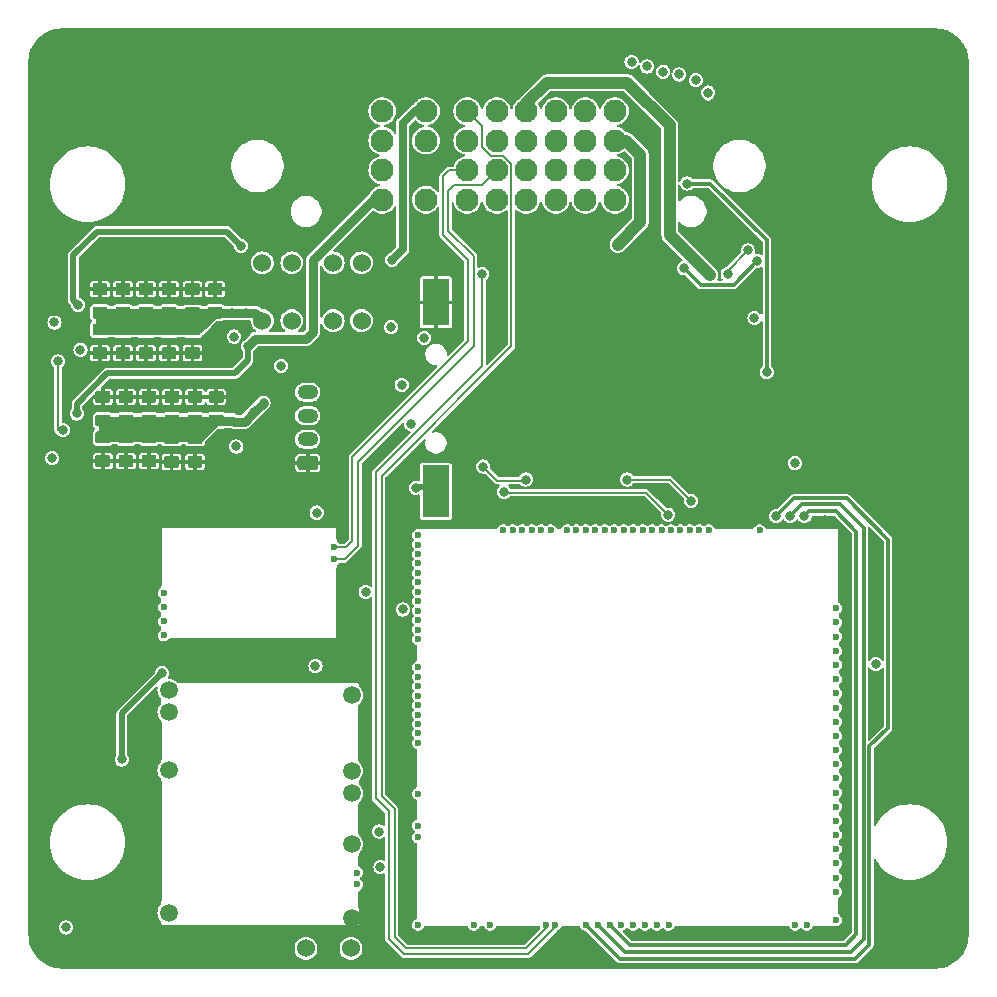
<source format=gbl>
G04 #@! TF.GenerationSoftware,KiCad,Pcbnew,8.0.9-8.0.9-0~ubuntu24.04.1*
G04 #@! TF.CreationDate,2026-02-24T23:03:09+00:00*
G04 #@! TF.ProjectId,PROLT,50524f4c-542e-46b6-9963-61645f706362,rev?*
G04 #@! TF.SameCoordinates,Original*
G04 #@! TF.FileFunction,Copper,L4,Bot*
G04 #@! TF.FilePolarity,Positive*
%FSLAX46Y46*%
G04 Gerber Fmt 4.6, Leading zero omitted, Abs format (unit mm)*
G04 Created by KiCad (PCBNEW 8.0.9-8.0.9-0~ubuntu24.04.1) date 2026-02-24 23:03:09*
%MOMM*%
%LPD*%
G01*
G04 APERTURE LIST*
G04 #@! TA.AperFunction,ComponentPad*
%ADD10C,1.524000*%
G04 #@! TD*
G04 #@! TA.AperFunction,ComponentPad*
%ADD11O,1.750000X1.200000*%
G04 #@! TD*
G04 #@! TA.AperFunction,ComponentPad*
%ADD12C,0.600000*%
G04 #@! TD*
G04 #@! TA.AperFunction,SMDPad,CuDef*
%ADD13R,3.700000X0.200000*%
G04 #@! TD*
G04 #@! TA.AperFunction,SMDPad,CuDef*
%ADD14R,0.400000X0.200000*%
G04 #@! TD*
G04 #@! TA.AperFunction,SMDPad,CuDef*
%ADD15R,1.600000X0.200000*%
G04 #@! TD*
G04 #@! TA.AperFunction,SMDPad,CuDef*
%ADD16R,9.700000X0.200000*%
G04 #@! TD*
G04 #@! TA.AperFunction,SMDPad,CuDef*
%ADD17R,2.300000X0.200000*%
G04 #@! TD*
G04 #@! TA.AperFunction,SMDPad,CuDef*
%ADD18R,0.200000X1.400000*%
G04 #@! TD*
G04 #@! TA.AperFunction,SMDPad,CuDef*
%ADD19R,0.200000X6.400000*%
G04 #@! TD*
G04 #@! TA.AperFunction,SMDPad,CuDef*
%ADD20R,0.200000X1.700000*%
G04 #@! TD*
G04 #@! TA.AperFunction,SMDPad,CuDef*
%ADD21R,0.200000X3.300000*%
G04 #@! TD*
G04 #@! TA.AperFunction,SMDPad,CuDef*
%ADD22R,7.000000X0.200000*%
G04 #@! TD*
G04 #@! TA.AperFunction,SMDPad,CuDef*
%ADD23R,3.300000X0.200000*%
G04 #@! TD*
G04 #@! TA.AperFunction,SMDPad,CuDef*
%ADD24R,6.300000X0.200000*%
G04 #@! TD*
G04 #@! TA.AperFunction,ComponentPad*
%ADD25C,1.950000*%
G04 #@! TD*
G04 #@! TA.AperFunction,SMDPad,CuDef*
%ADD26R,0.250000X6.185000*%
G04 #@! TD*
G04 #@! TA.AperFunction,SMDPad,CuDef*
%ADD27R,0.250000X1.115000*%
G04 #@! TD*
G04 #@! TA.AperFunction,SMDPad,CuDef*
%ADD28R,14.275000X0.250000*%
G04 #@! TD*
G04 #@! TA.AperFunction,SMDPad,CuDef*
%ADD29R,15.100000X0.250000*%
G04 #@! TD*
G04 #@! TA.AperFunction,SMDPad,CuDef*
%ADD30R,0.250000X5.175000*%
G04 #@! TD*
G04 #@! TA.AperFunction,ComponentPad*
%ADD31C,1.500000*%
G04 #@! TD*
G04 #@! TA.AperFunction,SMDPad,CuDef*
%ADD32O,0.200000X3.300000*%
G04 #@! TD*
G04 #@! TA.AperFunction,SMDPad,CuDef*
%ADD33O,0.200000X10.200000*%
G04 #@! TD*
G04 #@! TA.AperFunction,SMDPad,CuDef*
%ADD34O,0.200000X0.300000*%
G04 #@! TD*
G04 #@! TA.AperFunction,SMDPad,CuDef*
%ADD35O,17.000000X0.200000*%
G04 #@! TD*
G04 #@! TA.AperFunction,SMDPad,CuDef*
%ADD36O,15.400000X0.200000*%
G04 #@! TD*
G04 #@! TA.AperFunction,SMDPad,CuDef*
%ADD37O,0.200000X4.800000*%
G04 #@! TD*
G04 #@! TA.AperFunction,SMDPad,CuDef*
%ADD38O,0.200000X2.600000*%
G04 #@! TD*
G04 #@! TA.AperFunction,SMDPad,CuDef*
%ADD39O,0.200000X1.000000*%
G04 #@! TD*
G04 #@! TA.AperFunction,SMDPad,CuDef*
%ADD40O,0.200000X1.500000*%
G04 #@! TD*
G04 #@! TA.AperFunction,SMDPad,CuDef*
%ADD41R,2.299995X4.399991*%
G04 #@! TD*
G04 #@! TA.AperFunction,SMDPad,CuDef*
%ADD42R,2.299995X3.999992*%
G04 #@! TD*
G04 #@! TA.AperFunction,ViaPad*
%ADD43C,0.800000*%
G04 #@! TD*
G04 #@! TA.AperFunction,ViaPad*
%ADD44C,1.000000*%
G04 #@! TD*
G04 #@! TA.AperFunction,Conductor*
%ADD45C,0.500000*%
G04 #@! TD*
G04 #@! TA.AperFunction,Conductor*
%ADD46C,0.150000*%
G04 #@! TD*
G04 #@! TA.AperFunction,Conductor*
%ADD47C,0.300000*%
G04 #@! TD*
G04 #@! TA.AperFunction,Conductor*
%ADD48C,0.800000*%
G04 #@! TD*
G04 #@! TA.AperFunction,Conductor*
%ADD49C,0.700000*%
G04 #@! TD*
G04 #@! TA.AperFunction,Conductor*
%ADD50C,0.200000*%
G04 #@! TD*
G04 #@! TA.AperFunction,Conductor*
%ADD51C,1.000000*%
G04 #@! TD*
G04 APERTURE END LIST*
D10*
G04 #@! TO.P,F7,1,1*
G04 #@! TO.N,+12V*
X28400000Y59950000D03*
G04 #@! TO.P,F7,2,2*
G04 #@! TO.N,+12V_RAW*
X28400000Y55050000D03*
G04 #@! TD*
G04 #@! TO.P,J2,1,Pin_1*
G04 #@! TO.N,GND*
G04 #@! TA.AperFunction,ComponentPad*
G36*
G01*
X24475000Y42400000D02*
X23225000Y42400000D01*
G75*
G02*
X22975000Y42650000I0J250000D01*
G01*
X22975000Y43350000D01*
G75*
G02*
X23225000Y43600000I250000J0D01*
G01*
X24475000Y43600000D01*
G75*
G02*
X24725000Y43350000I0J-250000D01*
G01*
X24725000Y42650000D01*
G75*
G02*
X24475000Y42400000I-250000J0D01*
G01*
G37*
G04 #@! TD.AperFunction*
D11*
G04 #@! TO.P,J2,2,Pin_2*
G04 #@! TO.N,/USB+*
X23850000Y45000000D03*
G04 #@! TO.P,J2,3,Pin_3*
G04 #@! TO.N,/USB-*
X23850000Y47000000D03*
G04 #@! TO.P,J2,4,Pin_4*
G04 #@! TO.N,/VBUS*
X23850000Y49000000D03*
G04 #@! TD*
D12*
G04 #@! TO.P,M1,E1,V5A_SWITCHABLE*
G04 #@! TO.N,+5VA*
X62099990Y37300000D03*
G04 #@! TO.P,M1,E2,GNDA*
G04 #@! TO.N,GNDA*
X57799990Y37300010D03*
G04 #@! TO.P,M1,E3,I2C_SCL_(PB10)*
G04 #@! TO.N,unconnected-(M1-I2C_SCL_(PB10)-PadE3)*
X57000000Y37300010D03*
G04 #@! TO.P,M1,E4,I2C_SDA_(PB11)*
G04 #@! TO.N,unconnected-(M1-I2C_SDA_(PB11)-PadE4)*
X56199990Y37300010D03*
G04 #@! TO.P,M1,E5,IN_VIGN_(PA5)*
G04 #@! TO.N,Net-(M1-IN_VIGN_(PA5))*
X55399990Y37300010D03*
G04 #@! TO.P,M1,E6,SPI2_CS_/_CAN2_RX_(PB12)*
G04 #@! TO.N,unconnected-(M1-SPI2_CS_{slash}_CAN2_RX_(PB12)-PadE6)*
X54599990Y37300010D03*
G04 #@! TO.P,M1,E7,SPI2_SCK_/_CAN2_TX_(PB13)*
G04 #@! TO.N,unconnected-(M1-SPI2_SCK_{slash}_CAN2_TX_(PB13)-PadE7)*
X53799990Y37300010D03*
G04 #@! TO.P,M1,E8,SPI2_MISO_(PB14)*
G04 #@! TO.N,/DC1_DIS*
X52999990Y37300010D03*
G04 #@! TO.P,M1,E9,SPI2_MOSI_(PB15)*
G04 #@! TO.N,/DC2_DIR*
X52199990Y37300010D03*
G04 #@! TO.P,M1,E10,OUT_INJ8_(PD12)*
G04 #@! TO.N,unconnected-(M1-OUT_INJ8_(PD12)-PadE10)*
X51399990Y37300010D03*
G04 #@! TO.P,M1,E11,OUT_INJ7_(PD15)*
G04 #@! TO.N,/LowSide Outputs/IN_4*
X50599990Y37300010D03*
G04 #@! TO.P,M1,E12,OUT_INJ6_(PA8)*
G04 #@! TO.N,/LowSide Outputs/IN_3*
X49799990Y37300010D03*
G04 #@! TO.P,M1,E13,OUT_INJ5_(PD2)*
G04 #@! TO.N,/HS*
X48999990Y37300010D03*
G04 #@! TO.P,M1,E14,OUT_INJ4_(PD10)*
G04 #@! TO.N,/INJ4_IN*
X48199990Y37300010D03*
G04 #@! TO.P,M1,E15,OUT_INJ3_(PD11)*
G04 #@! TO.N,/INJ3_IN*
X47399990Y37300010D03*
G04 #@! TO.P,M1,E16,OUT_INJ2_(PA9)*
G04 #@! TO.N,/INJ2_IN*
X46600000Y37300000D03*
G04 #@! TO.P,M1,E17,OUT_INJ1_(PD3)*
G04 #@! TO.N,/INJ1_IN*
X45799990Y37300010D03*
G04 #@! TO.P,M1,E18,OUT_PWM1_(PD13)*
G04 #@! TO.N,/LS1*
X44399990Y37300010D03*
G04 #@! TO.P,M1,E19,OUT_PWM2_(PC6)*
G04 #@! TO.N,/LS2*
X43600000Y37300010D03*
G04 #@! TO.P,M1,E20,OUT_PWM3_(PC7)*
G04 #@! TO.N,/DC1_PWM*
X42800000Y37300010D03*
G04 #@! TO.P,M1,E21,OUT_PWM4_(PC8)*
G04 #@! TO.N,/DC1_DIR*
X42000000Y37300010D03*
G04 #@! TO.P,M1,E22,OUT_PWM5_(PC9)*
G04 #@! TO.N,/DC2_PWM*
X41200000Y37300010D03*
G04 #@! TO.P,M1,E23,OUT_PWM6_(PD14)*
G04 #@! TO.N,unconnected-(M1-OUT_PWM6_(PD14)-PadE23)*
X40399990Y37300010D03*
D13*
G04 #@! TO.P,M1,G,GND*
G04 #@! TO.N,GND*
X35550000Y3700000D03*
D14*
X38599990Y3700000D03*
D13*
X41650000Y3700000D03*
D15*
X46099990Y3700000D03*
D16*
X59749990Y3700000D03*
D17*
X67749990Y3700000D03*
D18*
X68800000Y5500010D03*
D19*
X33000000Y7600000D03*
D20*
X33000000Y13650000D03*
D21*
X33000000Y17150000D03*
D18*
X33000000Y26900000D03*
D19*
X68800000Y34400000D03*
D22*
X36399980Y37500010D03*
D14*
X45100000Y37500010D03*
D23*
X59950000Y37500010D03*
D24*
X65750000Y37500010D03*
D12*
G04 #@! TO.P,M1,N1,VBUS*
G04 #@! TO.N,/VBUS*
X33199990Y36900010D03*
G04 #@! TO.P,M1,N2,USBM_(PA11)*
G04 #@! TO.N,/USB-*
X33199990Y36100010D03*
G04 #@! TO.P,M1,N3,USBP_(PA12)*
G04 #@! TO.N,/USB+*
X33199990Y35300010D03*
G04 #@! TO.P,M1,N4,USBID_(PA10)*
G04 #@! TO.N,/DC2_DIS*
X33199990Y34500000D03*
G04 #@! TO.P,M1,N5,SWDIO_(PA13)*
G04 #@! TO.N,unconnected-(M1-SWDIO_(PA13)-PadN5)*
X33199990Y33700010D03*
G04 #@! TO.P,M1,N6,SWCLK_(PA14)*
G04 #@! TO.N,unconnected-(M1-SWCLK_(PA14)-PadN6)*
X33199990Y32900010D03*
G04 #@! TO.P,M1,N7,nReset*
G04 #@! TO.N,unconnected-(M1-nReset-PadN7)*
X33199990Y32100010D03*
G04 #@! TO.P,M1,N8,SWO_(PB3)*
G04 #@! TO.N,unconnected-(M1-SWO_(PB3)-PadN8)*
X33199990Y31300000D03*
G04 #@! TO.P,M1,N9,SPI3_CS_(PA15)*
G04 #@! TO.N,unconnected-(M1-SPI3_CS_(PA15)-PadN9)*
X33200000Y30500010D03*
G04 #@! TO.P,M1,N10,SPI3_SCK_(PC10)*
G04 #@! TO.N,unconnected-(M1-SPI3_SCK_(PC10)-PadN10)*
X33200000Y29700010D03*
G04 #@! TO.P,M1,N11,SPI3_MISO_(PC11)*
G04 #@! TO.N,unconnected-(M1-SPI3_MISO_(PC11)-PadN11)*
X33200000Y28900010D03*
G04 #@! TO.P,M1,N12,SPI3_MOSI_(PC12)*
G04 #@! TO.N,/PG_5VP*
X33200000Y28100010D03*
G04 #@! TO.P,M1,N13,UART2_TX_(PD5)*
G04 #@! TO.N,unconnected-(M1-UART2_TX_(PD5)-PadN13)*
X33200000Y25700000D03*
G04 #@! TO.P,M1,N14,UART2_RX_(PD6)*
G04 #@! TO.N,unconnected-(M1-UART2_RX_(PD6)-PadN14)*
X33200000Y24900000D03*
G04 #@! TO.P,M1,N14a,LED_GREEN*
G04 #@! TO.N,unconnected-(M1-LED_GREEN-PadN14a)*
X33199990Y24100010D03*
G04 #@! TO.P,M1,N14b,LED_YELLOW*
G04 #@! TO.N,unconnected-(M1-LED_YELLOW-PadN14b)*
X33199990Y23300000D03*
G04 #@! TO.P,M1,N15,V33_SWITCHABLE*
G04 #@! TO.N,+3.3VA*
X33199990Y22500000D03*
G04 #@! TO.P,M1,N16,BOOT0*
G04 #@! TO.N,unconnected-(M1-BOOT0-PadN16)*
X33199990Y21700000D03*
G04 #@! TO.P,M1,N17,VBAT*
G04 #@! TO.N,Net-(D3-K)*
X33199990Y20900000D03*
G04 #@! TO.P,M1,N18,UART8_RX_(PE0)*
G04 #@! TO.N,unconnected-(M1-UART8_RX_(PE0)-PadN18)*
X33200000Y20100000D03*
G04 #@! TO.P,M1,N19,UART8_TX_(PE1)*
G04 #@! TO.N,/VR_MAX9924*
X33200000Y19300000D03*
G04 #@! TO.P,M1,N20,OUT_PWR_EN_(PE10)*
G04 #@! TO.N,/EN_5VP*
X33200000Y15000000D03*
G04 #@! TO.P,M1,N21,V33*
G04 #@! TO.N,+3.3V*
X33200000Y12300000D03*
G04 #@! TO.P,M1,N22,VCC*
G04 #@! TO.N,+5V*
X33200000Y11300010D03*
G04 #@! TO.P,M1,N23,V33*
G04 #@! TO.N,unconnected-(M1-V33-PadN23)*
X33200000Y3900000D03*
G04 #@! TO.P,M1,S1,IN_D4_(PE15)*
G04 #@! TO.N,/IN_D3*
X68600000Y30700020D03*
G04 #@! TO.P,M1,S2,IN_D3_(PE14)*
G04 #@! TO.N,/IN_D2*
X68600000Y29500010D03*
G04 #@! TO.P,M1,S3,IN_D2_(PE13)*
G04 #@! TO.N,/IN_D1*
X68600000Y28300010D03*
G04 #@! TO.P,M1,S4,IN_D1_(PE12)*
G04 #@! TO.N,/IN_CMP*
X68600000Y27100010D03*
G04 #@! TO.P,M1,S5,VREF2*
G04 #@! TO.N,unconnected-(M1-VREF2-PadS5)*
X68600000Y25900010D03*
G04 #@! TO.P,M1,S6,IN_AUX4_(PC5)*
G04 #@! TO.N,/IN_VMAIN*
X68600000Y24700010D03*
G04 #@! TO.P,M1,S7,IN_AUX3_(PA7)*
G04 #@! TO.N,unconnected-(M1-IN_AUX3_(PA7)-PadS7)*
X68600000Y23500010D03*
G04 #@! TO.P,M1,S8,IN_AUX2_(PC4/PE9)*
G04 #@! TO.N,unconnected-(M1-IN_AUX2_(PC4{slash}PE9)-PadS8)*
X68600000Y22300010D03*
G04 #@! TO.P,M1,S9,IN_AUX1_(PB0)*
G04 #@! TO.N,unconnected-(M1-IN_AUX1_(PB0)-PadS9)*
X68600000Y21100010D03*
G04 #@! TO.P,M1,S10,IN_O2S2_(PA1)*
G04 #@! TO.N,/IN_AUX2*
X68600000Y19900010D03*
G04 #@! TO.P,M1,S11,IN_O2S_/_CAN_WAKEUP_(PA0)*
G04 #@! TO.N,/IN_AUX1*
X68600000Y18700010D03*
G04 #@! TO.P,M1,S12,IN_MAP2_(PC1)*
G04 #@! TO.N,unconnected-(M1-IN_MAP2_(PC1)-PadS12)*
X68600000Y17500010D03*
G04 #@! TO.P,M1,S13,IN_MAP1_(PC0)*
G04 #@! TO.N,/IN_MAP*
X68600000Y16300010D03*
G04 #@! TO.P,M1,S14,IN_CRANK_(PB1)*
G04 #@! TO.N,unconnected-(M1-IN_CRANK_(PB1)-PadS14)*
X68600000Y15100010D03*
G04 #@! TO.P,M1,S15,IN_KNOCK_(PA2)*
G04 #@! TO.N,unconnected-(M1-IN_KNOCK_(PA2)-PadS15)*
X68600000Y13900010D03*
G04 #@! TO.P,M1,S16,IN_CAM_(PA6)*
G04 #@! TO.N,unconnected-(M1-IN_CAM_(PA6)-PadS16)*
X68600000Y12700010D03*
G04 #@! TO.P,M1,S17,IN_VSS_(PE11)*
G04 #@! TO.N,unconnected-(M1-IN_VSS_(PE11)-PadS17)*
X68600000Y11500010D03*
G04 #@! TO.P,M1,S18,IN_TPS_(PA4)*
G04 #@! TO.N,/IN_TPS*
X68600000Y10300000D03*
G04 #@! TO.P,M1,S19,IN_PPS_(PA3)*
G04 #@! TO.N,unconnected-(M1-IN_PPS_(PA3)-PadS19)*
X68600000Y9100000D03*
G04 #@! TO.P,M1,S20,IN_IAT_(PC3)*
G04 #@! TO.N,/IN_IAT*
X68600000Y7900000D03*
G04 #@! TO.P,M1,S21,IN_CLT_(PC2)*
G04 #@! TO.N,/IN_CLT*
X68600000Y6700000D03*
G04 #@! TO.P,M1,S22,VREF1*
G04 #@! TO.N,unconnected-(M1-VREF1-PadS22)*
X68600000Y4300000D03*
G04 #@! TO.P,M1,W1,GNDA*
G04 #@! TO.N,unconnected-(M1-GNDA-PadW1)*
X66099990Y3900000D03*
G04 #@! TO.P,M1,W2,V5A_SWITCHABLE*
G04 #@! TO.N,unconnected-(M1-V5A_SWITCHABLE-PadW2)*
X65099990Y3900000D03*
G04 #@! TO.P,M1,W3,IGN8_(PE6)*
G04 #@! TO.N,unconnected-(M1-IGN8_(PE6)-PadW3)*
X54400000Y3900000D03*
G04 #@! TO.P,M1,W4,IGN7_(PB9)*
G04 #@! TO.N,unconnected-(M1-IGN7_(PB9)-PadW4)*
X53399990Y3900000D03*
G04 #@! TO.P,M1,W5,IGN6_(PB8)*
G04 #@! TO.N,unconnected-(M1-IGN6_(PB8)-PadW5)*
X52400000Y3900000D03*
G04 #@! TO.P,M1,W6,IGN5_(PE2)*
G04 #@! TO.N,unconnected-(M1-IGN5_(PE2)-PadW6)*
X51400000Y3900000D03*
G04 #@! TO.P,M1,W7,IGN4_(PE3)*
G04 #@! TO.N,unconnected-(M1-IGN4_(PE3)-PadW7)*
X50400000Y3900000D03*
G04 #@! TO.P,M1,W8,IGN3_(PE4)*
G04 #@! TO.N,/IGN3_IN*
X49400000Y3900000D03*
G04 #@! TO.P,M1,W9,IGN2_(PE5)*
G04 #@! TO.N,/IGN2_IN*
X48400000Y3900000D03*
G04 #@! TO.P,M1,W10,IGN1_(PC13)*
G04 #@! TO.N,/IGN1_IN*
X47400000Y3900000D03*
G04 #@! TO.P,M1,W11,CANH*
G04 #@! TO.N,/CAN-H*
X44800000Y3900000D03*
G04 #@! TO.P,M1,W12,CANL*
G04 #@! TO.N,/CAN-L*
X44000000Y3900000D03*
G04 #@! TO.P,M1,W13,V33_REF*
G04 #@! TO.N,unconnected-(M1-V33_REF-PadW13)*
X39299990Y3900000D03*
G04 #@! TO.P,M1,W14,V5A_SWITCHABLE*
G04 #@! TO.N,unconnected-(M1-V5A_SWITCHABLE-PadW14)*
X37900000Y3900000D03*
G04 #@! TD*
D25*
G04 #@! TO.P,J1,A1,A1*
G04 #@! TO.N,/IGN1_OUT*
X49850000Y65300000D03*
G04 #@! TO.P,J1,A2,A2*
G04 #@! TO.N,/IGN2_OUT*
X49850000Y67800000D03*
G04 #@! TO.P,J1,A3,A3*
G04 #@! TO.N,Net-(JP1-C)*
X49850000Y70300000D03*
G04 #@! TO.P,J1,A4,A4*
G04 #@! TO.N,/TACH*
X49850000Y72800000D03*
G04 #@! TO.P,J1,B1,B1*
G04 #@! TO.N,/INJ4_OUT*
X47350000Y65300000D03*
G04 #@! TO.P,J1,B2,B2*
G04 #@! TO.N,/IN_IAT*
X47350000Y67800000D03*
G04 #@! TO.P,J1,B3,B3*
G04 #@! TO.N,/IN_CLT*
X47350000Y70300000D03*
G04 #@! TO.P,J1,B4,B4*
G04 #@! TO.N,/IN_MAP*
X47350000Y72800000D03*
G04 #@! TO.P,J1,C1,C1*
G04 #@! TO.N,/INJ3_OUT*
X44850000Y65300000D03*
G04 #@! TO.P,J1,C2,C2*
G04 #@! TO.N,/IN_TPS*
X44850000Y67800000D03*
G04 #@! TO.P,J1,C3,C3*
G04 #@! TO.N,/IN_AUX1*
X44850000Y70300000D03*
G04 #@! TO.P,J1,C4,C4*
G04 #@! TO.N,/IN_AUX2*
X44850000Y72800000D03*
G04 #@! TO.P,J1,D1,D1*
G04 #@! TO.N,/INJ2_OUT*
X42350000Y65300000D03*
G04 #@! TO.P,J1,D2,D2*
G04 #@! TO.N,/IN_D1*
X42350000Y67800000D03*
G04 #@! TO.P,J1,D3,D3*
G04 #@! TO.N,/IN_D2*
X42350000Y70300000D03*
G04 #@! TO.P,J1,D4,D4*
G04 #@! TO.N,Net-(JP2-C)*
X42350000Y72800000D03*
G04 #@! TO.P,J1,E1,E1*
G04 #@! TO.N,/INJ1_OUT*
X39850000Y65300000D03*
G04 #@! TO.P,J1,E2,E2*
G04 #@! TO.N,/VR-*
X39850000Y67800000D03*
G04 #@! TO.P,J1,E3,E3*
G04 #@! TO.N,/IN_CMP*
X39850000Y70300000D03*
G04 #@! TO.P,J1,E4,E4*
G04 #@! TO.N,GNDA*
X39850000Y72800000D03*
G04 #@! TO.P,J1,F1,F1*
G04 #@! TO.N,+5VP*
X37350000Y65300000D03*
G04 #@! TO.P,J1,F2,F2*
G04 #@! TO.N,/VR+*
X37350000Y67800000D03*
G04 #@! TO.P,J1,F3,F3*
G04 #@! TO.N,/CAN-H*
X37350000Y70300000D03*
G04 #@! TO.P,J1,F4,F4*
G04 #@! TO.N,/CAN-L*
X37350000Y72800000D03*
G04 #@! TO.P,J1,G1,G1*
G04 #@! TO.N,+12V*
X33850000Y65300000D03*
G04 #@! TO.P,J1,G2,G2*
G04 #@! TO.N,GND*
X33850000Y67800000D03*
G04 #@! TO.P,J1,G3,G3*
G04 #@! TO.N,/OUT_1*
X33850000Y70300000D03*
G04 #@! TO.P,J1,G4,G4*
G04 #@! TO.N,/OUT_2*
X33850000Y72800000D03*
G04 #@! TO.P,J1,H1,H1*
G04 #@! TO.N,/DC2-*
X30150000Y65300000D03*
G04 #@! TO.P,J1,H2,H2*
G04 #@! TO.N,/DC1-*
X30150000Y67800000D03*
G04 #@! TO.P,J1,H3,H3*
G04 #@! TO.N,/DC1+*
X30150000Y70300000D03*
G04 #@! TO.P,J1,H4,H4*
G04 #@! TO.N,/DC2+*
X30150000Y72800000D03*
G04 #@! TD*
D10*
G04 #@! TO.P,F5,1,1*
G04 #@! TO.N,+12V*
X22500000Y59950000D03*
G04 #@! TO.P,F5,2,2*
G04 #@! TO.N,/DC Drivers/DC2_PWR*
X22500000Y55050000D03*
G04 #@! TD*
G04 #@! TO.P,R16,1,1*
G04 #@! TO.N,Net-(M3-PG_5VP)*
X23695000Y1900000D03*
G04 #@! TO.P,R16,2,2*
G04 #@! TO.N,/PG_5VP*
X27505000Y1900000D03*
G04 #@! TD*
G04 #@! TO.P,F4,1,1*
G04 #@! TO.N,+12V*
X20000000Y59950000D03*
G04 #@! TO.P,F4,2,2*
G04 #@! TO.N,/DC Drivers/DC1_PWR*
X20000000Y55050000D03*
G04 #@! TD*
G04 #@! TO.P,F6,1,1*
G04 #@! TO.N,+12V*
X26000000Y59950000D03*
G04 #@! TO.P,F6,2,2*
G04 #@! TO.N,/IN_VING*
X26000000Y55050000D03*
G04 #@! TD*
D12*
G04 #@! TO.P,M2,E1,NC*
G04 #@! TO.N,unconnected-(M2-NC-PadE1)*
X11662500Y30800000D03*
G04 #@! TO.P,M2,E2,NC*
G04 #@! TO.N,unconnected-(M2-NC-PadE2)*
X11662500Y32000000D03*
G04 #@! TO.P,M2,E3,OUT*
G04 #@! TO.N,/VR_MAX9924*
X11662500Y29600000D03*
G04 #@! TO.P,M2,E4,V5_IN*
G04 #@! TO.N,+5VA*
X11662500Y28400000D03*
D26*
G04 #@! TO.P,M2,G,GND*
G04 #@! TO.N,GND*
X26312500Y31067500D03*
D27*
X26312500Y37117500D03*
D28*
X19300000Y28100000D03*
D29*
X18887500Y37550000D03*
D30*
X11462500Y35087500D03*
D12*
G04 #@! TO.P,M2,W1,VR-*
G04 #@! TO.N,/VR-*
X26087500Y34860000D03*
G04 #@! TO.P,M2,W2,VR+*
G04 #@! TO.N,/VR+*
X26087500Y35860000D03*
G04 #@! TD*
D31*
G04 #@! TO.P,M3,E1,VBAT*
G04 #@! TO.N,Net-(D3-K)*
X27574995Y23324999D03*
G04 #@! TO.P,M3,E2,V12*
G04 #@! TO.N,unconnected-(M3-V12-PadE2)*
X27574995Y16925002D03*
G04 #@! TO.P,M3,E3,VIGN*
G04 #@! TO.N,Net-(M1-IN_VIGN_(PA5))*
X27574995Y15024999D03*
G04 #@! TO.P,M3,E4,V5*
G04 #@! TO.N,+5V*
X27574995Y10724999D03*
D12*
G04 #@! TO.P,M3,E5,EN_5VP*
G04 #@! TO.N,/EN_5VP*
X28024994Y8325002D03*
G04 #@! TO.P,M3,E6,PG_5VP*
G04 #@! TO.N,Net-(M3-PG_5VP)*
X28024994Y7325001D03*
D32*
G04 #@! TO.P,M3,S1,GND*
G04 #@! TO.N,GND*
X11424999Y19474999D03*
D33*
X11424999Y10975001D03*
D34*
X11424999Y3874999D03*
D35*
X19824997Y3824999D03*
D36*
X20624998Y24424999D03*
D31*
X27574995Y4474999D03*
D34*
X28224996Y24374999D03*
D37*
X28224996Y20175001D03*
D38*
X28224996Y12824999D03*
D39*
X28224996Y9325002D03*
D40*
X28224996Y6025001D03*
D31*
G04 #@! TO.P,M3,V1,V12_PERM*
G04 #@! TO.N,+12V_RAW*
X12074998Y23775001D03*
G04 #@! TO.P,M3,V2,IN_VIGN*
G04 #@! TO.N,/IN_VING*
X12074998Y21925002D03*
G04 #@! TO.P,M3,V3,V12_RAW*
G04 #@! TO.N,+12V_RAW*
X12074998Y16974999D03*
G04 #@! TO.P,M3,V4,5VP*
G04 #@! TO.N,+5VP*
X12074998Y4925001D03*
G04 #@! TD*
G04 #@! TO.P,C6,1*
G04 #@! TO.N,GND*
G04 #@! TA.AperFunction,SMDPad,CuDef*
G36*
G01*
X14625079Y51814993D02*
X13575079Y51814993D01*
G75*
G02*
X13475079Y51914993I0J100000D01*
G01*
X13475079Y52714993D01*
G75*
G02*
X13575079Y52814993I100000J0D01*
G01*
X14625079Y52814993D01*
G75*
G02*
X14725079Y52714993I0J-100000D01*
G01*
X14725079Y51914993D01*
G75*
G02*
X14625079Y51814993I-100000J0D01*
G01*
G37*
G04 #@! TD.AperFunction*
G04 #@! TO.P,C6,2*
G04 #@! TO.N,/DC Drivers/DC1_PWR*
G04 #@! TA.AperFunction,SMDPad,CuDef*
G36*
G01*
X14625079Y53814993D02*
X13575079Y53814993D01*
G75*
G02*
X13475079Y53914993I0J100000D01*
G01*
X13475079Y54714993D01*
G75*
G02*
X13575079Y54814993I100000J0D01*
G01*
X14625079Y54814993D01*
G75*
G02*
X14725079Y54714993I0J-100000D01*
G01*
X14725079Y53914993D01*
G75*
G02*
X14625079Y53814993I-100000J0D01*
G01*
G37*
G04 #@! TD.AperFunction*
G04 #@! TD*
G04 #@! TO.P,C11,1*
G04 #@! TO.N,GND*
G04 #@! TA.AperFunction,SMDPad,CuDef*
G36*
G01*
X10675015Y51800000D02*
X9625015Y51800000D01*
G75*
G02*
X9525015Y51900000I0J100000D01*
G01*
X9525015Y52700000D01*
G75*
G02*
X9625015Y52800000I100000J0D01*
G01*
X10675015Y52800000D01*
G75*
G02*
X10775015Y52700000I0J-100000D01*
G01*
X10775015Y51900000D01*
G75*
G02*
X10675015Y51800000I-100000J0D01*
G01*
G37*
G04 #@! TD.AperFunction*
G04 #@! TO.P,C11,2*
G04 #@! TO.N,/DC Drivers/DC1_PWR*
G04 #@! TA.AperFunction,SMDPad,CuDef*
G36*
G01*
X10675015Y53800000D02*
X9625015Y53800000D01*
G75*
G02*
X9525015Y53900000I0J100000D01*
G01*
X9525015Y54700000D01*
G75*
G02*
X9625015Y54800000I100000J0D01*
G01*
X10675015Y54800000D01*
G75*
G02*
X10775015Y54700000I0J-100000D01*
G01*
X10775015Y53900000D01*
G75*
G02*
X10675015Y53800000I-100000J0D01*
G01*
G37*
G04 #@! TD.AperFunction*
G04 #@! TD*
G04 #@! TO.P,C4,1*
G04 #@! TO.N,GND*
G04 #@! TA.AperFunction,SMDPad,CuDef*
G36*
G01*
X9625015Y58230002D02*
X10675015Y58230002D01*
G75*
G02*
X10775015Y58130002I0J-100000D01*
G01*
X10775015Y57330002D01*
G75*
G02*
X10675015Y57230002I-100000J0D01*
G01*
X9625015Y57230002D01*
G75*
G02*
X9525015Y57330002I0J100000D01*
G01*
X9525015Y58130002D01*
G75*
G02*
X9625015Y58230002I100000J0D01*
G01*
G37*
G04 #@! TD.AperFunction*
G04 #@! TO.P,C4,2*
G04 #@! TO.N,/DC Drivers/DC1_PWR*
G04 #@! TA.AperFunction,SMDPad,CuDef*
G36*
G01*
X9625015Y56230002D02*
X10675015Y56230002D01*
G75*
G02*
X10775015Y56130002I0J-100000D01*
G01*
X10775015Y55330002D01*
G75*
G02*
X10675015Y55230002I-100000J0D01*
G01*
X9625015Y55230002D01*
G75*
G02*
X9525015Y55330002I0J100000D01*
G01*
X9525015Y56130002D01*
G75*
G02*
X9625015Y56230002I100000J0D01*
G01*
G37*
G04 #@! TD.AperFunction*
G04 #@! TD*
G04 #@! TO.P,C18,1*
G04 #@! TO.N,GND*
G04 #@! TA.AperFunction,SMDPad,CuDef*
G36*
G01*
X9875000Y49100000D02*
X10925000Y49100000D01*
G75*
G02*
X11025000Y49000000I0J-100000D01*
G01*
X11025000Y48200000D01*
G75*
G02*
X10925000Y48100000I-100000J0D01*
G01*
X9875000Y48100000D01*
G75*
G02*
X9775000Y48200000I0J100000D01*
G01*
X9775000Y49000000D01*
G75*
G02*
X9875000Y49100000I100000J0D01*
G01*
G37*
G04 #@! TD.AperFunction*
G04 #@! TO.P,C18,2*
G04 #@! TO.N,/DC Drivers/DC2_PWR*
G04 #@! TA.AperFunction,SMDPad,CuDef*
G36*
G01*
X9875000Y47100000D02*
X10925000Y47100000D01*
G75*
G02*
X11025000Y47000000I0J-100000D01*
G01*
X11025000Y46200000D01*
G75*
G02*
X10925000Y46100000I-100000J0D01*
G01*
X9875000Y46100000D01*
G75*
G02*
X9775000Y46200000I0J100000D01*
G01*
X9775000Y47000000D01*
G75*
G02*
X9875000Y47100000I100000J0D01*
G01*
G37*
G04 #@! TD.AperFunction*
G04 #@! TD*
G04 #@! TO.P,C25,1*
G04 #@! TO.N,GND*
G04 #@! TA.AperFunction,SMDPad,CuDef*
G36*
G01*
X10925000Y42669998D02*
X9875000Y42669998D01*
G75*
G02*
X9775000Y42769998I0J100000D01*
G01*
X9775000Y43569998D01*
G75*
G02*
X9875000Y43669998I100000J0D01*
G01*
X10925000Y43669998D01*
G75*
G02*
X11025000Y43569998I0J-100000D01*
G01*
X11025000Y42769998D01*
G75*
G02*
X10925000Y42669998I-100000J0D01*
G01*
G37*
G04 #@! TD.AperFunction*
G04 #@! TO.P,C25,2*
G04 #@! TO.N,/DC Drivers/DC2_PWR*
G04 #@! TA.AperFunction,SMDPad,CuDef*
G36*
G01*
X10925000Y44669998D02*
X9875000Y44669998D01*
G75*
G02*
X9775000Y44769998I0J100000D01*
G01*
X9775000Y45569998D01*
G75*
G02*
X9875000Y45669998I100000J0D01*
G01*
X10925000Y45669998D01*
G75*
G02*
X11025000Y45569998I0J-100000D01*
G01*
X11025000Y44769998D01*
G75*
G02*
X10925000Y44669998I-100000J0D01*
G01*
G37*
G04 #@! TD.AperFunction*
G04 #@! TD*
G04 #@! TO.P,C24,1*
G04 #@! TO.N,GND*
G04 #@! TA.AperFunction,SMDPad,CuDef*
G36*
G01*
X8975015Y42669998D02*
X7925015Y42669998D01*
G75*
G02*
X7825015Y42769998I0J100000D01*
G01*
X7825015Y43569998D01*
G75*
G02*
X7925015Y43669998I100000J0D01*
G01*
X8975015Y43669998D01*
G75*
G02*
X9075015Y43569998I0J-100000D01*
G01*
X9075015Y42769998D01*
G75*
G02*
X8975015Y42669998I-100000J0D01*
G01*
G37*
G04 #@! TD.AperFunction*
G04 #@! TO.P,C24,2*
G04 #@! TO.N,/DC Drivers/DC2_PWR*
G04 #@! TA.AperFunction,SMDPad,CuDef*
G36*
G01*
X8975015Y44669998D02*
X7925015Y44669998D01*
G75*
G02*
X7825015Y44769998I0J100000D01*
G01*
X7825015Y45569998D01*
G75*
G02*
X7925015Y45669998I100000J0D01*
G01*
X8975015Y45669998D01*
G75*
G02*
X9075015Y45569998I0J-100000D01*
G01*
X9075015Y44769998D01*
G75*
G02*
X8975015Y44669998I-100000J0D01*
G01*
G37*
G04 #@! TD.AperFunction*
G04 #@! TD*
G04 #@! TO.P,C9,1*
G04 #@! TO.N,GND*
G04 #@! TA.AperFunction,SMDPad,CuDef*
G36*
G01*
X6775045Y51800000D02*
X5725045Y51800000D01*
G75*
G02*
X5625045Y51900000I0J100000D01*
G01*
X5625045Y52700000D01*
G75*
G02*
X5725045Y52800000I100000J0D01*
G01*
X6775045Y52800000D01*
G75*
G02*
X6875045Y52700000I0J-100000D01*
G01*
X6875045Y51900000D01*
G75*
G02*
X6775045Y51800000I-100000J0D01*
G01*
G37*
G04 #@! TD.AperFunction*
G04 #@! TO.P,C9,2*
G04 #@! TO.N,/DC Drivers/DC1_PWR*
G04 #@! TA.AperFunction,SMDPad,CuDef*
G36*
G01*
X6775045Y53800000D02*
X5725045Y53800000D01*
G75*
G02*
X5625045Y53900000I0J100000D01*
G01*
X5625045Y54700000D01*
G75*
G02*
X5725045Y54800000I100000J0D01*
G01*
X6775045Y54800000D01*
G75*
G02*
X6875045Y54700000I0J-100000D01*
G01*
X6875045Y53900000D01*
G75*
G02*
X6775045Y53800000I-100000J0D01*
G01*
G37*
G04 #@! TD.AperFunction*
G04 #@! TD*
G04 #@! TO.P,C12,1*
G04 #@! TO.N,GND*
G04 #@! TA.AperFunction,SMDPad,CuDef*
G36*
G01*
X12625000Y51800000D02*
X11575000Y51800000D01*
G75*
G02*
X11475000Y51900000I0J100000D01*
G01*
X11475000Y52700000D01*
G75*
G02*
X11575000Y52800000I100000J0D01*
G01*
X12625000Y52800000D01*
G75*
G02*
X12725000Y52700000I0J-100000D01*
G01*
X12725000Y51900000D01*
G75*
G02*
X12625000Y51800000I-100000J0D01*
G01*
G37*
G04 #@! TD.AperFunction*
G04 #@! TO.P,C12,2*
G04 #@! TO.N,/DC Drivers/DC1_PWR*
G04 #@! TA.AperFunction,SMDPad,CuDef*
G36*
G01*
X12625000Y53800000D02*
X11575000Y53800000D01*
G75*
G02*
X11475000Y53900000I0J100000D01*
G01*
X11475000Y54700000D01*
G75*
G02*
X11575000Y54800000I100000J0D01*
G01*
X12625000Y54800000D01*
G75*
G02*
X12725000Y54700000I0J-100000D01*
G01*
X12725000Y53900000D01*
G75*
G02*
X12625000Y53800000I-100000J0D01*
G01*
G37*
G04 #@! TD.AperFunction*
G04 #@! TD*
G04 #@! TO.P,C10,1*
G04 #@! TO.N,GND*
G04 #@! TA.AperFunction,SMDPad,CuDef*
G36*
G01*
X8725030Y51800000D02*
X7675030Y51800000D01*
G75*
G02*
X7575030Y51900000I0J100000D01*
G01*
X7575030Y52700000D01*
G75*
G02*
X7675030Y52800000I100000J0D01*
G01*
X8725030Y52800000D01*
G75*
G02*
X8825030Y52700000I0J-100000D01*
G01*
X8825030Y51900000D01*
G75*
G02*
X8725030Y51800000I-100000J0D01*
G01*
G37*
G04 #@! TD.AperFunction*
G04 #@! TO.P,C10,2*
G04 #@! TO.N,/DC Drivers/DC1_PWR*
G04 #@! TA.AperFunction,SMDPad,CuDef*
G36*
G01*
X8725030Y53800000D02*
X7675030Y53800000D01*
G75*
G02*
X7575030Y53900000I0J100000D01*
G01*
X7575030Y54700000D01*
G75*
G02*
X7675030Y54800000I100000J0D01*
G01*
X8725030Y54800000D01*
G75*
G02*
X8825030Y54700000I0J-100000D01*
G01*
X8825030Y53900000D01*
G75*
G02*
X8725030Y53800000I-100000J0D01*
G01*
G37*
G04 #@! TD.AperFunction*
G04 #@! TD*
G04 #@! TO.P,C8,1*
G04 #@! TO.N,GND*
G04 #@! TA.AperFunction,SMDPad,CuDef*
G36*
G01*
X15475079Y58230002D02*
X16525079Y58230002D01*
G75*
G02*
X16625079Y58130002I0J-100000D01*
G01*
X16625079Y57330002D01*
G75*
G02*
X16525079Y57230002I-100000J0D01*
G01*
X15475079Y57230002D01*
G75*
G02*
X15375079Y57330002I0J100000D01*
G01*
X15375079Y58130002D01*
G75*
G02*
X15475079Y58230002I100000J0D01*
G01*
G37*
G04 #@! TD.AperFunction*
G04 #@! TO.P,C8,2*
G04 #@! TO.N,/DC Drivers/DC1_PWR*
G04 #@! TA.AperFunction,SMDPad,CuDef*
G36*
G01*
X15475079Y56230002D02*
X16525079Y56230002D01*
G75*
G02*
X16625079Y56130002I0J-100000D01*
G01*
X16625079Y55330002D01*
G75*
G02*
X16525079Y55230002I-100000J0D01*
G01*
X15475079Y55230002D01*
G75*
G02*
X15375079Y55330002I0J100000D01*
G01*
X15375079Y56130002D01*
G75*
G02*
X15475079Y56230002I100000J0D01*
G01*
G37*
G04 #@! TD.AperFunction*
G04 #@! TD*
G04 #@! TO.P,C16,1*
G04 #@! TO.N,GND*
G04 #@! TA.AperFunction,SMDPad,CuDef*
G36*
G01*
X5975030Y49100000D02*
X7025030Y49100000D01*
G75*
G02*
X7125030Y49000000I0J-100000D01*
G01*
X7125030Y48200000D01*
G75*
G02*
X7025030Y48100000I-100000J0D01*
G01*
X5975030Y48100000D01*
G75*
G02*
X5875030Y48200000I0J100000D01*
G01*
X5875030Y49000000D01*
G75*
G02*
X5975030Y49100000I100000J0D01*
G01*
G37*
G04 #@! TD.AperFunction*
G04 #@! TO.P,C16,2*
G04 #@! TO.N,/DC Drivers/DC2_PWR*
G04 #@! TA.AperFunction,SMDPad,CuDef*
G36*
G01*
X5975030Y47100000D02*
X7025030Y47100000D01*
G75*
G02*
X7125030Y47000000I0J-100000D01*
G01*
X7125030Y46200000D01*
G75*
G02*
X7025030Y46100000I-100000J0D01*
G01*
X5975030Y46100000D01*
G75*
G02*
X5875030Y46200000I0J100000D01*
G01*
X5875030Y47000000D01*
G75*
G02*
X5975030Y47100000I100000J0D01*
G01*
G37*
G04 #@! TD.AperFunction*
G04 #@! TD*
G04 #@! TO.P,C23,1*
G04 #@! TO.N,GND*
G04 #@! TA.AperFunction,SMDPad,CuDef*
G36*
G01*
X7025030Y42669998D02*
X5975030Y42669998D01*
G75*
G02*
X5875030Y42769998I0J100000D01*
G01*
X5875030Y43569998D01*
G75*
G02*
X5975030Y43669998I100000J0D01*
G01*
X7025030Y43669998D01*
G75*
G02*
X7125030Y43569998I0J-100000D01*
G01*
X7125030Y42769998D01*
G75*
G02*
X7025030Y42669998I-100000J0D01*
G01*
G37*
G04 #@! TD.AperFunction*
G04 #@! TO.P,C23,2*
G04 #@! TO.N,/DC Drivers/DC2_PWR*
G04 #@! TA.AperFunction,SMDPad,CuDef*
G36*
G01*
X7025030Y44669998D02*
X5975030Y44669998D01*
G75*
G02*
X5875030Y44769998I0J100000D01*
G01*
X5875030Y45569998D01*
G75*
G02*
X5975030Y45669998I100000J0D01*
G01*
X7025030Y45669998D01*
G75*
G02*
X7125030Y45569998I0J-100000D01*
G01*
X7125030Y44769998D01*
G75*
G02*
X7025030Y44669998I-100000J0D01*
G01*
G37*
G04 #@! TD.AperFunction*
G04 #@! TD*
G04 #@! TO.P,C20,1*
G04 #@! TO.N,GND*
G04 #@! TA.AperFunction,SMDPad,CuDef*
G36*
G01*
X13774970Y49100000D02*
X14824970Y49100000D01*
G75*
G02*
X14924970Y49000000I0J-100000D01*
G01*
X14924970Y48200000D01*
G75*
G02*
X14824970Y48100000I-100000J0D01*
G01*
X13774970Y48100000D01*
G75*
G02*
X13674970Y48200000I0J100000D01*
G01*
X13674970Y49000000D01*
G75*
G02*
X13774970Y49100000I100000J0D01*
G01*
G37*
G04 #@! TD.AperFunction*
G04 #@! TO.P,C20,2*
G04 #@! TO.N,/DC Drivers/DC2_PWR*
G04 #@! TA.AperFunction,SMDPad,CuDef*
G36*
G01*
X13774970Y47100000D02*
X14824970Y47100000D01*
G75*
G02*
X14924970Y47000000I0J-100000D01*
G01*
X14924970Y46200000D01*
G75*
G02*
X14824970Y46100000I-100000J0D01*
G01*
X13774970Y46100000D01*
G75*
G02*
X13674970Y46200000I0J100000D01*
G01*
X13674970Y47000000D01*
G75*
G02*
X13774970Y47100000I100000J0D01*
G01*
G37*
G04 #@! TD.AperFunction*
G04 #@! TD*
D41*
G04 #@! TO.P,BT1,1,+*
G04 #@! TO.N,Net-(BT1-+)*
X34700000Y40599906D03*
D42*
G04 #@! TO.P,BT1,2,-*
G04 #@! TO.N,GND*
X34700000Y56599925D03*
G04 #@! TD*
G04 #@! TO.P,C15,1*
G04 #@! TO.N,GND*
G04 #@! TA.AperFunction,SMDPad,CuDef*
G36*
G01*
X14825000Y42600000D02*
X13775000Y42600000D01*
G75*
G02*
X13675000Y42700000I0J100000D01*
G01*
X13675000Y43500000D01*
G75*
G02*
X13775000Y43600000I100000J0D01*
G01*
X14825000Y43600000D01*
G75*
G02*
X14925000Y43500000I0J-100000D01*
G01*
X14925000Y42700000D01*
G75*
G02*
X14825000Y42600000I-100000J0D01*
G01*
G37*
G04 #@! TD.AperFunction*
G04 #@! TO.P,C15,2*
G04 #@! TO.N,/DC Drivers/DC2_PWR*
G04 #@! TA.AperFunction,SMDPad,CuDef*
G36*
G01*
X14825000Y44600000D02*
X13775000Y44600000D01*
G75*
G02*
X13675000Y44700000I0J100000D01*
G01*
X13675000Y45500000D01*
G75*
G02*
X13775000Y45600000I100000J0D01*
G01*
X14825000Y45600000D01*
G75*
G02*
X14925000Y45500000I0J-100000D01*
G01*
X14925000Y44700000D01*
G75*
G02*
X14825000Y44600000I-100000J0D01*
G01*
G37*
G04 #@! TD.AperFunction*
G04 #@! TD*
G04 #@! TO.P,C22,1*
G04 #@! TO.N,GND*
G04 #@! TA.AperFunction,SMDPad,CuDef*
G36*
G01*
X15575000Y49100000D02*
X16625000Y49100000D01*
G75*
G02*
X16725000Y49000000I0J-100000D01*
G01*
X16725000Y48200000D01*
G75*
G02*
X16625000Y48100000I-100000J0D01*
G01*
X15575000Y48100000D01*
G75*
G02*
X15475000Y48200000I0J100000D01*
G01*
X15475000Y49000000D01*
G75*
G02*
X15575000Y49100000I100000J0D01*
G01*
G37*
G04 #@! TD.AperFunction*
G04 #@! TO.P,C22,2*
G04 #@! TO.N,/DC Drivers/DC2_PWR*
G04 #@! TA.AperFunction,SMDPad,CuDef*
G36*
G01*
X15575000Y47100000D02*
X16625000Y47100000D01*
G75*
G02*
X16725000Y47000000I0J-100000D01*
G01*
X16725000Y46200000D01*
G75*
G02*
X16625000Y46100000I-100000J0D01*
G01*
X15575000Y46100000D01*
G75*
G02*
X15475000Y46200000I0J100000D01*
G01*
X15475000Y47000000D01*
G75*
G02*
X15575000Y47100000I100000J0D01*
G01*
G37*
G04 #@! TD.AperFunction*
G04 #@! TD*
G04 #@! TO.P,C19,1*
G04 #@! TO.N,GND*
G04 #@! TA.AperFunction,SMDPad,CuDef*
G36*
G01*
X11824985Y49100000D02*
X12874985Y49100000D01*
G75*
G02*
X12974985Y49000000I0J-100000D01*
G01*
X12974985Y48200000D01*
G75*
G02*
X12874985Y48100000I-100000J0D01*
G01*
X11824985Y48100000D01*
G75*
G02*
X11724985Y48200000I0J100000D01*
G01*
X11724985Y49000000D01*
G75*
G02*
X11824985Y49100000I100000J0D01*
G01*
G37*
G04 #@! TD.AperFunction*
G04 #@! TO.P,C19,2*
G04 #@! TO.N,/DC Drivers/DC2_PWR*
G04 #@! TA.AperFunction,SMDPad,CuDef*
G36*
G01*
X11824985Y47100000D02*
X12874985Y47100000D01*
G75*
G02*
X12974985Y47000000I0J-100000D01*
G01*
X12974985Y46200000D01*
G75*
G02*
X12874985Y46100000I-100000J0D01*
G01*
X11824985Y46100000D01*
G75*
G02*
X11724985Y46200000I0J100000D01*
G01*
X11724985Y47000000D01*
G75*
G02*
X11824985Y47100000I100000J0D01*
G01*
G37*
G04 #@! TD.AperFunction*
G04 #@! TD*
G04 #@! TO.P,C21,1*
G04 #@! TO.N,GND*
G04 #@! TA.AperFunction,SMDPad,CuDef*
G36*
G01*
X12825000Y42600000D02*
X11775000Y42600000D01*
G75*
G02*
X11675000Y42700000I0J100000D01*
G01*
X11675000Y43500000D01*
G75*
G02*
X11775000Y43600000I100000J0D01*
G01*
X12825000Y43600000D01*
G75*
G02*
X12925000Y43500000I0J-100000D01*
G01*
X12925000Y42700000D01*
G75*
G02*
X12825000Y42600000I-100000J0D01*
G01*
G37*
G04 #@! TD.AperFunction*
G04 #@! TO.P,C21,2*
G04 #@! TO.N,/DC Drivers/DC2_PWR*
G04 #@! TA.AperFunction,SMDPad,CuDef*
G36*
G01*
X12825000Y44600000D02*
X11775000Y44600000D01*
G75*
G02*
X11675000Y44700000I0J100000D01*
G01*
X11675000Y45500000D01*
G75*
G02*
X11775000Y45600000I100000J0D01*
G01*
X12825000Y45600000D01*
G75*
G02*
X12925000Y45500000I0J-100000D01*
G01*
X12925000Y44700000D01*
G75*
G02*
X12825000Y44600000I-100000J0D01*
G01*
G37*
G04 #@! TD.AperFunction*
G04 #@! TD*
G04 #@! TO.P,C2,1*
G04 #@! TO.N,GND*
G04 #@! TA.AperFunction,SMDPad,CuDef*
G36*
G01*
X5725045Y58230002D02*
X6775045Y58230002D01*
G75*
G02*
X6875045Y58130002I0J-100000D01*
G01*
X6875045Y57330002D01*
G75*
G02*
X6775045Y57230002I-100000J0D01*
G01*
X5725045Y57230002D01*
G75*
G02*
X5625045Y57330002I0J100000D01*
G01*
X5625045Y58130002D01*
G75*
G02*
X5725045Y58230002I100000J0D01*
G01*
G37*
G04 #@! TD.AperFunction*
G04 #@! TO.P,C2,2*
G04 #@! TO.N,/DC Drivers/DC1_PWR*
G04 #@! TA.AperFunction,SMDPad,CuDef*
G36*
G01*
X5725045Y56230002D02*
X6775045Y56230002D01*
G75*
G02*
X6875045Y56130002I0J-100000D01*
G01*
X6875045Y55330002D01*
G75*
G02*
X6775045Y55230002I-100000J0D01*
G01*
X5725045Y55230002D01*
G75*
G02*
X5625045Y55330002I0J100000D01*
G01*
X5625045Y56130002D01*
G75*
G02*
X5725045Y56230002I100000J0D01*
G01*
G37*
G04 #@! TD.AperFunction*
G04 #@! TD*
G04 #@! TO.P,C5,1*
G04 #@! TO.N,GND*
G04 #@! TA.AperFunction,SMDPad,CuDef*
G36*
G01*
X11575000Y58230002D02*
X12625000Y58230002D01*
G75*
G02*
X12725000Y58130002I0J-100000D01*
G01*
X12725000Y57330002D01*
G75*
G02*
X12625000Y57230002I-100000J0D01*
G01*
X11575000Y57230002D01*
G75*
G02*
X11475000Y57330002I0J100000D01*
G01*
X11475000Y58130002D01*
G75*
G02*
X11575000Y58230002I100000J0D01*
G01*
G37*
G04 #@! TD.AperFunction*
G04 #@! TO.P,C5,2*
G04 #@! TO.N,/DC Drivers/DC1_PWR*
G04 #@! TA.AperFunction,SMDPad,CuDef*
G36*
G01*
X11575000Y56230002D02*
X12625000Y56230002D01*
G75*
G02*
X12725000Y56130002I0J-100000D01*
G01*
X12725000Y55330002D01*
G75*
G02*
X12625000Y55230002I-100000J0D01*
G01*
X11575000Y55230002D01*
G75*
G02*
X11475000Y55330002I0J100000D01*
G01*
X11475000Y56130002D01*
G75*
G02*
X11575000Y56230002I100000J0D01*
G01*
G37*
G04 #@! TD.AperFunction*
G04 #@! TD*
G04 #@! TO.P,C3,1*
G04 #@! TO.N,GND*
G04 #@! TA.AperFunction,SMDPad,CuDef*
G36*
G01*
X7675030Y58230002D02*
X8725030Y58230002D01*
G75*
G02*
X8825030Y58130002I0J-100000D01*
G01*
X8825030Y57330002D01*
G75*
G02*
X8725030Y57230002I-100000J0D01*
G01*
X7675030Y57230002D01*
G75*
G02*
X7575030Y57330002I0J100000D01*
G01*
X7575030Y58130002D01*
G75*
G02*
X7675030Y58230002I100000J0D01*
G01*
G37*
G04 #@! TD.AperFunction*
G04 #@! TO.P,C3,2*
G04 #@! TO.N,/DC Drivers/DC1_PWR*
G04 #@! TA.AperFunction,SMDPad,CuDef*
G36*
G01*
X7675030Y56230002D02*
X8725030Y56230002D01*
G75*
G02*
X8825030Y56130002I0J-100000D01*
G01*
X8825030Y55330002D01*
G75*
G02*
X8725030Y55230002I-100000J0D01*
G01*
X7675030Y55230002D01*
G75*
G02*
X7575030Y55330002I0J100000D01*
G01*
X7575030Y56130002D01*
G75*
G02*
X7675030Y56230002I100000J0D01*
G01*
G37*
G04 #@! TD.AperFunction*
G04 #@! TD*
G04 #@! TO.P,C7,1*
G04 #@! TO.N,GND*
G04 #@! TA.AperFunction,SMDPad,CuDef*
G36*
G01*
X13575079Y58214993D02*
X14625079Y58214993D01*
G75*
G02*
X14725079Y58114993I0J-100000D01*
G01*
X14725079Y57314993D01*
G75*
G02*
X14625079Y57214993I-100000J0D01*
G01*
X13575079Y57214993D01*
G75*
G02*
X13475079Y57314993I0J100000D01*
G01*
X13475079Y58114993D01*
G75*
G02*
X13575079Y58214993I100000J0D01*
G01*
G37*
G04 #@! TD.AperFunction*
G04 #@! TO.P,C7,2*
G04 #@! TO.N,/DC Drivers/DC1_PWR*
G04 #@! TA.AperFunction,SMDPad,CuDef*
G36*
G01*
X13575079Y56214993D02*
X14625079Y56214993D01*
G75*
G02*
X14725079Y56114993I0J-100000D01*
G01*
X14725079Y55314993D01*
G75*
G02*
X14625079Y55214993I-100000J0D01*
G01*
X13575079Y55214993D01*
G75*
G02*
X13475079Y55314993I0J100000D01*
G01*
X13475079Y56114993D01*
G75*
G02*
X13575079Y56214993I100000J0D01*
G01*
G37*
G04 #@! TD.AperFunction*
G04 #@! TD*
G04 #@! TO.P,C17,1*
G04 #@! TO.N,GND*
G04 #@! TA.AperFunction,SMDPad,CuDef*
G36*
G01*
X7925015Y49100000D02*
X8975015Y49100000D01*
G75*
G02*
X9075015Y49000000I0J-100000D01*
G01*
X9075015Y48200000D01*
G75*
G02*
X8975015Y48100000I-100000J0D01*
G01*
X7925015Y48100000D01*
G75*
G02*
X7825015Y48200000I0J100000D01*
G01*
X7825015Y49000000D01*
G75*
G02*
X7925015Y49100000I100000J0D01*
G01*
G37*
G04 #@! TD.AperFunction*
G04 #@! TO.P,C17,2*
G04 #@! TO.N,/DC Drivers/DC2_PWR*
G04 #@! TA.AperFunction,SMDPad,CuDef*
G36*
G01*
X7925015Y47100000D02*
X8975015Y47100000D01*
G75*
G02*
X9075015Y47000000I0J-100000D01*
G01*
X9075015Y46200000D01*
G75*
G02*
X8975015Y46100000I-100000J0D01*
G01*
X7925015Y46100000D01*
G75*
G02*
X7825015Y46200000I0J100000D01*
G01*
X7825015Y47000000D01*
G75*
G02*
X7925015Y47100000I100000J0D01*
G01*
G37*
G04 #@! TD.AperFunction*
G04 #@! TD*
D43*
G04 #@! TO.N,Net-(BT1-+)*
X33000000Y40900000D03*
X24500000Y25800000D03*
G04 #@! TO.N,GND*
X38400000Y41700000D03*
X52900000Y46700000D03*
X52200000Y42900000D03*
X23800000Y62300000D03*
X32300000Y18200000D03*
X26100000Y65400000D03*
X51500000Y51600000D03*
X13200000Y61400000D03*
X32000000Y26900000D03*
X39800000Y46800000D03*
X10700000Y20000000D03*
X26400000Y70100000D03*
X10900000Y61300000D03*
X18000000Y42600000D03*
X14400000Y60200000D03*
X71800000Y28200000D03*
X54800000Y42900000D03*
X27300000Y65400000D03*
X26200000Y66500000D03*
X42400000Y46700000D03*
X45700000Y50200000D03*
X16100000Y3000000D03*
X10200000Y41100000D03*
X46500000Y3000000D03*
X41300000Y3000000D03*
X50300000Y51600000D03*
X35000000Y75300000D03*
X46900000Y51500000D03*
X14100000Y25100000D03*
X49100000Y51600000D03*
X16100000Y49700000D03*
X10800000Y7500000D03*
X76200000Y25300000D03*
X35600000Y71500000D03*
X69400000Y34600000D03*
X49700000Y43000000D03*
X18400000Y25200000D03*
X50300000Y50300000D03*
X14400000Y63700000D03*
X18600000Y63700000D03*
X47200000Y55500000D03*
X32300000Y13500000D03*
X69400000Y36300000D03*
X57500000Y69700000D03*
X28900000Y20400000D03*
X76200000Y26700000D03*
X37100000Y42800000D03*
X43300000Y51500000D03*
X13200000Y60200000D03*
X44600000Y46700000D03*
X1800000Y45900000D03*
X55800000Y50300000D03*
X68500000Y58400000D03*
X76200000Y32400000D03*
X52700000Y51600000D03*
X45700000Y51500000D03*
X63600000Y3000000D03*
X59900000Y3000000D03*
X14400000Y61400000D03*
X32700000Y75300000D03*
X19700000Y45200000D03*
X32300000Y16100000D03*
X33900000Y75300000D03*
X31900000Y23800000D03*
X38700000Y38200000D03*
X14500000Y3000000D03*
X11600000Y41100000D03*
X4300000Y50500000D03*
X63700000Y64100000D03*
X29000000Y13300000D03*
X10700000Y11000000D03*
X76200000Y29600000D03*
X52800000Y55500000D03*
X42900000Y42900000D03*
X40900000Y42900000D03*
X1000000Y62900000D03*
X23100000Y25200000D03*
X5800000Y60200000D03*
X60800000Y38200000D03*
X2600000Y59800000D03*
X71800000Y22100000D03*
X10100000Y15500000D03*
X22400000Y62300000D03*
X76200000Y31000000D03*
X54600000Y51600000D03*
X57900000Y3000000D03*
X46900000Y50200000D03*
X6600000Y38600000D03*
X20600000Y25200000D03*
X64000000Y41500000D03*
X59100000Y38200000D03*
X52700000Y50300000D03*
X47300000Y43000000D03*
X29500000Y63100000D03*
X12400000Y49700000D03*
X25000000Y66600000D03*
X27400000Y66600000D03*
X16400000Y67200000D03*
X55800000Y51600000D03*
X10400000Y49700000D03*
X20900000Y62300000D03*
X15500000Y60200000D03*
X5700000Y39300000D03*
X4900000Y40000000D03*
X16500000Y60200000D03*
X33800000Y62100000D03*
X2800000Y42200000D03*
X61700000Y3000000D03*
X19000000Y3000000D03*
X9900000Y61300000D03*
X32100000Y7300000D03*
X62400000Y65500000D03*
X25100000Y65500000D03*
X26400000Y69000000D03*
X8400000Y49700000D03*
X47500000Y46700000D03*
X9800000Y60200000D03*
X44500000Y38600000D03*
X13000000Y41100000D03*
X28600000Y62200000D03*
X50100000Y55300000D03*
X12900000Y63700000D03*
X13100000Y3000000D03*
X76200000Y28100000D03*
X14500000Y41100000D03*
X16500000Y25200000D03*
X35300000Y3000000D03*
X67800000Y3000000D03*
X51500000Y50300000D03*
X4200000Y40700000D03*
X36100000Y75300000D03*
X49100000Y50300000D03*
X54600000Y50300000D03*
X66200000Y61100000D03*
X41425000Y50850000D03*
X12100000Y61400000D03*
X50300000Y46700000D03*
X15300000Y66200000D03*
X10900000Y60200000D03*
X67600000Y38200000D03*
X29600000Y50000000D03*
X26400000Y38400000D03*
X1900000Y1800000D03*
X28000000Y68900000D03*
X15600000Y61300000D03*
X17600000Y3000000D03*
X32200000Y9300000D03*
X12100000Y60200000D03*
X69400000Y32700000D03*
X16600000Y61400000D03*
X20800000Y3000000D03*
X44500000Y55600000D03*
X45600000Y42800000D03*
X37400000Y63100000D03*
X15800000Y63700000D03*
X55700000Y3000000D03*
X58200000Y63300000D03*
X30100000Y75300000D03*
X8800000Y60100000D03*
X4600000Y45800000D03*
X44500000Y50200000D03*
X65100000Y62300000D03*
X27300000Y52500000D03*
X33800000Y63200000D03*
X14200000Y65100000D03*
X37300000Y38200000D03*
X3500000Y41400000D03*
X32200000Y5600000D03*
X48400000Y41700000D03*
X44500000Y51500000D03*
X43300000Y50200000D03*
X37500000Y75300000D03*
X17200000Y63700000D03*
X28000000Y70100000D03*
X43700000Y41800000D03*
X31500000Y75300000D03*
G04 #@! TO.N,/TACH*
X62700000Y50700000D03*
X55965380Y66665380D03*
G04 #@! TO.N,/DC1-*
X4400000Y56400000D03*
X18200000Y61400000D03*
G04 #@! TO.N,/DC2-*
X18800000Y52900000D03*
X4300000Y47200000D03*
G04 #@! TO.N,+3.3VA*
X31900000Y30600000D03*
G04 #@! TO.N,+12V_RAW*
X30900000Y54500000D03*
X33700000Y53600000D03*
X61665000Y55300000D03*
G04 #@! TO.N,/OUT_2*
X31000000Y60200000D03*
G04 #@! TO.N,/IGN1_IN*
X63500000Y38500000D03*
G04 #@! TO.N,/IGN2_IN*
X64700000Y38500000D03*
G04 #@! TO.N,/IGN3_OUT*
X55700000Y59500000D03*
X61894975Y60094975D03*
G04 #@! TO.N,/IGN3_IN*
X65900000Y38500000D03*
G04 #@! TO.N,+12V*
X71950000Y25975000D03*
G04 #@! TO.N,+3.3V*
X2400000Y54900000D03*
X17800000Y44400000D03*
X2200000Y43400000D03*
X65100000Y43000000D03*
X17600000Y53700000D03*
X3379657Y3679657D03*
G04 #@! TO.N,/DC1_DIS*
X2700000Y51600000D03*
X24600000Y38800000D03*
X3100000Y45800000D03*
G04 #@! TO.N,/DC1_PWM*
X4600000Y52600000D03*
X21605517Y51224757D03*
G04 #@! TO.N,/DC2_DIR*
X40459625Y40559625D03*
X54358025Y38631926D03*
G04 #@! TO.N,/IN_IAT*
X57759620Y74359620D03*
G04 #@! TO.N,/IN_CLT*
X56700826Y75418414D03*
G04 #@! TO.N,/IN_MAP*
X53934926Y76134926D03*
G04 #@! TO.N,/IN_TPS*
X55300000Y75900000D03*
G04 #@! TO.N,/IN_AUX1*
X52575306Y76575306D03*
G04 #@! TO.N,/IN_AUX2*
X51265686Y76965686D03*
G04 #@! TO.N,/IN_D3*
X61100000Y61000000D03*
X59400000Y59000000D03*
G04 #@! TO.N,+5VP*
X11500000Y25200000D03*
X8100000Y17900000D03*
X31800000Y49613173D03*
X28750000Y32100000D03*
X32600000Y46300000D03*
G04 #@! TO.N,/CAN-H*
X38600000Y59000000D03*
D44*
G04 #@! TO.N,Net-(JP1-C)*
X50100000Y61500000D03*
D43*
G04 #@! TO.N,/HS*
X56315000Y39800000D03*
X50900000Y41600000D03*
G04 #@! TO.N,/LS2*
X38700000Y42700000D03*
X42300000Y41600000D03*
G04 #@! TO.N,/PG_5VP*
X29900000Y11800000D03*
X30000000Y8800000D03*
D44*
G04 #@! TO.N,Net-(JP2-C)*
X57900000Y58900000D03*
D43*
G04 #@! TO.N,/DC Drivers/DC1_PWR*
X18600000Y55700000D03*
X17400000Y55700000D03*
G04 #@! TO.N,/DC Drivers/DC2_PWR*
X17600000Y46500000D03*
X20100000Y48100000D03*
X19300000Y47300000D03*
X18500000Y46500000D03*
G04 #@! TD*
D45*
G04 #@! TO.N,Net-(BT1-+)*
X34700000Y41000048D02*
X33100048Y41000048D01*
X33100048Y41000048D02*
X33000000Y40900000D01*
D46*
G04 #@! TO.N,GND*
X44500000Y38600000D02*
X44500000Y38100010D01*
X44500000Y38100010D02*
X45100000Y37500010D01*
D47*
G04 #@! TO.N,/TACH*
X62700000Y61900000D02*
X62700000Y50700000D01*
X55965380Y66665380D02*
X57934620Y66665380D01*
X57934620Y66665380D02*
X62700000Y61900000D01*
D45*
G04 #@! TO.N,/DC1-*
X4000000Y56800000D02*
X4400000Y56400000D01*
X18200000Y61400000D02*
X17000000Y62600000D01*
X6000000Y62600000D02*
X4000000Y60600000D01*
X4000000Y60600000D02*
X4000000Y56800000D01*
X17000000Y62600000D02*
X6000000Y62600000D01*
D48*
G04 #@! TO.N,/DC2-*
X24300000Y54100000D02*
X24300000Y60200000D01*
D45*
X4300000Y48034848D02*
X6865152Y50600000D01*
X4300000Y47200000D02*
X4300000Y48034848D01*
X17700000Y50600000D02*
X18800000Y51700000D01*
D48*
X18800000Y52900000D02*
X19400000Y53500000D01*
X29400000Y65300000D02*
X30150000Y65300000D01*
X19400000Y53500000D02*
X23700000Y53500000D01*
D45*
X6865152Y50600000D02*
X17700000Y50600000D01*
X18800000Y51700000D02*
X18800000Y52900000D01*
D48*
X23700000Y53500000D02*
X24300000Y54100000D01*
X24300000Y60200000D02*
X29400000Y65300000D01*
D49*
G04 #@! TO.N,/OUT_2*
X31000000Y60200000D02*
X31900000Y61100000D01*
X31900000Y71800000D02*
X32900000Y72800000D01*
X31900000Y61100000D02*
X31900000Y71800000D01*
X32900000Y72800000D02*
X33850000Y72800000D01*
D47*
G04 #@! TO.N,/IGN1_IN*
X71400000Y2200000D02*
X70200000Y1000000D01*
X73000000Y36500000D02*
X73000000Y20600000D01*
X70200000Y1000000D02*
X50300000Y1000000D01*
X63500000Y38500000D02*
X65000000Y40000000D01*
X65000000Y40000000D02*
X69500000Y40000000D01*
X69500000Y40000000D02*
X73000000Y36500000D01*
X73000000Y20600000D02*
X71400000Y19000000D01*
X71400000Y19000000D02*
X71400000Y2200000D01*
X50300000Y1000000D02*
X47400000Y3900000D01*
G04 #@! TO.N,/IGN2_IN*
X65700000Y39500000D02*
X64700000Y38500000D01*
X48400000Y3900000D02*
X50700000Y1600000D01*
X68921875Y39500000D02*
X65700000Y39500000D01*
X69800000Y1600000D02*
X70900000Y2700000D01*
X70900000Y2700000D02*
X70900000Y37521875D01*
X70900000Y37521875D02*
X68921875Y39500000D01*
X50700000Y1600000D02*
X69800000Y1600000D01*
G04 #@! TO.N,/IGN3_OUT*
X57100000Y58100000D02*
X55700000Y59500000D01*
X59900000Y58100000D02*
X57100000Y58100000D01*
X61894975Y60094975D02*
X59900000Y58100000D01*
G04 #@! TO.N,/IGN3_IN*
X69400000Y2200000D02*
X70300000Y3100000D01*
X68600000Y38900000D02*
X66300000Y38900000D01*
X70300000Y3100000D02*
X70300000Y37200000D01*
X51100000Y2200000D02*
X69400000Y2200000D01*
X66300000Y38900000D02*
X65900000Y38500000D01*
X49400000Y3900000D02*
X51100000Y2200000D01*
X70300000Y37200000D02*
X68600000Y38900000D01*
D50*
G04 #@! TO.N,/DC1_DIS*
X2700000Y51600000D02*
X2700000Y45800000D01*
X2700000Y45800000D02*
X3100000Y45800000D01*
G04 #@! TO.N,/DC2_DIR*
X40519250Y40500000D02*
X40459625Y40559625D01*
X54358025Y38631926D02*
X52489951Y40500000D01*
X52489951Y40500000D02*
X40519250Y40500000D01*
G04 #@! TO.N,/IN_IAT*
X57759620Y74359620D02*
X57759620Y73977208D01*
G04 #@! TO.N,/IN_MAP*
X47350000Y73650000D02*
X47350000Y72800000D01*
G04 #@! TO.N,/IN_D3*
X59400000Y59300000D02*
X59400000Y59000000D01*
X61100000Y61000000D02*
X59400000Y59300000D01*
G04 #@! TO.N,/VR+*
X27600000Y36400000D02*
X27060000Y35860000D01*
X37400000Y53300000D02*
X27600000Y43500000D01*
X37350000Y67800000D02*
X35800000Y67800000D01*
X35300000Y67300000D02*
X35300000Y62300000D01*
X35800000Y67800000D02*
X35300000Y67300000D01*
X27060000Y35860000D02*
X26087500Y35860000D01*
X37400000Y60200000D02*
X37400000Y53300000D01*
X27600000Y43500000D02*
X27600000Y36400000D01*
X35300000Y62300000D02*
X37400000Y60200000D01*
D45*
G04 #@! TO.N,+5VP*
X8100000Y17900000D02*
X8100000Y21800000D01*
X8100000Y21800000D02*
X11500000Y25200000D01*
D50*
G04 #@! TO.N,/VR-*
X36225000Y66525000D02*
X35719974Y66019974D01*
X35719974Y62680026D02*
X37900000Y60500000D01*
X28100000Y36000000D02*
X26960000Y34860000D01*
X38575000Y66525000D02*
X36225000Y66525000D01*
X35719974Y66019974D02*
X35719974Y62680026D01*
X39850000Y67800000D02*
X38575000Y66525000D01*
X26960000Y34860000D02*
X26087500Y34860000D01*
X37900000Y60500000D02*
X37900000Y52900000D01*
X28100000Y43100000D02*
X28100000Y36000000D01*
X37900000Y52900000D02*
X28100000Y43100000D01*
G04 #@! TO.N,/CAN-H*
X29600000Y14600000D02*
X30700000Y13500000D01*
X32000000Y1400000D02*
X42500000Y1400000D01*
X44800000Y3700000D02*
X44800000Y3900000D01*
X29600000Y42200000D02*
X29600000Y14600000D01*
X38600000Y51200000D02*
X29600000Y42200000D01*
X30700000Y13500000D02*
X30700000Y2700000D01*
X42500000Y1400000D02*
X44800000Y3700000D01*
X38600000Y59000000D02*
X38600000Y51200000D01*
X30700000Y2700000D02*
X32000000Y1400000D01*
G04 #@! TO.N,/CAN-L*
X41075000Y68307412D02*
X41075000Y52875000D01*
X32200000Y1900000D02*
X42300000Y1900000D01*
X42300000Y1900000D02*
X44000000Y3600000D01*
X31200000Y13700000D02*
X31200000Y2900000D01*
X44000000Y3600000D02*
X44000000Y3900000D01*
X41075000Y52875000D02*
X30100000Y41900000D01*
X40357412Y69025000D02*
X41075000Y68307412D01*
X39342588Y69025000D02*
X40357412Y69025000D01*
X30100000Y14800000D02*
X31200000Y13700000D01*
X38575000Y69792588D02*
X39342588Y69025000D01*
X31200000Y2900000D02*
X32200000Y1900000D01*
X38575000Y71575000D02*
X38575000Y69792588D01*
X37350000Y72800000D02*
X38575000Y71575000D01*
X30100000Y41900000D02*
X30100000Y14800000D01*
D51*
G04 #@! TO.N,Net-(JP1-C)*
X52000000Y63400000D02*
X52000000Y69100000D01*
X50800000Y70300000D02*
X49850000Y70300000D01*
X52000000Y69100000D02*
X50800000Y70300000D01*
X50100000Y61500000D02*
X52000000Y63400000D01*
D46*
G04 #@! TO.N,/HS*
X54515000Y41600000D02*
X56315000Y39800000D01*
X50900000Y41600000D02*
X54515000Y41600000D01*
D50*
G04 #@! TO.N,/LS2*
X42300000Y41600000D02*
X42200000Y41500000D01*
X42200000Y41500000D02*
X39900000Y41500000D01*
X39900000Y41500000D02*
X38700000Y42700000D01*
D51*
G04 #@! TO.N,Net-(JP2-C)*
X50900000Y75200000D02*
X44100000Y75200000D01*
X57900000Y58900000D02*
X54490000Y62310000D01*
X54490000Y71610000D02*
X50900000Y75200000D01*
X44100000Y75200000D02*
X42350000Y73450000D01*
X42350000Y73450000D02*
X42350000Y72800000D01*
X54490000Y62310000D02*
X54490000Y71610000D01*
D48*
G04 #@! TO.N,/DC Drivers/DC1_PWR*
X6250045Y55000000D02*
X6250045Y54300000D01*
X12100000Y54300000D02*
X12100000Y55730002D01*
X14100079Y54314993D02*
X14585070Y54314993D01*
X6250045Y54300000D02*
X14085086Y54300000D01*
X20000000Y55050000D02*
X20000000Y55100000D01*
X6250045Y55000000D02*
X14100079Y55000000D01*
X14100079Y54314993D02*
X14100079Y55000000D01*
X15000000Y55000000D02*
X15135039Y54864961D01*
X14100079Y55000000D02*
X14100079Y55714993D01*
X14085086Y54300000D02*
X14100079Y54314993D01*
X8200030Y54300000D02*
X8200030Y55730002D01*
X14585070Y54314993D02*
X15135039Y54864961D01*
X16000079Y55730002D02*
X6250045Y55730002D01*
X14100079Y55000000D02*
X15000000Y55000000D01*
X6250045Y55730002D02*
X6250045Y55000000D01*
X10150015Y54300000D02*
X10150015Y55730002D01*
X20000000Y55100000D02*
X19369998Y55730002D01*
X15135039Y54864961D02*
X16000079Y55730002D01*
X19369998Y55730002D02*
X16000079Y55730002D01*
G04 #@! TO.N,/DC Drivers/DC2_PWR*
X14300000Y45800000D02*
X15100000Y46600000D01*
X8450015Y45169998D02*
X8450015Y46600000D01*
X6500030Y45169998D02*
X14230002Y45169998D01*
X19300000Y47300000D02*
X18500000Y46500000D01*
X17600000Y46500000D02*
X17500000Y46600000D01*
X14230002Y45169998D02*
X14300000Y45100000D01*
X14300000Y45100000D02*
X14600000Y45100000D01*
X19300000Y47300000D02*
X20100000Y48100000D01*
X15100000Y46600000D02*
X16100000Y46600000D01*
X14600000Y45100000D02*
X16100000Y46600000D01*
X14300000Y46599970D02*
X14299970Y46600000D01*
X12300000Y46550015D02*
X12349985Y46600000D01*
X10400000Y45169998D02*
X10400000Y46600000D01*
X6500030Y45900000D02*
X14200000Y45900000D01*
X17600000Y46500000D02*
X18500000Y46500000D01*
X12300000Y45100000D02*
X12300000Y46550015D01*
X6500030Y46600000D02*
X6500030Y45900000D01*
X14300000Y45100000D02*
X14300000Y45800000D01*
X14200000Y45900000D02*
X14300000Y45800000D01*
X14300000Y45800000D02*
X14300000Y46599970D01*
X6500030Y45900000D02*
X6500030Y45169998D01*
X17500000Y46600000D02*
X6500030Y46600000D01*
G04 #@! TD*
G04 #@! TA.AperFunction,Conductor*
G04 #@! TO.N,GND*
G36*
X72583546Y25701855D02*
G01*
X72632088Y25664608D01*
X72649500Y25608533D01*
X72649500Y20786190D01*
X72630593Y20727999D01*
X72620504Y20716186D01*
X71419504Y19515186D01*
X71364987Y19487409D01*
X71304555Y19496980D01*
X71261290Y19540245D01*
X71250500Y19585190D01*
X71250500Y25608533D01*
X71269407Y25666724D01*
X71318907Y25702688D01*
X71380093Y25702688D01*
X71428040Y25668801D01*
X71521718Y25546718D01*
X71647159Y25450464D01*
X71647160Y25450464D01*
X71647161Y25450463D01*
X71793233Y25389958D01*
X71793238Y25389956D01*
X71910809Y25374478D01*
X71949999Y25369318D01*
X71950000Y25369318D01*
X71950001Y25369318D01*
X71981352Y25373446D01*
X72106762Y25389956D01*
X72252841Y25450464D01*
X72378282Y25546718D01*
X72471959Y25668801D01*
X72522382Y25703456D01*
X72583546Y25701855D01*
G37*
G04 #@! TD.AperFunction*
G04 #@! TA.AperFunction,Conductor*
G36*
X71419504Y37584814D02*
G01*
X72620504Y36383814D01*
X72648281Y36329297D01*
X72649500Y36313810D01*
X72649500Y26341468D01*
X72630593Y26283277D01*
X72581093Y26247313D01*
X72519907Y26247313D01*
X72471958Y26281201D01*
X72378286Y26403277D01*
X72378285Y26403278D01*
X72378282Y26403282D01*
X72378277Y26403286D01*
X72378276Y26403287D01*
X72252838Y26499538D01*
X72106766Y26560043D01*
X72106758Y26560045D01*
X71950001Y26580682D01*
X71949999Y26580682D01*
X71793241Y26560045D01*
X71793233Y26560043D01*
X71647161Y26499538D01*
X71647160Y26499538D01*
X71521723Y26403287D01*
X71521713Y26403277D01*
X71428042Y26281201D01*
X71377618Y26246545D01*
X71316453Y26248146D01*
X71267912Y26285394D01*
X71250500Y26341468D01*
X71250500Y37514810D01*
X71269407Y37573001D01*
X71318907Y37608965D01*
X71380093Y37608965D01*
X71419504Y37584814D01*
G37*
G04 #@! TD.AperFunction*
G04 #@! TA.AperFunction,Conductor*
G36*
X38655191Y65118296D02*
G01*
X38692960Y65070159D01*
X38695216Y65063213D01*
X38749183Y64873541D01*
X38846288Y64678528D01*
X38977573Y64504678D01*
X39138568Y64357912D01*
X39323790Y64243228D01*
X39526931Y64164530D01*
X39741074Y64124500D01*
X39958926Y64124500D01*
X40173069Y64164530D01*
X40376210Y64243228D01*
X40561432Y64357912D01*
X40561435Y64357915D01*
X40561437Y64357916D01*
X40561437Y64357918D01*
X40608804Y64401097D01*
X40664545Y64426328D01*
X40724470Y64413976D01*
X40765691Y64368760D01*
X40774500Y64327936D01*
X40774500Y53040480D01*
X40755593Y52982289D01*
X40745504Y52970476D01*
X39069504Y51294476D01*
X39014987Y51266699D01*
X38954555Y51276270D01*
X38911290Y51319535D01*
X38900500Y51364480D01*
X38900500Y58424846D01*
X38919407Y58483037D01*
X38939233Y58503388D01*
X38999500Y58549633D01*
X39028282Y58571718D01*
X39124536Y58697159D01*
X39185044Y58843238D01*
X39205682Y59000000D01*
X39203783Y59014421D01*
X39200522Y59039191D01*
X39185044Y59156762D01*
X39184412Y59158287D01*
X39124537Y59302839D01*
X39124537Y59302840D01*
X39028286Y59428277D01*
X39028285Y59428278D01*
X39028282Y59428282D01*
X39028277Y59428286D01*
X39028276Y59428287D01*
X38925526Y59507129D01*
X38902841Y59524536D01*
X38902840Y59524537D01*
X38902838Y59524538D01*
X38756766Y59585043D01*
X38756758Y59585045D01*
X38600001Y59605682D01*
X38599999Y59605682D01*
X38443241Y59585045D01*
X38443232Y59585043D01*
X38337385Y59541199D01*
X38276389Y59536398D01*
X38224220Y59568368D01*
X38200805Y59624896D01*
X38200500Y59632663D01*
X38200500Y60539563D01*
X38200499Y60539565D01*
X38180021Y60615989D01*
X38180019Y60615993D01*
X38140460Y60684511D01*
X38084511Y60740461D01*
X38084511Y60740460D01*
X36049470Y62775501D01*
X36021693Y62830018D01*
X36020474Y62845505D01*
X36020474Y64967664D01*
X36039381Y65025855D01*
X36088881Y65061819D01*
X36150067Y65061819D01*
X36199567Y65025855D01*
X36214693Y64994759D01*
X36249183Y64873541D01*
X36346288Y64678528D01*
X36477573Y64504678D01*
X36638568Y64357912D01*
X36823790Y64243228D01*
X37026931Y64164530D01*
X37241074Y64124500D01*
X37458926Y64124500D01*
X37673069Y64164530D01*
X37876210Y64243228D01*
X38061432Y64357912D01*
X38222427Y64504678D01*
X38353712Y64678528D01*
X38450817Y64873541D01*
X38504779Y65063202D01*
X38538889Y65113996D01*
X38596342Y65135040D01*
X38655191Y65118296D01*
G37*
G04 #@! TD.AperFunction*
G04 #@! TA.AperFunction,Conductor*
G36*
X55369593Y66527408D02*
G01*
X55380964Y66507102D01*
X55440842Y66362542D01*
X55440842Y66362541D01*
X55534040Y66241083D01*
X55537098Y66237098D01*
X55662539Y66140844D01*
X55662540Y66140844D01*
X55662541Y66140843D01*
X55772443Y66095320D01*
X55808618Y66080336D01*
X55918734Y66065839D01*
X55965379Y66059698D01*
X55965380Y66059698D01*
X55965381Y66059698D01*
X55996732Y66063826D01*
X56122142Y66080336D01*
X56268221Y66140844D01*
X56393662Y66237098D01*
X56423625Y66276148D01*
X56474049Y66310803D01*
X56502167Y66314880D01*
X57748430Y66314880D01*
X57806621Y66295973D01*
X57818434Y66285884D01*
X62320504Y61783814D01*
X62348281Y61729297D01*
X62349500Y61713810D01*
X62349500Y60703410D01*
X62330593Y60645219D01*
X62281093Y60609255D01*
X62219907Y60609255D01*
X62201003Y60617672D01*
X62197817Y60619511D01*
X62051741Y60680018D01*
X62051733Y60680020D01*
X61894976Y60700657D01*
X61894974Y60700657D01*
X61780476Y60685583D01*
X61720315Y60696733D01*
X61678198Y60741115D01*
X61670212Y60801777D01*
X61676090Y60821622D01*
X61678077Y60826419D01*
X61685044Y60843238D01*
X61705682Y61000000D01*
X61685044Y61156762D01*
X61649226Y61243234D01*
X61624537Y61302839D01*
X61624537Y61302840D01*
X61528286Y61428277D01*
X61528285Y61428278D01*
X61528282Y61428282D01*
X61528277Y61428286D01*
X61528276Y61428287D01*
X61402838Y61524538D01*
X61256766Y61585043D01*
X61256758Y61585045D01*
X61100001Y61605682D01*
X61099999Y61605682D01*
X60943241Y61585045D01*
X60943233Y61585043D01*
X60797161Y61524538D01*
X60797160Y61524538D01*
X60671723Y61428287D01*
X60671713Y61428277D01*
X60575462Y61302840D01*
X60575462Y61302839D01*
X60514957Y61156767D01*
X60514955Y61156759D01*
X60494318Y61000001D01*
X60494318Y61000000D01*
X60508968Y60888718D01*
X60497818Y60828557D01*
X60480819Y60805792D01*
X59284990Y59609963D01*
X59248634Y59588970D01*
X59249232Y59587527D01*
X59097160Y59524537D01*
X58971723Y59428287D01*
X58971713Y59428277D01*
X58875462Y59302840D01*
X58875462Y59302839D01*
X58814957Y59156767D01*
X58814955Y59156759D01*
X58794318Y59000001D01*
X58794318Y58999766D01*
X58794266Y58999607D01*
X58793471Y58993567D01*
X58792351Y58993715D01*
X58791321Y58990544D01*
X58797652Y58974676D01*
X58814955Y58843242D01*
X58814957Y58843234D01*
X58875462Y58697162D01*
X58875462Y58697161D01*
X58942522Y58609767D01*
X58962946Y58552091D01*
X58945568Y58493426D01*
X58897027Y58456178D01*
X58863980Y58450500D01*
X58622138Y58450500D01*
X58563947Y58469407D01*
X58527983Y58518907D01*
X58527983Y58580093D01*
X58529571Y58584604D01*
X58542851Y58619622D01*
X58550707Y58640340D01*
X58551800Y58643093D01*
X58566242Y58677958D01*
X58573580Y58695672D01*
X58574052Y58698044D01*
X58578584Y58713845D01*
X58585140Y58731128D01*
X58591753Y58785603D01*
X58592930Y58792959D01*
X58600499Y58831006D01*
X58600499Y58851633D01*
X58601221Y58863567D01*
X58604112Y58887371D01*
X58605645Y58900000D01*
X58601221Y58936435D01*
X58600499Y58948368D01*
X58600499Y58961754D01*
X58603013Y58969494D01*
X58598221Y58980450D01*
X58592932Y59007037D01*
X58591751Y59014421D01*
X58585140Y59068872D01*
X58578583Y59086162D01*
X58574052Y59101956D01*
X58573581Y59104322D01*
X58573580Y59104329D01*
X58551784Y59156945D01*
X58550704Y59159669D01*
X58524818Y59227930D01*
X58479900Y59293004D01*
X58479085Y59294204D01*
X58473315Y59302839D01*
X58444114Y59346543D01*
X58444112Y59346546D01*
X58441031Y59350300D01*
X58441256Y59350485D01*
X58435227Y59357724D01*
X58428182Y59367930D01*
X58428181Y59367932D01*
X58382609Y59408305D01*
X58378254Y59412403D01*
X55219496Y62571161D01*
X55191719Y62625678D01*
X55190500Y62641165D01*
X55190500Y63317167D01*
X55209407Y63375358D01*
X55258907Y63411322D01*
X55320093Y63411322D01*
X55359501Y63387173D01*
X55446267Y63300407D01*
X55446270Y63300405D01*
X55446272Y63300403D01*
X55613142Y63179164D01*
X55613148Y63179160D01*
X55796943Y63085512D01*
X55993124Y63021769D01*
X55993125Y63021769D01*
X55993128Y63021768D01*
X56196858Y62989500D01*
X56196861Y62989500D01*
X56403142Y62989500D01*
X56606871Y63021768D01*
X56606872Y63021769D01*
X56606876Y63021769D01*
X56803057Y63085512D01*
X56986852Y63179160D01*
X57153733Y63300407D01*
X57299593Y63446267D01*
X57420840Y63613148D01*
X57514488Y63796943D01*
X57578231Y63993124D01*
X57599039Y64124500D01*
X57610500Y64196858D01*
X57610500Y64403143D01*
X57578232Y64606872D01*
X57578231Y64606876D01*
X57514488Y64803057D01*
X57420840Y64986852D01*
X57420836Y64986858D01*
X57299597Y65153728D01*
X57299595Y65153730D01*
X57299593Y65153733D01*
X57153733Y65299593D01*
X57153729Y65299596D01*
X57153727Y65299598D01*
X56986857Y65420837D01*
X56986851Y65420841D01*
X56803057Y65514488D01*
X56606871Y65578233D01*
X56403142Y65610500D01*
X56403139Y65610500D01*
X56196861Y65610500D01*
X56196858Y65610500D01*
X55993128Y65578233D01*
X55796942Y65514488D01*
X55613148Y65420841D01*
X55613142Y65420837D01*
X55446272Y65299598D01*
X55446267Y65299594D01*
X55446267Y65299593D01*
X55359501Y65212828D01*
X55304987Y65185052D01*
X55244555Y65194623D01*
X55201290Y65237888D01*
X55190500Y65282833D01*
X55190500Y66469217D01*
X55209407Y66527408D01*
X55258907Y66563372D01*
X55320093Y66563372D01*
X55369593Y66527408D01*
G37*
G04 #@! TD.AperFunction*
G04 #@! TA.AperFunction,Conductor*
G36*
X77002777Y79799345D02*
G01*
X77307898Y79782209D01*
X77318921Y79780967D01*
X77617476Y79730241D01*
X77628270Y79727778D01*
X77919279Y79643939D01*
X77929750Y79640275D01*
X78209523Y79524389D01*
X78219525Y79519572D01*
X78484555Y79373095D01*
X78493955Y79367189D01*
X78740930Y79191951D01*
X78749610Y79185028D01*
X78975399Y78983250D01*
X78983249Y78975400D01*
X79185027Y78749611D01*
X79191950Y78740931D01*
X79367188Y78493956D01*
X79373094Y78484556D01*
X79519571Y78219526D01*
X79524388Y78209524D01*
X79640272Y77929755D01*
X79643939Y77919276D01*
X79727773Y77628286D01*
X79730243Y77617462D01*
X79780965Y77318927D01*
X79782208Y77307895D01*
X79793893Y77099844D01*
X79799298Y77003588D01*
X79799344Y77002778D01*
X79799500Y76997227D01*
X79799500Y3002774D01*
X79799344Y2997223D01*
X79782208Y2692106D01*
X79780965Y2681074D01*
X79730243Y2382539D01*
X79727773Y2371715D01*
X79643939Y2080725D01*
X79640272Y2070246D01*
X79524388Y1790477D01*
X79519571Y1780475D01*
X79373094Y1515445D01*
X79367188Y1506045D01*
X79191950Y1259070D01*
X79185027Y1250390D01*
X78983249Y1024601D01*
X78975399Y1016751D01*
X78749610Y814973D01*
X78740930Y808050D01*
X78493955Y632812D01*
X78484555Y626906D01*
X78219525Y480429D01*
X78209523Y475612D01*
X77929754Y359728D01*
X77919275Y356061D01*
X77628285Y272227D01*
X77617461Y269757D01*
X77318926Y219035D01*
X77307894Y217792D01*
X77002778Y200656D01*
X76997227Y200500D01*
X3002773Y200500D01*
X2997222Y200656D01*
X2692105Y217792D01*
X2681073Y219035D01*
X2382538Y269757D01*
X2371716Y272227D01*
X2297239Y293683D01*
X2080724Y356061D01*
X2070245Y359728D01*
X1790476Y475612D01*
X1780474Y480429D01*
X1515444Y626906D01*
X1506044Y632812D01*
X1259069Y808050D01*
X1250389Y814973D01*
X1024600Y1016751D01*
X1016750Y1024601D01*
X814972Y1250390D01*
X808049Y1259070D01*
X632811Y1506045D01*
X626905Y1515445D01*
X480428Y1780475D01*
X475611Y1790477D01*
X430245Y1900000D01*
X430243Y1900004D01*
X22727843Y1900004D01*
X22727843Y1899997D01*
X22746425Y1711322D01*
X22746426Y1711317D01*
X22801463Y1529885D01*
X22801465Y1529880D01*
X22869797Y1402041D01*
X22890838Y1362676D01*
X22890840Y1362674D01*
X22890841Y1362672D01*
X22975866Y1259070D01*
X23011117Y1216117D01*
X23157676Y1095838D01*
X23324885Y1006463D01*
X23451280Y968123D01*
X23506316Y951427D01*
X23506321Y951426D01*
X23694997Y932843D01*
X23695000Y932843D01*
X23695003Y932843D01*
X23883678Y951426D01*
X23883683Y951427D01*
X24065115Y1006463D01*
X24232324Y1095838D01*
X24378883Y1216117D01*
X24499162Y1362676D01*
X24588537Y1529885D01*
X24643573Y1711317D01*
X24643574Y1711322D01*
X24662157Y1899997D01*
X24662157Y1900004D01*
X26537843Y1900004D01*
X26537843Y1899997D01*
X26556425Y1711322D01*
X26556426Y1711317D01*
X26611463Y1529885D01*
X26611465Y1529880D01*
X26679797Y1402041D01*
X26700838Y1362676D01*
X26700840Y1362674D01*
X26700841Y1362672D01*
X26785866Y1259070D01*
X26821117Y1216117D01*
X26967676Y1095838D01*
X27134885Y1006463D01*
X27261280Y968123D01*
X27316316Y951427D01*
X27316321Y951426D01*
X27504997Y932843D01*
X27505000Y932843D01*
X27505003Y932843D01*
X27693678Y951426D01*
X27693683Y951427D01*
X27875115Y1006463D01*
X28042324Y1095838D01*
X28188883Y1216117D01*
X28309162Y1362676D01*
X28398537Y1529885D01*
X28453573Y1711317D01*
X28453574Y1711322D01*
X28472157Y1899997D01*
X28472157Y1900004D01*
X28453574Y2088679D01*
X28453573Y2088684D01*
X28419284Y2201719D01*
X28398537Y2270115D01*
X28309162Y2437324D01*
X28188883Y2583883D01*
X28095604Y2660436D01*
X28042328Y2704159D01*
X28042326Y2704160D01*
X28042324Y2704162D01*
X28002959Y2725203D01*
X27875120Y2793535D01*
X27875115Y2793537D01*
X27693683Y2848574D01*
X27693678Y2848575D01*
X27505003Y2867157D01*
X27504997Y2867157D01*
X27316321Y2848575D01*
X27316316Y2848574D01*
X27134884Y2793537D01*
X27134879Y2793535D01*
X26967681Y2704165D01*
X26967671Y2704159D01*
X26821121Y2583887D01*
X26821113Y2583879D01*
X26700841Y2437329D01*
X26700835Y2437319D01*
X26611465Y2270121D01*
X26611463Y2270116D01*
X26556426Y2088684D01*
X26556425Y2088679D01*
X26537843Y1900004D01*
X24662157Y1900004D01*
X24643574Y2088679D01*
X24643573Y2088684D01*
X24609284Y2201719D01*
X24588537Y2270115D01*
X24499162Y2437324D01*
X24378883Y2583883D01*
X24285604Y2660436D01*
X24232328Y2704159D01*
X24232326Y2704160D01*
X24232324Y2704162D01*
X24192959Y2725203D01*
X24065120Y2793535D01*
X24065115Y2793537D01*
X23883683Y2848574D01*
X23883678Y2848575D01*
X23695003Y2867157D01*
X23694997Y2867157D01*
X23506321Y2848575D01*
X23506316Y2848574D01*
X23324884Y2793537D01*
X23324879Y2793535D01*
X23157681Y2704165D01*
X23157671Y2704159D01*
X23011121Y2583887D01*
X23011113Y2583879D01*
X22890841Y2437329D01*
X22890835Y2437319D01*
X22801465Y2270121D01*
X22801463Y2270116D01*
X22746426Y2088684D01*
X22746425Y2088679D01*
X22727843Y1900004D01*
X430243Y1900004D01*
X359725Y2070250D01*
X356060Y2080725D01*
X272222Y2371730D01*
X269759Y2382524D01*
X219033Y2681079D01*
X217791Y2692106D01*
X209194Y2845182D01*
X200656Y2997223D01*
X200500Y3002774D01*
X200500Y3679658D01*
X2773975Y3679658D01*
X2773975Y3679657D01*
X2794612Y3522899D01*
X2794614Y3522891D01*
X2855119Y3376819D01*
X2855119Y3376818D01*
X2951370Y3251381D01*
X2951375Y3251375D01*
X3076816Y3155121D01*
X3222895Y3094613D01*
X3340466Y3079135D01*
X3379656Y3073975D01*
X3379657Y3073975D01*
X3379658Y3073975D01*
X3411009Y3078103D01*
X3536419Y3094613D01*
X3682498Y3155121D01*
X3807939Y3251375D01*
X3904193Y3376816D01*
X3964701Y3522895D01*
X3985339Y3679657D01*
X3984345Y3687204D01*
X3964701Y3836416D01*
X3964701Y3836419D01*
X3930968Y3917857D01*
X3904194Y3982496D01*
X3904194Y3982497D01*
X3807943Y4107934D01*
X3807942Y4107935D01*
X3807939Y4107939D01*
X3807934Y4107943D01*
X3807933Y4107944D01*
X3722665Y4173372D01*
X3682498Y4204193D01*
X3682497Y4204194D01*
X3682495Y4204195D01*
X3536423Y4264700D01*
X3536415Y4264702D01*
X3379658Y4285339D01*
X3379656Y4285339D01*
X3222898Y4264702D01*
X3222890Y4264700D01*
X3076818Y4204195D01*
X3076817Y4204195D01*
X2951380Y4107944D01*
X2951370Y4107934D01*
X2855119Y3982497D01*
X2855119Y3982496D01*
X2794614Y3836424D01*
X2794612Y3836416D01*
X2773975Y3679658D01*
X200500Y3679658D01*
X200500Y10900005D01*
X1994457Y10900005D01*
X1994457Y10899996D01*
X2014611Y10541103D01*
X2014614Y10541083D01*
X2074824Y10186713D01*
X2074828Y10186693D01*
X2174340Y9841277D01*
X2311907Y9509163D01*
X2485787Y9194551D01*
X2485789Y9194548D01*
X2693806Y8901377D01*
X2933339Y8633339D01*
X3201377Y8393806D01*
X3201380Y8393804D01*
X3201381Y8393803D01*
X3244923Y8362908D01*
X3494548Y8185789D01*
X3494550Y8185788D01*
X3809163Y8011908D01*
X3809162Y8011908D01*
X4141276Y7874341D01*
X4486692Y7774829D01*
X4486695Y7774829D01*
X4486700Y7774827D01*
X4841093Y7714613D01*
X4841096Y7714613D01*
X4841102Y7714612D01*
X5199995Y7694457D01*
X5200000Y7694457D01*
X5200005Y7694457D01*
X5558897Y7714612D01*
X5558901Y7714613D01*
X5558907Y7714613D01*
X5913300Y7774827D01*
X6258724Y7874341D01*
X6590833Y8011906D01*
X6905452Y8185789D01*
X7198623Y8393806D01*
X7466661Y8633339D01*
X7706194Y8901377D01*
X7914211Y9194548D01*
X8069547Y9475609D01*
X8088092Y9509163D01*
X8088094Y9509167D01*
X8225659Y9841276D01*
X8325173Y10186700D01*
X8385387Y10541093D01*
X8387292Y10574998D01*
X8405543Y10899996D01*
X8405543Y10900005D01*
X8385388Y11258898D01*
X8385385Y11258918D01*
X8366219Y11371718D01*
X8325173Y11613300D01*
X8316549Y11643234D01*
X8225659Y11958724D01*
X8088092Y12290838D01*
X7914212Y12605450D01*
X7859795Y12682143D01*
X7706194Y12898623D01*
X7466661Y13166661D01*
X7198623Y13406194D01*
X7198620Y13406196D01*
X7198618Y13406198D01*
X6905449Y13614213D01*
X6590836Y13788093D01*
X6590837Y13788093D01*
X6258723Y13925660D01*
X5913307Y14025172D01*
X5913287Y14025176D01*
X5558917Y14085386D01*
X5558897Y14085389D01*
X5200005Y14105543D01*
X5199995Y14105543D01*
X4841102Y14085389D01*
X4841082Y14085386D01*
X4486712Y14025176D01*
X4486692Y14025172D01*
X4141276Y13925660D01*
X3809162Y13788093D01*
X3494550Y13614213D01*
X3201381Y13406198D01*
X2933346Y13166668D01*
X2933332Y13166654D01*
X2693802Y12898619D01*
X2485787Y12605450D01*
X2311907Y12290838D01*
X2174340Y11958724D01*
X2074828Y11613308D01*
X2074824Y11613288D01*
X2014614Y11258918D01*
X2014611Y11258898D01*
X1994457Y10900005D01*
X200500Y10900005D01*
X200500Y17900001D01*
X7494318Y17900001D01*
X7494318Y17900000D01*
X7514955Y17743242D01*
X7514957Y17743234D01*
X7575462Y17597162D01*
X7575462Y17597161D01*
X7650010Y17500008D01*
X7671718Y17471718D01*
X7671722Y17471715D01*
X7671723Y17471714D01*
X7692697Y17455620D01*
X7797159Y17375464D01*
X7797160Y17375464D01*
X7797161Y17375463D01*
X7881569Y17340500D01*
X7943238Y17314956D01*
X8060809Y17299478D01*
X8099999Y17294318D01*
X8100000Y17294318D01*
X8100001Y17294318D01*
X8131352Y17298446D01*
X8256762Y17314956D01*
X8402841Y17375464D01*
X8528282Y17471718D01*
X8624536Y17597159D01*
X8685044Y17743238D01*
X8705682Y17900000D01*
X8685044Y18056762D01*
X8624537Y18202839D01*
X8624537Y18202840D01*
X8570958Y18272666D01*
X8550534Y18330342D01*
X8550500Y18332933D01*
X8550500Y21572390D01*
X8569407Y21630581D01*
X8579490Y21642388D01*
X10968805Y24031704D01*
X11023320Y24059479D01*
X11083752Y24049908D01*
X11127017Y24006643D01*
X11137330Y23951995D01*
X11119899Y23775006D01*
X11119899Y23774997D01*
X11138249Y23588676D01*
X11138250Y23588673D01*
X11192603Y23409497D01*
X11192604Y23409495D01*
X11280857Y23244384D01*
X11280860Y23244379D01*
X11280862Y23244376D01*
X11384686Y23117867D01*
X11402527Y23096128D01*
X11424827Y23039151D01*
X11424999Y23033323D01*
X11424999Y22666682D01*
X11406092Y22608491D01*
X11402527Y22603877D01*
X11280861Y22455626D01*
X11280857Y22455620D01*
X11192604Y22290509D01*
X11192603Y22290507D01*
X11138250Y22111331D01*
X11138249Y22111328D01*
X11119899Y21925007D01*
X11119899Y21924998D01*
X11138249Y21738677D01*
X11138250Y21738674D01*
X11138251Y21738671D01*
X11191565Y21562918D01*
X11192603Y21559498D01*
X11192604Y21559496D01*
X11280857Y21394385D01*
X11280860Y21394380D01*
X11280862Y21394377D01*
X11399641Y21249645D01*
X11402527Y21246129D01*
X11424827Y21189152D01*
X11424999Y21183324D01*
X11424999Y17716679D01*
X11406092Y17658488D01*
X11402527Y17653874D01*
X11280861Y17505623D01*
X11280857Y17505617D01*
X11192604Y17340506D01*
X11192603Y17340504D01*
X11138250Y17161328D01*
X11138249Y17161325D01*
X11119899Y16975004D01*
X11119899Y16974995D01*
X11138249Y16788674D01*
X11138250Y16788671D01*
X11192603Y16609495D01*
X11192604Y16609493D01*
X11280857Y16444382D01*
X11280860Y16444377D01*
X11280862Y16444374D01*
X11321894Y16394377D01*
X11402527Y16296126D01*
X11424827Y16239149D01*
X11424999Y16233321D01*
X11424999Y5666681D01*
X11406092Y5608490D01*
X11402527Y5603876D01*
X11280861Y5455625D01*
X11280857Y5455619D01*
X11192604Y5290508D01*
X11192603Y5290506D01*
X11138250Y5111330D01*
X11138249Y5111327D01*
X11119899Y4925006D01*
X11119899Y4924997D01*
X11138249Y4738676D01*
X11138250Y4738673D01*
X11192603Y4559497D01*
X11192604Y4559495D01*
X11280857Y4394384D01*
X11280860Y4394379D01*
X11280862Y4394376D01*
X11387284Y4264701D01*
X11402527Y4246128D01*
X11424827Y4189151D01*
X11424999Y4183323D01*
X11424999Y3824999D01*
X11425000Y3824999D01*
X28225001Y3824999D01*
X28225002Y3824999D01*
X28225002Y6804535D01*
X28243909Y6862726D01*
X28270479Y6887819D01*
X28356120Y6942857D01*
X28356119Y6942857D01*
X28356122Y6942858D01*
X28450371Y7051628D01*
X28510159Y7182544D01*
X28530641Y7325001D01*
X28514435Y7437714D01*
X28510159Y7467458D01*
X28450371Y7598373D01*
X28450371Y7598374D01*
X28356122Y7707144D01*
X28302324Y7741718D01*
X28263593Y7789085D01*
X28260101Y7850170D01*
X28293180Y7901642D01*
X28302325Y7908286D01*
X28356120Y7942858D01*
X28356119Y7942858D01*
X28356122Y7942859D01*
X28450371Y8051629D01*
X28510159Y8182545D01*
X28521813Y8263603D01*
X28530641Y8325000D01*
X28530641Y8325005D01*
X28510159Y8467459D01*
X28496594Y8497162D01*
X28450371Y8598375D01*
X28356122Y8707145D01*
X28356121Y8707146D01*
X28270478Y8762186D01*
X28231747Y8809553D01*
X28225002Y8845470D01*
X28225002Y9983331D01*
X28243909Y10041522D01*
X28247474Y10046136D01*
X28250349Y10049641D01*
X28250352Y10049642D01*
X28369131Y10194374D01*
X28457391Y10359498D01*
X28511742Y10538668D01*
X28515161Y10573373D01*
X28530094Y10724995D01*
X28530094Y10725004D01*
X28511743Y10911325D01*
X28511742Y10911328D01*
X28511742Y10911330D01*
X28457391Y11090500D01*
X28401900Y11194318D01*
X28369135Y11255617D01*
X28369133Y11255619D01*
X28369131Y11255624D01*
X28250352Y11400356D01*
X28247474Y11403863D01*
X28225174Y11460840D01*
X28225002Y11466668D01*
X28225002Y14283331D01*
X28243909Y14341522D01*
X28247474Y14346136D01*
X28250349Y14349641D01*
X28250352Y14349642D01*
X28369131Y14494374D01*
X28457391Y14659498D01*
X28511742Y14838668D01*
X28513602Y14857544D01*
X28530094Y15024995D01*
X28530094Y15025004D01*
X28511743Y15211325D01*
X28511742Y15211328D01*
X28511742Y15211330D01*
X28457391Y15390500D01*
X28369131Y15555624D01*
X28250352Y15700356D01*
X28247474Y15703863D01*
X28225174Y15760840D01*
X28225002Y15766668D01*
X28225002Y16183334D01*
X28243909Y16241525D01*
X28247474Y16246139D01*
X28250349Y16249644D01*
X28250352Y16249645D01*
X28369131Y16394377D01*
X28457391Y16559501D01*
X28511742Y16738671D01*
X28514131Y16762918D01*
X28530094Y16924998D01*
X28530094Y16925007D01*
X28511743Y17111328D01*
X28511742Y17111331D01*
X28511742Y17111333D01*
X28457391Y17290503D01*
X28430664Y17340506D01*
X28369135Y17455620D01*
X28369133Y17455622D01*
X28369131Y17455627D01*
X28250352Y17600359D01*
X28247474Y17603866D01*
X28225174Y17660843D01*
X28225002Y17666671D01*
X28225002Y22583331D01*
X28243909Y22641522D01*
X28247474Y22646136D01*
X28250349Y22649641D01*
X28250352Y22649642D01*
X28369131Y22794374D01*
X28457391Y22959498D01*
X28511742Y23138668D01*
X28513602Y23157544D01*
X28530094Y23324995D01*
X28530094Y23325004D01*
X28511743Y23511325D01*
X28511742Y23511328D01*
X28511742Y23511330D01*
X28457391Y23690500D01*
X28442763Y23717867D01*
X28369135Y23855617D01*
X28369133Y23855619D01*
X28369131Y23855624D01*
X28250352Y24000356D01*
X28247474Y24003863D01*
X28225174Y24060840D01*
X28225002Y24066668D01*
X28225002Y24414998D01*
X28225002Y24414999D01*
X28225001Y24414999D01*
X12826197Y24414999D01*
X12768006Y24433906D01*
X12753991Y24447118D01*
X12753793Y24446919D01*
X12750359Y24450353D01*
X12750355Y24450358D01*
X12605623Y24569137D01*
X12605620Y24569139D01*
X12605615Y24569142D01*
X12440504Y24657395D01*
X12440502Y24657396D01*
X12261326Y24711749D01*
X12261324Y24711750D01*
X12086183Y24728999D01*
X12030126Y24753519D01*
X11999187Y24806305D01*
X12005184Y24867196D01*
X12017339Y24887781D01*
X12024536Y24897159D01*
X12085044Y25043238D01*
X12105682Y25200000D01*
X12104046Y25212423D01*
X12092517Y25300000D01*
X12085044Y25356762D01*
X12051766Y25437103D01*
X12024537Y25502839D01*
X12024537Y25502840D01*
X11928286Y25628277D01*
X11928285Y25628278D01*
X11928282Y25628282D01*
X11928277Y25628286D01*
X11928276Y25628287D01*
X11857104Y25682899D01*
X11802841Y25724536D01*
X11802840Y25724537D01*
X11802838Y25724538D01*
X11656766Y25785043D01*
X11656758Y25785045D01*
X11543153Y25800001D01*
X23894318Y25800001D01*
X23894318Y25800000D01*
X23914955Y25643242D01*
X23914957Y25643234D01*
X23975462Y25497162D01*
X23975462Y25497161D01*
X24065721Y25379533D01*
X24071718Y25371718D01*
X24071722Y25371715D01*
X24071723Y25371714D01*
X24091203Y25356767D01*
X24197159Y25275464D01*
X24197160Y25275464D01*
X24197161Y25275463D01*
X24294437Y25235170D01*
X24343238Y25214956D01*
X24456833Y25200001D01*
X24499999Y25194318D01*
X24500000Y25194318D01*
X24500001Y25194318D01*
X24543167Y25200001D01*
X24656762Y25214956D01*
X24802841Y25275464D01*
X24928282Y25371718D01*
X25024536Y25497159D01*
X25085044Y25643238D01*
X25105682Y25800000D01*
X25085044Y25956762D01*
X25078164Y25973372D01*
X25024537Y26102839D01*
X25024537Y26102840D01*
X24928286Y26228277D01*
X24928285Y26228278D01*
X24928282Y26228282D01*
X24928277Y26228286D01*
X24928276Y26228287D01*
X24802838Y26324538D01*
X24656766Y26385043D01*
X24656758Y26385045D01*
X24500001Y26405682D01*
X24499999Y26405682D01*
X24343241Y26385045D01*
X24343233Y26385043D01*
X24197161Y26324538D01*
X24197160Y26324538D01*
X24071723Y26228287D01*
X24071713Y26228277D01*
X23975462Y26102840D01*
X23975462Y26102839D01*
X23914957Y25956767D01*
X23914955Y25956759D01*
X23894318Y25800001D01*
X11543153Y25800001D01*
X11500001Y25805682D01*
X11499999Y25805682D01*
X11343241Y25785045D01*
X11343233Y25785043D01*
X11197161Y25724538D01*
X11197160Y25724538D01*
X11071723Y25628287D01*
X11071713Y25628277D01*
X10975462Y25502840D01*
X10975462Y25502839D01*
X10914956Y25356763D01*
X10903467Y25269504D01*
X10877125Y25214279D01*
X10875318Y25212423D01*
X7739508Y22076611D01*
X7739507Y22076610D01*
X7680202Y21973891D01*
X7680201Y21973888D01*
X7673712Y21949676D01*
X7673713Y21949675D01*
X7649500Y21859309D01*
X7649500Y18332933D01*
X7630593Y18274742D01*
X7629042Y18272666D01*
X7575462Y18202840D01*
X7575462Y18202839D01*
X7514957Y18056767D01*
X7514955Y18056759D01*
X7494318Y17900001D01*
X200500Y17900001D01*
X200500Y32000003D01*
X11156853Y32000003D01*
X11156853Y31999998D01*
X11177334Y31857544D01*
X11219674Y31764835D01*
X11237123Y31726627D01*
X11310000Y31642522D01*
X11331373Y31617856D01*
X11363784Y31597027D01*
X11417023Y31562813D01*
X11455754Y31515448D01*
X11462500Y31479529D01*
X11462500Y31320472D01*
X11443593Y31262281D01*
X11417024Y31237189D01*
X11335167Y31184582D01*
X11331372Y31182143D01*
X11237122Y31073372D01*
X11177334Y30942457D01*
X11156853Y30800003D01*
X11156853Y30799998D01*
X11177334Y30657544D01*
X11184220Y30642467D01*
X11237123Y30526627D01*
X11331372Y30417857D01*
X11331373Y30417856D01*
X11370267Y30392861D01*
X11417023Y30362813D01*
X11455754Y30315448D01*
X11462500Y30279529D01*
X11462500Y30120472D01*
X11443593Y30062281D01*
X11417024Y30037188D01*
X11331372Y29982143D01*
X11237122Y29873372D01*
X11177334Y29742457D01*
X11156853Y29600003D01*
X11156853Y29599998D01*
X11177334Y29457544D01*
X11222999Y29357554D01*
X11237123Y29326627D01*
X11323764Y29226637D01*
X11331373Y29217856D01*
X11370267Y29192861D01*
X11417023Y29162813D01*
X11455754Y29115448D01*
X11462500Y29079529D01*
X11462500Y28920472D01*
X11443593Y28862281D01*
X11417024Y28837188D01*
X11331372Y28782143D01*
X11237122Y28673372D01*
X11177334Y28542457D01*
X11156853Y28400003D01*
X11156853Y28399998D01*
X11177334Y28257544D01*
X11184220Y28242467D01*
X11237123Y28126627D01*
X11323764Y28026637D01*
X11331373Y28017856D01*
X11425207Y27957553D01*
X11452447Y27940047D01*
X11558903Y27908789D01*
X11590535Y27899501D01*
X11590536Y27899501D01*
X11590539Y27899500D01*
X11590541Y27899500D01*
X11734459Y27899500D01*
X11734461Y27899500D01*
X11872553Y27940047D01*
X11993628Y28017857D01*
X12035198Y28065832D01*
X12087592Y28097427D01*
X12110016Y28100000D01*
X26362499Y28100000D01*
X26362500Y28100000D01*
X26362500Y34387728D01*
X26381407Y34445919D01*
X26407978Y34471013D01*
X26418628Y34477857D01*
X26459764Y34525332D01*
X26512160Y34556927D01*
X26534583Y34559500D01*
X26999563Y34559500D01*
X26999563Y34559501D01*
X27075989Y34579979D01*
X27144511Y34619540D01*
X27200460Y34675489D01*
X28340460Y35815489D01*
X28366158Y35860000D01*
X28380021Y35884011D01*
X28400500Y35960438D01*
X28400500Y42934522D01*
X28419407Y42992713D01*
X28429490Y43004520D01*
X31828932Y46403962D01*
X31883447Y46431737D01*
X31943879Y46422166D01*
X31987144Y46378901D01*
X31997087Y46321034D01*
X31994318Y46300001D01*
X31994318Y46300000D01*
X32014955Y46143242D01*
X32014957Y46143234D01*
X32075462Y45997162D01*
X32075462Y45997161D01*
X32154376Y45894318D01*
X32171718Y45871718D01*
X32297159Y45775464D01*
X32443238Y45714956D01*
X32462243Y45712454D01*
X32517465Y45686117D01*
X32546663Y45632347D01*
X32538679Y45571685D01*
X32519325Y45544298D01*
X29415489Y42440460D01*
X29415488Y42440461D01*
X29359539Y42384511D01*
X29319980Y42315993D01*
X29319978Y42315989D01*
X29299500Y42239565D01*
X29299500Y32636021D01*
X29280593Y32577830D01*
X29231093Y32541866D01*
X29169907Y32541866D01*
X29140233Y32557478D01*
X29130639Y32564840D01*
X29052841Y32624536D01*
X29052838Y32624537D01*
X29052836Y32624539D01*
X28906766Y32685043D01*
X28906758Y32685045D01*
X28750001Y32705682D01*
X28749999Y32705682D01*
X28593241Y32685045D01*
X28593233Y32685043D01*
X28447161Y32624538D01*
X28447160Y32624538D01*
X28321723Y32528287D01*
X28321713Y32528277D01*
X28225462Y32402840D01*
X28225462Y32402839D01*
X28164957Y32256767D01*
X28164955Y32256759D01*
X28144318Y32100001D01*
X28144318Y32100000D01*
X28164955Y31943242D01*
X28164957Y31943234D01*
X28225462Y31797162D01*
X28225462Y31797161D01*
X28321713Y31671724D01*
X28321718Y31671718D01*
X28447159Y31575464D01*
X28447160Y31575464D01*
X28447161Y31575463D01*
X28477701Y31562813D01*
X28593238Y31514956D01*
X28710809Y31499478D01*
X28749999Y31494318D01*
X28750000Y31494318D01*
X28750001Y31494318D01*
X28781352Y31498446D01*
X28906762Y31514956D01*
X29052841Y31575464D01*
X29140233Y31642522D01*
X29197909Y31662946D01*
X29256574Y31645568D01*
X29293822Y31597027D01*
X29299500Y31563980D01*
X29299500Y14560438D01*
X29304964Y14540047D01*
X29319979Y14484011D01*
X29321782Y14480889D01*
X29321783Y14480885D01*
X29356653Y14420489D01*
X29359540Y14415489D01*
X30370505Y13404524D01*
X30398281Y13350009D01*
X30399500Y13334522D01*
X30399500Y12374387D01*
X30380593Y12316196D01*
X30331093Y12280232D01*
X30269907Y12280232D01*
X30240234Y12295844D01*
X30202838Y12324538D01*
X30056766Y12385043D01*
X30056758Y12385045D01*
X29900001Y12405682D01*
X29899999Y12405682D01*
X29743241Y12385045D01*
X29743233Y12385043D01*
X29597161Y12324538D01*
X29597160Y12324538D01*
X29471723Y12228287D01*
X29471713Y12228277D01*
X29375462Y12102840D01*
X29375462Y12102839D01*
X29314957Y11956767D01*
X29314955Y11956759D01*
X29294318Y11800001D01*
X29294318Y11800000D01*
X29314955Y11643242D01*
X29314957Y11643234D01*
X29375462Y11497162D01*
X29375462Y11497161D01*
X29433779Y11421161D01*
X29471718Y11371718D01*
X29597159Y11275464D01*
X29597160Y11275464D01*
X29597161Y11275463D01*
X29717507Y11225614D01*
X29743238Y11214956D01*
X29860809Y11199478D01*
X29899999Y11194318D01*
X29900000Y11194318D01*
X29900001Y11194318D01*
X29931352Y11198446D01*
X30056762Y11214956D01*
X30202841Y11275464D01*
X30240233Y11304157D01*
X30297909Y11324580D01*
X30356574Y11307202D01*
X30393822Y11258661D01*
X30399500Y11225614D01*
X30399500Y9432663D01*
X30380593Y9374472D01*
X30331093Y9338508D01*
X30269907Y9338508D01*
X30262615Y9341199D01*
X30156767Y9385043D01*
X30156758Y9385045D01*
X30000001Y9405682D01*
X29999999Y9405682D01*
X29843241Y9385045D01*
X29843233Y9385043D01*
X29697161Y9324538D01*
X29697160Y9324538D01*
X29571723Y9228287D01*
X29571713Y9228277D01*
X29475462Y9102840D01*
X29475462Y9102839D01*
X29414957Y8956767D01*
X29414955Y8956759D01*
X29394318Y8800001D01*
X29394318Y8800000D01*
X29414955Y8643242D01*
X29414957Y8643234D01*
X29475462Y8497162D01*
X29475462Y8497161D01*
X29561862Y8384562D01*
X29571718Y8371718D01*
X29697159Y8275464D01*
X29697160Y8275464D01*
X29697161Y8275463D01*
X29802974Y8231634D01*
X29843238Y8214956D01*
X29960809Y8199478D01*
X29999999Y8194318D01*
X30000000Y8194318D01*
X30000001Y8194318D01*
X30031352Y8198446D01*
X30156762Y8214956D01*
X30262615Y8258803D01*
X30323611Y8263603D01*
X30375780Y8231634D01*
X30399195Y8175106D01*
X30399500Y8167338D01*
X30399500Y2660436D01*
X30419977Y2584015D01*
X30419979Y2584010D01*
X30439326Y2550500D01*
X30439327Y2550499D01*
X30459540Y2515489D01*
X31815489Y1159540D01*
X31815491Y1159539D01*
X31815493Y1159537D01*
X31884008Y1119980D01*
X31884006Y1119980D01*
X31884010Y1119979D01*
X31884012Y1119978D01*
X31960438Y1099500D01*
X31960440Y1099500D01*
X42539563Y1099500D01*
X42539563Y1099501D01*
X42615989Y1119979D01*
X42684511Y1159540D01*
X42740460Y1215489D01*
X44928433Y3403464D01*
X44970540Y3428446D01*
X45010053Y3440047D01*
X45131128Y3517857D01*
X45225377Y3626627D01*
X45232456Y3642127D01*
X45273829Y3687204D01*
X45322509Y3700000D01*
X46877491Y3700000D01*
X46935682Y3681093D01*
X46967544Y3642127D01*
X46974621Y3626629D01*
X47068873Y3517856D01*
X47189942Y3440050D01*
X47189947Y3440047D01*
X47296403Y3408789D01*
X47328035Y3399501D01*
X47328036Y3399501D01*
X47328039Y3399500D01*
X47363810Y3399500D01*
X47422001Y3380593D01*
X47433814Y3370504D01*
X50019531Y784788D01*
X50019530Y784788D01*
X50084787Y719532D01*
X50084789Y719530D01*
X50133702Y691290D01*
X50164712Y673386D01*
X50253856Y649500D01*
X50253858Y649500D01*
X70246142Y649500D01*
X70246144Y649500D01*
X70335288Y673386D01*
X70415212Y719530D01*
X71680469Y1984788D01*
X71726614Y2064712D01*
X71750500Y2153856D01*
X71750500Y9417418D01*
X71769407Y9475609D01*
X71818907Y9511573D01*
X71880093Y9511573D01*
X71929593Y9475609D01*
X71936147Y9465306D01*
X72067147Y9228277D01*
X72085789Y9194548D01*
X72293806Y8901377D01*
X72533339Y8633339D01*
X72801377Y8393806D01*
X72801380Y8393804D01*
X72801381Y8393803D01*
X72844923Y8362908D01*
X73094548Y8185789D01*
X73094550Y8185788D01*
X73409163Y8011908D01*
X73409162Y8011908D01*
X73741276Y7874341D01*
X74086692Y7774829D01*
X74086695Y7774829D01*
X74086700Y7774827D01*
X74441093Y7714613D01*
X74441096Y7714613D01*
X74441102Y7714612D01*
X74799995Y7694457D01*
X74800000Y7694457D01*
X74800005Y7694457D01*
X75158897Y7714612D01*
X75158901Y7714613D01*
X75158907Y7714613D01*
X75513300Y7774827D01*
X75858724Y7874341D01*
X76190833Y8011906D01*
X76505452Y8185789D01*
X76798623Y8393806D01*
X77066661Y8633339D01*
X77306194Y8901377D01*
X77514211Y9194548D01*
X77669547Y9475609D01*
X77688092Y9509163D01*
X77688094Y9509167D01*
X77825659Y9841276D01*
X77925173Y10186700D01*
X77985387Y10541093D01*
X77987292Y10574998D01*
X78005543Y10899996D01*
X78005543Y10900005D01*
X77985388Y11258898D01*
X77985385Y11258918D01*
X77966219Y11371718D01*
X77925173Y11613300D01*
X77916549Y11643234D01*
X77825659Y11958724D01*
X77688092Y12290838D01*
X77514212Y12605450D01*
X77459795Y12682143D01*
X77306194Y12898623D01*
X77066661Y13166661D01*
X76798623Y13406194D01*
X76798620Y13406196D01*
X76798618Y13406198D01*
X76505449Y13614213D01*
X76190836Y13788093D01*
X76190837Y13788093D01*
X75858723Y13925660D01*
X75513307Y14025172D01*
X75513287Y14025176D01*
X75158917Y14085386D01*
X75158897Y14085389D01*
X74800005Y14105543D01*
X74799995Y14105543D01*
X74441102Y14085389D01*
X74441082Y14085386D01*
X74086712Y14025176D01*
X74086692Y14025172D01*
X73741276Y13925660D01*
X73409162Y13788093D01*
X73094550Y13614213D01*
X72801381Y13406198D01*
X72533346Y13166668D01*
X72533332Y13166654D01*
X72293802Y12898619D01*
X72085787Y12605450D01*
X71936147Y12334695D01*
X71891451Y12292911D01*
X71830731Y12285378D01*
X71777180Y12314975D01*
X71751253Y12370395D01*
X71750500Y12382583D01*
X71750500Y18813811D01*
X71769407Y18872002D01*
X71779490Y18883809D01*
X73280470Y20384788D01*
X73326614Y20464712D01*
X73350500Y20553857D01*
X73350500Y20646144D01*
X73350500Y36546144D01*
X73326614Y36635288D01*
X73298029Y36684798D01*
X73280469Y36715213D01*
X69715212Y40280470D01*
X69635288Y40326614D01*
X69546144Y40350500D01*
X64953856Y40350500D01*
X64864712Y40326614D01*
X64864711Y40326614D01*
X64864709Y40326613D01*
X64784789Y40280471D01*
X64784787Y40280469D01*
X63631723Y39127408D01*
X63577207Y39099631D01*
X63548800Y39099259D01*
X63500003Y39105682D01*
X63499999Y39105682D01*
X63343241Y39085045D01*
X63343233Y39085043D01*
X63197161Y39024538D01*
X63197160Y39024538D01*
X63071723Y38928287D01*
X63071713Y38928277D01*
X62975462Y38802840D01*
X62975462Y38802839D01*
X62914957Y38656767D01*
X62914955Y38656759D01*
X62894318Y38500001D01*
X62894318Y38500000D01*
X62914955Y38343242D01*
X62914957Y38343234D01*
X62975462Y38197162D01*
X62975462Y38197161D01*
X63071713Y38071724D01*
X63071718Y38071718D01*
X63197159Y37975464D01*
X63343238Y37914956D01*
X63460809Y37899478D01*
X63499999Y37894318D01*
X63500000Y37894318D01*
X63500001Y37894318D01*
X63531352Y37898446D01*
X63656762Y37914956D01*
X63802841Y37975464D01*
X63928282Y38071718D01*
X64021458Y38193149D01*
X64071882Y38227804D01*
X64133047Y38226203D01*
X64178541Y38193149D01*
X64271718Y38071718D01*
X64397159Y37975464D01*
X64543238Y37914956D01*
X64660809Y37899478D01*
X64699999Y37894318D01*
X64700000Y37894318D01*
X64700001Y37894318D01*
X64731352Y37898446D01*
X64856762Y37914956D01*
X65002841Y37975464D01*
X65128282Y38071718D01*
X65221458Y38193149D01*
X65271882Y38227804D01*
X65333047Y38226203D01*
X65378541Y38193149D01*
X65471718Y38071718D01*
X65597159Y37975464D01*
X65743238Y37914956D01*
X65860809Y37899478D01*
X65899999Y37894318D01*
X65900000Y37894318D01*
X65900001Y37894318D01*
X65931352Y37898446D01*
X66056762Y37914956D01*
X66202841Y37975464D01*
X66328282Y38071718D01*
X66424536Y38197159D01*
X66485044Y38343238D01*
X66500866Y38463424D01*
X66527207Y38518647D01*
X66580977Y38547842D01*
X66599019Y38549500D01*
X68413810Y38549500D01*
X68472001Y38530593D01*
X68483814Y38520504D01*
X69920504Y37083814D01*
X69948281Y37029297D01*
X69949500Y37013810D01*
X69949500Y3286190D01*
X69930593Y3227999D01*
X69920504Y3216186D01*
X69283814Y2579496D01*
X69229297Y2551719D01*
X69213810Y2550500D01*
X51286190Y2550500D01*
X51227999Y2569407D01*
X51216186Y2579496D01*
X50531367Y3264315D01*
X50503590Y3318832D01*
X50513161Y3379264D01*
X50556426Y3422529D01*
X50573477Y3429308D01*
X50610053Y3440047D01*
X50731128Y3517857D01*
X50825182Y3626403D01*
X50877576Y3657997D01*
X50938537Y3652762D01*
X50974816Y3626404D01*
X51023338Y3570407D01*
X51068873Y3517856D01*
X51189942Y3440050D01*
X51189947Y3440047D01*
X51296403Y3408789D01*
X51328035Y3399501D01*
X51328036Y3399501D01*
X51328039Y3399500D01*
X51328041Y3399500D01*
X51471959Y3399500D01*
X51471961Y3399500D01*
X51610053Y3440047D01*
X51731128Y3517857D01*
X51825182Y3626403D01*
X51877576Y3657997D01*
X51938537Y3652762D01*
X51974816Y3626404D01*
X52023338Y3570407D01*
X52068873Y3517856D01*
X52189942Y3440050D01*
X52189947Y3440047D01*
X52296403Y3408789D01*
X52328035Y3399501D01*
X52328036Y3399501D01*
X52328039Y3399500D01*
X52328041Y3399500D01*
X52471959Y3399500D01*
X52471961Y3399500D01*
X52610053Y3440047D01*
X52731128Y3517857D01*
X52825177Y3626397D01*
X52877571Y3657991D01*
X52938532Y3652756D01*
X52974812Y3626397D01*
X53023328Y3570407D01*
X53068863Y3517856D01*
X53189932Y3440050D01*
X53189937Y3440047D01*
X53296393Y3408789D01*
X53328025Y3399501D01*
X53328026Y3399501D01*
X53328029Y3399500D01*
X53328031Y3399500D01*
X53471949Y3399500D01*
X53471951Y3399500D01*
X53610043Y3440047D01*
X53731118Y3517857D01*
X53825177Y3626409D01*
X53877571Y3658003D01*
X53938532Y3652768D01*
X53974811Y3626410D01*
X54023338Y3570407D01*
X54068873Y3517856D01*
X54189942Y3440050D01*
X54189947Y3440047D01*
X54296403Y3408789D01*
X54328035Y3399501D01*
X54328036Y3399501D01*
X54328039Y3399500D01*
X54328041Y3399500D01*
X54471959Y3399500D01*
X54471961Y3399500D01*
X54610053Y3440047D01*
X54731128Y3517857D01*
X54825377Y3626627D01*
X54832456Y3642127D01*
X54873829Y3687204D01*
X54922509Y3700000D01*
X64577481Y3700000D01*
X64635672Y3681093D01*
X64667534Y3642127D01*
X64674611Y3626629D01*
X64768863Y3517856D01*
X64889932Y3440050D01*
X64889937Y3440047D01*
X64996393Y3408789D01*
X65028025Y3399501D01*
X65028026Y3399501D01*
X65028029Y3399500D01*
X65028031Y3399500D01*
X65171949Y3399500D01*
X65171951Y3399500D01*
X65310043Y3440047D01*
X65431118Y3517857D01*
X65525172Y3626403D01*
X65577566Y3657997D01*
X65638527Y3652762D01*
X65674806Y3626404D01*
X65723328Y3570407D01*
X65768863Y3517856D01*
X65889932Y3440050D01*
X65889937Y3440047D01*
X65996393Y3408789D01*
X66028025Y3399501D01*
X66028026Y3399501D01*
X66028029Y3399500D01*
X66028031Y3399500D01*
X66171949Y3399500D01*
X66171951Y3399500D01*
X66310043Y3440047D01*
X66431118Y3517857D01*
X66525367Y3626627D01*
X66532446Y3642127D01*
X66573819Y3687204D01*
X66622499Y3700000D01*
X68799989Y3700000D01*
X68799990Y3700000D01*
X68799990Y3779523D01*
X68818897Y3837714D01*
X68845460Y3862803D01*
X68931128Y3917857D01*
X69025377Y4026627D01*
X69085165Y4157543D01*
X69095415Y4228834D01*
X69105647Y4299998D01*
X69105647Y4300003D01*
X69085165Y4442457D01*
X69031714Y4559497D01*
X69025377Y4573373D01*
X68931128Y4682143D01*
X68882998Y4713074D01*
X68845466Y4737195D01*
X68806735Y4784562D01*
X68799990Y4820479D01*
X68799990Y6179523D01*
X68818897Y6237714D01*
X68845460Y6262803D01*
X68931128Y6317857D01*
X69025377Y6426627D01*
X69085165Y6557543D01*
X69105647Y6700000D01*
X69085165Y6842457D01*
X69025377Y6973373D01*
X68931128Y7082143D01*
X68882998Y7113074D01*
X68845466Y7137195D01*
X68806735Y7184562D01*
X68799990Y7220479D01*
X68799990Y7379523D01*
X68818897Y7437714D01*
X68845460Y7462803D01*
X68931128Y7517857D01*
X69025377Y7626627D01*
X69085165Y7757543D01*
X69105647Y7900000D01*
X69085165Y8042457D01*
X69025377Y8173373D01*
X68931128Y8282143D01*
X68864438Y8325002D01*
X68845466Y8337195D01*
X68806735Y8384562D01*
X68799990Y8420479D01*
X68799990Y8579523D01*
X68818897Y8637714D01*
X68845460Y8662803D01*
X68931128Y8717857D01*
X69025377Y8826627D01*
X69085165Y8957543D01*
X69105647Y9100000D01*
X69085165Y9242457D01*
X69025377Y9373373D01*
X68931128Y9482143D01*
X68882998Y9513074D01*
X68845466Y9537195D01*
X68806735Y9584562D01*
X68799990Y9620479D01*
X68799990Y9779523D01*
X68818897Y9837714D01*
X68845460Y9862803D01*
X68931128Y9917857D01*
X69025377Y10026627D01*
X69085165Y10157543D01*
X69091992Y10205029D01*
X69105647Y10299998D01*
X69105647Y10300003D01*
X69085165Y10442457D01*
X69041225Y10538671D01*
X69025377Y10573373D01*
X68931128Y10682143D01*
X68864435Y10725004D01*
X68845466Y10737195D01*
X68806735Y10784562D01*
X68799990Y10820479D01*
X68799990Y10979533D01*
X68818897Y11037724D01*
X68845460Y11062813D01*
X68931128Y11117867D01*
X69025377Y11226637D01*
X69085165Y11357553D01*
X69105237Y11497159D01*
X69105647Y11500008D01*
X69105647Y11500013D01*
X69085165Y11642467D01*
X69048219Y11723367D01*
X69025377Y11773383D01*
X68931128Y11882153D01*
X68882998Y11913084D01*
X68845466Y11937205D01*
X68806735Y11984572D01*
X68799990Y12020489D01*
X68799990Y12179533D01*
X68818897Y12237724D01*
X68845460Y12262813D01*
X68931128Y12317867D01*
X69025377Y12426637D01*
X69085165Y12557553D01*
X69103078Y12682143D01*
X69105647Y12700008D01*
X69105647Y12700013D01*
X69085165Y12842467D01*
X69025377Y12973382D01*
X69025377Y12973383D01*
X68931128Y13082153D01*
X68882998Y13113084D01*
X68845466Y13137205D01*
X68806735Y13184572D01*
X68799990Y13220489D01*
X68799990Y13379533D01*
X68818897Y13437724D01*
X68845460Y13462813D01*
X68931128Y13517867D01*
X69025377Y13626637D01*
X69085165Y13757553D01*
X69105647Y13900010D01*
X69101959Y13925659D01*
X69085165Y14042467D01*
X69025377Y14173382D01*
X69025377Y14173383D01*
X68931128Y14282153D01*
X68858485Y14328838D01*
X68845466Y14337205D01*
X68806735Y14384572D01*
X68799990Y14420489D01*
X68799990Y14579533D01*
X68818897Y14637724D01*
X68845460Y14662813D01*
X68931128Y14717867D01*
X69025377Y14826637D01*
X69085165Y14957553D01*
X69105647Y15100010D01*
X69089642Y15211325D01*
X69085165Y15242467D01*
X69071051Y15273372D01*
X69025377Y15373383D01*
X68931128Y15482153D01*
X68871512Y15520466D01*
X68845466Y15537205D01*
X68806735Y15584572D01*
X68799990Y15620489D01*
X68799990Y15779533D01*
X68818897Y15837724D01*
X68845460Y15862813D01*
X68931128Y15917867D01*
X69025377Y16026637D01*
X69085165Y16157553D01*
X69105647Y16300010D01*
X69085165Y16442467D01*
X69025377Y16573383D01*
X68931128Y16682153D01*
X68882998Y16713084D01*
X68845466Y16737205D01*
X68806735Y16784572D01*
X68799990Y16820489D01*
X68799990Y16979533D01*
X68818897Y17037724D01*
X68845460Y17062813D01*
X68931128Y17117867D01*
X69025377Y17226637D01*
X69085165Y17357553D01*
X69105647Y17500010D01*
X69085165Y17642467D01*
X69025377Y17773383D01*
X68931128Y17882153D01*
X68882998Y17913084D01*
X68845466Y17937205D01*
X68806735Y17984572D01*
X68799990Y18020489D01*
X68799990Y18179533D01*
X68818897Y18237724D01*
X68845460Y18262813D01*
X68931128Y18317867D01*
X69025377Y18426637D01*
X69085165Y18557553D01*
X69105647Y18700010D01*
X69085165Y18842467D01*
X69025377Y18973383D01*
X68931128Y19082153D01*
X68882998Y19113084D01*
X68845466Y19137205D01*
X68806735Y19184572D01*
X68799990Y19220489D01*
X68799990Y19379533D01*
X68818897Y19437724D01*
X68845460Y19462813D01*
X68931128Y19517867D01*
X69025377Y19626637D01*
X69085165Y19757553D01*
X69105647Y19900010D01*
X69085165Y20042467D01*
X69025377Y20173383D01*
X68931128Y20282153D01*
X68882998Y20313084D01*
X68845466Y20337205D01*
X68806735Y20384572D01*
X68799990Y20420489D01*
X68799990Y20579533D01*
X68818897Y20637724D01*
X68845460Y20662813D01*
X68931128Y20717867D01*
X69025377Y20826637D01*
X69085165Y20957553D01*
X69105647Y21100010D01*
X69093668Y21183324D01*
X69085165Y21242467D01*
X69058890Y21300000D01*
X69025377Y21373383D01*
X68931128Y21482153D01*
X68882998Y21513084D01*
X68845466Y21537205D01*
X68806735Y21584572D01*
X68799990Y21620489D01*
X68799990Y21779533D01*
X68818897Y21837724D01*
X68845460Y21862813D01*
X68931128Y21917867D01*
X69025377Y22026637D01*
X69085165Y22157553D01*
X69105647Y22300010D01*
X69085165Y22442467D01*
X69025377Y22573383D01*
X68931128Y22682153D01*
X68882998Y22713084D01*
X68845466Y22737205D01*
X68806735Y22784572D01*
X68799990Y22820489D01*
X68799990Y22979533D01*
X68818897Y23037724D01*
X68845460Y23062813D01*
X68931128Y23117867D01*
X69025377Y23226637D01*
X69085165Y23357553D01*
X69105647Y23500010D01*
X69104020Y23511325D01*
X69085165Y23642467D01*
X69055019Y23708476D01*
X69025377Y23773383D01*
X68931128Y23882153D01*
X68882998Y23913084D01*
X68845466Y23937205D01*
X68806735Y23984572D01*
X68799990Y24020489D01*
X68799990Y24179533D01*
X68818897Y24237724D01*
X68845460Y24262813D01*
X68931128Y24317867D01*
X69025377Y24426637D01*
X69085165Y24557553D01*
X69105647Y24700010D01*
X69103959Y24711748D01*
X69085165Y24842467D01*
X69025377Y24973383D01*
X68931128Y25082153D01*
X68882998Y25113084D01*
X68845466Y25137205D01*
X68806735Y25184572D01*
X68799990Y25220489D01*
X68799990Y25379533D01*
X68818897Y25437724D01*
X68845460Y25462813D01*
X68931128Y25517867D01*
X69025377Y25626637D01*
X69085165Y25757553D01*
X69105647Y25900010D01*
X69097487Y25956762D01*
X69085165Y26042467D01*
X69044385Y26131762D01*
X69025377Y26173383D01*
X68931128Y26282153D01*
X68865176Y26324538D01*
X68845466Y26337205D01*
X68806735Y26384572D01*
X68799990Y26420489D01*
X68799990Y26579533D01*
X68818897Y26637724D01*
X68845460Y26662813D01*
X68931128Y26717867D01*
X69025377Y26826637D01*
X69085165Y26957553D01*
X69105647Y27100010D01*
X69085165Y27242467D01*
X69025377Y27373383D01*
X68931128Y27482153D01*
X68882998Y27513084D01*
X68845466Y27537205D01*
X68806735Y27584572D01*
X68799990Y27620489D01*
X68799990Y27779533D01*
X68818897Y27837724D01*
X68845460Y27862813D01*
X68931128Y27917867D01*
X69025377Y28026637D01*
X69085165Y28157553D01*
X69099541Y28257543D01*
X69105647Y28300008D01*
X69105647Y28300013D01*
X69085165Y28442467D01*
X69025377Y28573383D01*
X68931128Y28682153D01*
X68882998Y28713084D01*
X68845466Y28737205D01*
X68806735Y28784572D01*
X68799990Y28820489D01*
X68799990Y28979533D01*
X68818897Y29037724D01*
X68845460Y29062813D01*
X68931128Y29117867D01*
X69025377Y29226637D01*
X69085165Y29357553D01*
X69099541Y29457543D01*
X69105647Y29500008D01*
X69105647Y29500013D01*
X69085165Y29642467D01*
X69025377Y29773383D01*
X68931128Y29882153D01*
X68882998Y29913084D01*
X68845466Y29937205D01*
X68806735Y29984572D01*
X68799990Y30020489D01*
X68799990Y30179543D01*
X68818897Y30237734D01*
X68845460Y30262823D01*
X68931128Y30317877D01*
X69025377Y30426647D01*
X69085165Y30557563D01*
X69105647Y30700020D01*
X69097489Y30756759D01*
X69085165Y30842477D01*
X69055026Y30908472D01*
X69025377Y30973393D01*
X68931128Y31082163D01*
X68882998Y31113094D01*
X68845466Y31137215D01*
X68806735Y31184582D01*
X68799990Y31220499D01*
X68799990Y37499999D01*
X68799990Y37500000D01*
X68799989Y37500000D01*
X62622499Y37500000D01*
X62564308Y37518907D01*
X62532446Y37557873D01*
X62525368Y37573372D01*
X62454789Y37654825D01*
X62431118Y37682143D01*
X62431117Y37682144D01*
X62431116Y37682145D01*
X62310047Y37759951D01*
X62310044Y37759953D01*
X62310043Y37759953D01*
X62310006Y37759964D01*
X62171954Y37800500D01*
X62171951Y37800500D01*
X62028029Y37800500D01*
X62028025Y37800500D01*
X61889939Y37759954D01*
X61889932Y37759951D01*
X61768863Y37682145D01*
X61674611Y37573372D01*
X61667534Y37557873D01*
X61626161Y37512796D01*
X61577481Y37500000D01*
X58322503Y37500000D01*
X58264312Y37518907D01*
X58232449Y37557875D01*
X58225367Y37573383D01*
X58131118Y37682153D01*
X58131117Y37682154D01*
X58131116Y37682155D01*
X58010047Y37759961D01*
X58010044Y37759963D01*
X58010043Y37759963D01*
X58010040Y37759964D01*
X57871954Y37800510D01*
X57871951Y37800510D01*
X57728029Y37800510D01*
X57728025Y37800510D01*
X57589939Y37759964D01*
X57589932Y37759961D01*
X57468866Y37682156D01*
X57468864Y37682155D01*
X57468862Y37682153D01*
X57468860Y37682152D01*
X57464827Y37678656D01*
X57408468Y37654838D01*
X57348872Y37668696D01*
X57335163Y37678656D01*
X57331132Y37682148D01*
X57331128Y37682153D01*
X57245649Y37737087D01*
X57210057Y37759961D01*
X57210054Y37759963D01*
X57210053Y37759963D01*
X57210050Y37759964D01*
X57071964Y37800510D01*
X57071961Y37800510D01*
X56928039Y37800510D01*
X56928035Y37800510D01*
X56789949Y37759964D01*
X56789942Y37759961D01*
X56668871Y37682154D01*
X56664824Y37678646D01*
X56608464Y37654830D01*
X56548869Y37668690D01*
X56535166Y37678646D01*
X56531118Y37682154D01*
X56410047Y37759961D01*
X56410044Y37759963D01*
X56410043Y37759963D01*
X56410040Y37759964D01*
X56271954Y37800510D01*
X56271951Y37800510D01*
X56128029Y37800510D01*
X56128025Y37800510D01*
X55989939Y37759964D01*
X55989932Y37759961D01*
X55868862Y37682154D01*
X55864820Y37678651D01*
X55808461Y37654834D01*
X55748866Y37668693D01*
X55735160Y37678651D01*
X55731117Y37682154D01*
X55610047Y37759961D01*
X55610044Y37759963D01*
X55610043Y37759963D01*
X55610040Y37759964D01*
X55471954Y37800510D01*
X55471951Y37800510D01*
X55328029Y37800510D01*
X55328025Y37800510D01*
X55189939Y37759964D01*
X55189932Y37759961D01*
X55068862Y37682154D01*
X55064820Y37678651D01*
X55008461Y37654834D01*
X54948866Y37668693D01*
X54935160Y37678651D01*
X54931117Y37682154D01*
X54810047Y37759961D01*
X54810044Y37759963D01*
X54810043Y37759963D01*
X54810040Y37759964D01*
X54671954Y37800510D01*
X54671951Y37800510D01*
X54528029Y37800510D01*
X54528025Y37800510D01*
X54389939Y37759964D01*
X54389932Y37759961D01*
X54268862Y37682154D01*
X54264820Y37678651D01*
X54208461Y37654834D01*
X54148866Y37668693D01*
X54135160Y37678651D01*
X54131117Y37682154D01*
X54010047Y37759961D01*
X54010044Y37759963D01*
X54010043Y37759963D01*
X54010040Y37759964D01*
X53871954Y37800510D01*
X53871951Y37800510D01*
X53728029Y37800510D01*
X53728025Y37800510D01*
X53589939Y37759964D01*
X53589932Y37759961D01*
X53468862Y37682154D01*
X53464820Y37678651D01*
X53408461Y37654834D01*
X53348866Y37668693D01*
X53335160Y37678651D01*
X53331117Y37682154D01*
X53210047Y37759961D01*
X53210044Y37759963D01*
X53210043Y37759963D01*
X53210040Y37759964D01*
X53071954Y37800510D01*
X53071951Y37800510D01*
X52928029Y37800510D01*
X52928025Y37800510D01*
X52789939Y37759964D01*
X52789932Y37759961D01*
X52668862Y37682154D01*
X52664820Y37678651D01*
X52608461Y37654834D01*
X52548866Y37668693D01*
X52535160Y37678651D01*
X52531117Y37682154D01*
X52410047Y37759961D01*
X52410044Y37759963D01*
X52410043Y37759963D01*
X52410040Y37759964D01*
X52271954Y37800510D01*
X52271951Y37800510D01*
X52128029Y37800510D01*
X52128025Y37800510D01*
X51989939Y37759964D01*
X51989932Y37759961D01*
X51868862Y37682154D01*
X51864820Y37678651D01*
X51808461Y37654834D01*
X51748866Y37668693D01*
X51735160Y37678651D01*
X51731117Y37682154D01*
X51610047Y37759961D01*
X51610044Y37759963D01*
X51610043Y37759963D01*
X51610040Y37759964D01*
X51471954Y37800510D01*
X51471951Y37800510D01*
X51328029Y37800510D01*
X51328025Y37800510D01*
X51189939Y37759964D01*
X51189932Y37759961D01*
X51068862Y37682154D01*
X51064820Y37678651D01*
X51008461Y37654834D01*
X50948866Y37668693D01*
X50935160Y37678651D01*
X50931117Y37682154D01*
X50810047Y37759961D01*
X50810044Y37759963D01*
X50810043Y37759963D01*
X50810040Y37759964D01*
X50671954Y37800510D01*
X50671951Y37800510D01*
X50528029Y37800510D01*
X50528025Y37800510D01*
X50389939Y37759964D01*
X50389932Y37759961D01*
X50268862Y37682154D01*
X50264820Y37678651D01*
X50208461Y37654834D01*
X50148866Y37668693D01*
X50135160Y37678651D01*
X50131117Y37682154D01*
X50010047Y37759961D01*
X50010044Y37759963D01*
X50010043Y37759963D01*
X50010040Y37759964D01*
X49871954Y37800510D01*
X49871951Y37800510D01*
X49728029Y37800510D01*
X49728025Y37800510D01*
X49589939Y37759964D01*
X49589932Y37759961D01*
X49468862Y37682154D01*
X49464820Y37678651D01*
X49408461Y37654834D01*
X49348866Y37668693D01*
X49335160Y37678651D01*
X49331117Y37682154D01*
X49210047Y37759961D01*
X49210044Y37759963D01*
X49210043Y37759963D01*
X49210040Y37759964D01*
X49071954Y37800510D01*
X49071951Y37800510D01*
X48928029Y37800510D01*
X48928025Y37800510D01*
X48789939Y37759964D01*
X48789932Y37759961D01*
X48668862Y37682154D01*
X48664820Y37678651D01*
X48608461Y37654834D01*
X48548866Y37668693D01*
X48535160Y37678651D01*
X48531117Y37682154D01*
X48410047Y37759961D01*
X48410044Y37759963D01*
X48410043Y37759963D01*
X48410040Y37759964D01*
X48271954Y37800510D01*
X48271951Y37800510D01*
X48128029Y37800510D01*
X48128025Y37800510D01*
X47989939Y37759964D01*
X47989932Y37759961D01*
X47868862Y37682154D01*
X47864820Y37678651D01*
X47808461Y37654834D01*
X47748866Y37668693D01*
X47735160Y37678651D01*
X47731117Y37682154D01*
X47610047Y37759961D01*
X47610044Y37759963D01*
X47610043Y37759963D01*
X47610040Y37759964D01*
X47471954Y37800510D01*
X47471951Y37800510D01*
X47328029Y37800510D01*
X47328025Y37800510D01*
X47189939Y37759964D01*
X47189932Y37759961D01*
X47068857Y37682151D01*
X47064815Y37678648D01*
X47008454Y37654834D01*
X46948860Y37668696D01*
X46935161Y37678649D01*
X46931127Y37682144D01*
X46810057Y37759951D01*
X46810054Y37759953D01*
X46810053Y37759953D01*
X46810016Y37759964D01*
X46671964Y37800500D01*
X46671961Y37800500D01*
X46528039Y37800500D01*
X46528035Y37800500D01*
X46389949Y37759954D01*
X46389942Y37759951D01*
X46268871Y37682144D01*
X46264826Y37678638D01*
X46208465Y37654825D01*
X46148870Y37668687D01*
X46135168Y37678643D01*
X46131122Y37682148D01*
X46131118Y37682153D01*
X46045639Y37737087D01*
X46010047Y37759961D01*
X46010044Y37759963D01*
X46010043Y37759963D01*
X46010040Y37759964D01*
X45871954Y37800510D01*
X45871951Y37800510D01*
X45728029Y37800510D01*
X45728025Y37800510D01*
X45589939Y37759964D01*
X45589932Y37759961D01*
X45468863Y37682155D01*
X45374612Y37573382D01*
X45367531Y37557875D01*
X45326159Y37512797D01*
X45277477Y37500000D01*
X44922503Y37500000D01*
X44864312Y37518907D01*
X44832449Y37557875D01*
X44825367Y37573383D01*
X44731118Y37682153D01*
X44731117Y37682154D01*
X44731116Y37682155D01*
X44610047Y37759961D01*
X44610044Y37759963D01*
X44610043Y37759963D01*
X44610040Y37759964D01*
X44471954Y37800510D01*
X44471951Y37800510D01*
X44328029Y37800510D01*
X44328025Y37800510D01*
X44189939Y37759964D01*
X44189932Y37759961D01*
X44068866Y37682156D01*
X44068864Y37682155D01*
X44068862Y37682153D01*
X44068860Y37682152D01*
X44064827Y37678656D01*
X44008468Y37654838D01*
X43948872Y37668696D01*
X43935163Y37678656D01*
X43931132Y37682148D01*
X43931128Y37682153D01*
X43845649Y37737087D01*
X43810057Y37759961D01*
X43810054Y37759963D01*
X43810053Y37759963D01*
X43810050Y37759964D01*
X43671964Y37800510D01*
X43671961Y37800510D01*
X43528039Y37800510D01*
X43528035Y37800510D01*
X43389949Y37759964D01*
X43389942Y37759961D01*
X43268872Y37682154D01*
X43264830Y37678651D01*
X43208471Y37654834D01*
X43148876Y37668693D01*
X43135170Y37678651D01*
X43131127Y37682154D01*
X43010057Y37759961D01*
X43010054Y37759963D01*
X43010053Y37759963D01*
X43010050Y37759964D01*
X42871964Y37800510D01*
X42871961Y37800510D01*
X42728039Y37800510D01*
X42728035Y37800510D01*
X42589949Y37759964D01*
X42589942Y37759961D01*
X42468872Y37682154D01*
X42464830Y37678651D01*
X42408471Y37654834D01*
X42348876Y37668693D01*
X42335170Y37678651D01*
X42331127Y37682154D01*
X42210057Y37759961D01*
X42210054Y37759963D01*
X42210053Y37759963D01*
X42210050Y37759964D01*
X42071964Y37800510D01*
X42071961Y37800510D01*
X41928039Y37800510D01*
X41928035Y37800510D01*
X41789949Y37759964D01*
X41789942Y37759961D01*
X41668872Y37682154D01*
X41664830Y37678651D01*
X41608471Y37654834D01*
X41548876Y37668693D01*
X41535170Y37678651D01*
X41531127Y37682154D01*
X41410057Y37759961D01*
X41410054Y37759963D01*
X41410053Y37759963D01*
X41410050Y37759964D01*
X41271964Y37800510D01*
X41271961Y37800510D01*
X41128039Y37800510D01*
X41128035Y37800510D01*
X40989949Y37759964D01*
X40989942Y37759961D01*
X40868871Y37682154D01*
X40864824Y37678646D01*
X40808464Y37654830D01*
X40748869Y37668690D01*
X40735166Y37678646D01*
X40731118Y37682154D01*
X40610047Y37759961D01*
X40610044Y37759963D01*
X40610043Y37759963D01*
X40610040Y37759964D01*
X40471954Y37800510D01*
X40471951Y37800510D01*
X40328029Y37800510D01*
X40328025Y37800510D01*
X40189939Y37759964D01*
X40189932Y37759961D01*
X40068863Y37682155D01*
X39974612Y37573382D01*
X39967531Y37557875D01*
X39926159Y37512797D01*
X39877477Y37500000D01*
X32999990Y37500000D01*
X32999990Y37499999D01*
X32999990Y37420482D01*
X32981083Y37362291D01*
X32954514Y37337198D01*
X32868862Y37282153D01*
X32774612Y37173382D01*
X32714824Y37042467D01*
X32694343Y36900013D01*
X32694343Y36900008D01*
X32714824Y36757554D01*
X32774613Y36626637D01*
X32828159Y36564840D01*
X32851976Y36508481D01*
X32838117Y36448886D01*
X32828159Y36435180D01*
X32774613Y36373384D01*
X32714824Y36242467D01*
X32694343Y36100013D01*
X32694343Y36100008D01*
X32714824Y35957554D01*
X32774613Y35826637D01*
X32828159Y35764840D01*
X32851976Y35708481D01*
X32838117Y35648886D01*
X32828159Y35635180D01*
X32774613Y35573384D01*
X32714824Y35442467D01*
X32694343Y35300013D01*
X32694343Y35300008D01*
X32714824Y35157554D01*
X32774613Y35026637D01*
X32828163Y34964835D01*
X32851980Y34908476D01*
X32838121Y34848881D01*
X32828163Y34835175D01*
X32774613Y34773374D01*
X32714824Y34642457D01*
X32694343Y34500003D01*
X32694343Y34499998D01*
X32714824Y34357544D01*
X32774612Y34226629D01*
X32774613Y34226627D01*
X32828155Y34164836D01*
X32851972Y34108476D01*
X32838113Y34048881D01*
X32828155Y34035174D01*
X32774612Y33973382D01*
X32714824Y33842467D01*
X32694343Y33700013D01*
X32694343Y33700008D01*
X32714824Y33557554D01*
X32774613Y33426637D01*
X32828159Y33364840D01*
X32851976Y33308481D01*
X32838117Y33248886D01*
X32828159Y33235180D01*
X32774613Y33173384D01*
X32714824Y33042467D01*
X32694343Y32900013D01*
X32694343Y32900008D01*
X32714824Y32757554D01*
X32774613Y32626637D01*
X32828159Y32564840D01*
X32851976Y32508481D01*
X32838117Y32448886D01*
X32828159Y32435180D01*
X32774613Y32373384D01*
X32714824Y32242467D01*
X32694343Y32100013D01*
X32694343Y32100008D01*
X32714824Y31957554D01*
X32774613Y31826637D01*
X32828163Y31764835D01*
X32851980Y31708476D01*
X32838121Y31648881D01*
X32828163Y31635175D01*
X32774613Y31573374D01*
X32714824Y31442457D01*
X32694343Y31300003D01*
X32694343Y31299998D01*
X32714824Y31157544D01*
X32774613Y31026627D01*
X32828159Y30964831D01*
X32851977Y30908472D01*
X32838118Y30848877D01*
X32828160Y30835170D01*
X32774623Y30773384D01*
X32714834Y30642467D01*
X32694353Y30500013D01*
X32694353Y30500008D01*
X32714834Y30357554D01*
X32774623Y30226637D01*
X32828169Y30164840D01*
X32851986Y30108481D01*
X32838127Y30048886D01*
X32828169Y30035180D01*
X32774623Y29973384D01*
X32714834Y29842467D01*
X32694353Y29700013D01*
X32694353Y29700008D01*
X32714834Y29557554D01*
X32774623Y29426637D01*
X32828169Y29364840D01*
X32851986Y29308481D01*
X32838127Y29248886D01*
X32828169Y29235180D01*
X32774623Y29173384D01*
X32714834Y29042467D01*
X32694353Y28900013D01*
X32694353Y28900008D01*
X32714834Y28757554D01*
X32774623Y28626637D01*
X32828169Y28564840D01*
X32851986Y28508481D01*
X32838127Y28448886D01*
X32828169Y28435180D01*
X32774623Y28373384D01*
X32714834Y28242467D01*
X32694353Y28100013D01*
X32694353Y28100008D01*
X32714834Y27957554D01*
X32768494Y27840057D01*
X32774623Y27826637D01*
X32815439Y27779533D01*
X32868873Y27717866D01*
X32954513Y27662829D01*
X32993244Y27615463D01*
X32999990Y27579545D01*
X32999990Y26220466D01*
X32981083Y26162275D01*
X32954514Y26137182D01*
X32868872Y26082143D01*
X32774622Y25973372D01*
X32714834Y25842457D01*
X32694353Y25700003D01*
X32694353Y25699998D01*
X32714834Y25557544D01*
X32774623Y25426627D01*
X32828169Y25364830D01*
X32851986Y25308471D01*
X32838127Y25248876D01*
X32828169Y25235170D01*
X32774623Y25173374D01*
X32714834Y25042457D01*
X32694353Y24900003D01*
X32694353Y24899998D01*
X32714834Y24757544D01*
X32774623Y24626627D01*
X32828159Y24564843D01*
X32851977Y24508484D01*
X32838119Y24448889D01*
X32828160Y24435182D01*
X32774613Y24373384D01*
X32714824Y24242467D01*
X32694343Y24100013D01*
X32694343Y24100008D01*
X32714824Y23957554D01*
X32774613Y23826637D01*
X32828163Y23764835D01*
X32851980Y23708476D01*
X32838121Y23648881D01*
X32828163Y23635175D01*
X32774613Y23573374D01*
X32714824Y23442457D01*
X32694343Y23300003D01*
X32694343Y23299998D01*
X32714824Y23157544D01*
X32774613Y23026627D01*
X32828159Y22964830D01*
X32851976Y22908471D01*
X32838117Y22848876D01*
X32828159Y22835170D01*
X32774613Y22773374D01*
X32714824Y22642457D01*
X32694343Y22500003D01*
X32694343Y22499998D01*
X32714824Y22357544D01*
X32774613Y22226627D01*
X32828159Y22164830D01*
X32851976Y22108471D01*
X32838117Y22048876D01*
X32828159Y22035170D01*
X32774613Y21973374D01*
X32714824Y21842457D01*
X32694343Y21700003D01*
X32694343Y21699998D01*
X32714824Y21557544D01*
X32774613Y21426627D01*
X32828159Y21364830D01*
X32851976Y21308471D01*
X32838117Y21248876D01*
X32828159Y21235170D01*
X32774613Y21173374D01*
X32714824Y21042457D01*
X32694343Y20900003D01*
X32694343Y20899998D01*
X32714824Y20757544D01*
X32733712Y20716186D01*
X32774613Y20626627D01*
X32828164Y20564825D01*
X32851981Y20508466D01*
X32838122Y20448871D01*
X32828164Y20435165D01*
X32774623Y20373374D01*
X32714834Y20242457D01*
X32694353Y20100003D01*
X32694353Y20099998D01*
X32714834Y19957544D01*
X32774623Y19826627D01*
X32828169Y19764830D01*
X32851986Y19708471D01*
X32838127Y19648876D01*
X32828169Y19635170D01*
X32774623Y19573374D01*
X32714834Y19442457D01*
X32694353Y19300003D01*
X32694353Y19299998D01*
X32714834Y19157544D01*
X32724123Y19137205D01*
X32774623Y19026627D01*
X32820759Y18973383D01*
X32868873Y18917856D01*
X32954513Y18862819D01*
X32993244Y18815453D01*
X32999990Y18779535D01*
X32999990Y15520466D01*
X32981083Y15462275D01*
X32954514Y15437182D01*
X32868872Y15382143D01*
X32774622Y15273372D01*
X32714834Y15142457D01*
X32694353Y15000003D01*
X32694353Y14999998D01*
X32714834Y14857544D01*
X32728949Y14826637D01*
X32774623Y14726627D01*
X32868872Y14617857D01*
X32868873Y14617856D01*
X32954513Y14562819D01*
X32993244Y14515453D01*
X32999990Y14479535D01*
X32999990Y12820466D01*
X32981083Y12762275D01*
X32954514Y12737182D01*
X32868872Y12682143D01*
X32774622Y12573372D01*
X32714834Y12442457D01*
X32694353Y12300003D01*
X32694353Y12299998D01*
X32714834Y12157544D01*
X32774622Y12026629D01*
X32774623Y12026627D01*
X32868872Y11917857D01*
X32922662Y11883289D01*
X32961391Y11835925D01*
X32964885Y11774839D01*
X32931806Y11723367D01*
X32922662Y11716723D01*
X32868873Y11682154D01*
X32774622Y11573382D01*
X32714834Y11442467D01*
X32694353Y11300013D01*
X32694353Y11300008D01*
X32714834Y11157554D01*
X32768494Y11040057D01*
X32774623Y11026637D01*
X32815439Y10979533D01*
X32868873Y10917866D01*
X32954513Y10862829D01*
X32993244Y10815463D01*
X32999990Y10779545D01*
X32999990Y4420466D01*
X32981083Y4362275D01*
X32954514Y4337182D01*
X32868872Y4282143D01*
X32774622Y4173372D01*
X32714834Y4042457D01*
X32694353Y3900003D01*
X32694353Y3899998D01*
X32714834Y3757544D01*
X32762687Y3652762D01*
X32774623Y3626627D01*
X32823338Y3570407D01*
X32868873Y3517856D01*
X32989942Y3440050D01*
X32989947Y3440047D01*
X33096403Y3408789D01*
X33128035Y3399501D01*
X33128036Y3399501D01*
X33128039Y3399500D01*
X33128041Y3399500D01*
X33271959Y3399500D01*
X33271961Y3399500D01*
X33410053Y3440047D01*
X33531128Y3517857D01*
X33625377Y3626627D01*
X33632456Y3642127D01*
X33673829Y3687204D01*
X33722509Y3700000D01*
X37377491Y3700000D01*
X37435682Y3681093D01*
X37467544Y3642127D01*
X37474621Y3626629D01*
X37568873Y3517856D01*
X37689942Y3440050D01*
X37689947Y3440047D01*
X37796403Y3408789D01*
X37828035Y3399501D01*
X37828036Y3399501D01*
X37828039Y3399500D01*
X37828041Y3399500D01*
X37971959Y3399500D01*
X37971961Y3399500D01*
X38110053Y3440047D01*
X38231128Y3517857D01*
X38325377Y3626627D01*
X38332456Y3642127D01*
X38373829Y3687204D01*
X38422509Y3700000D01*
X38777481Y3700000D01*
X38835672Y3681093D01*
X38867534Y3642127D01*
X38874611Y3626629D01*
X38968863Y3517856D01*
X39089932Y3440050D01*
X39089937Y3440047D01*
X39196393Y3408789D01*
X39228025Y3399501D01*
X39228026Y3399501D01*
X39228029Y3399500D01*
X39228031Y3399500D01*
X39371949Y3399500D01*
X39371951Y3399500D01*
X39510043Y3440047D01*
X39631118Y3517857D01*
X39725367Y3626627D01*
X39732446Y3642127D01*
X39773819Y3687204D01*
X39822499Y3700000D01*
X43436020Y3700000D01*
X43494211Y3681093D01*
X43530175Y3631593D01*
X43530175Y3570407D01*
X43506024Y3530996D01*
X42204525Y2229496D01*
X42150008Y2201719D01*
X42134521Y2200500D01*
X32365479Y2200500D01*
X32307288Y2219407D01*
X32295475Y2229496D01*
X31529496Y2995475D01*
X31501719Y3049992D01*
X31500500Y3065479D01*
X31500500Y13739563D01*
X31500499Y13739565D01*
X31480021Y13815989D01*
X31480019Y13815993D01*
X31440460Y13884511D01*
X31384511Y13940461D01*
X31384511Y13940460D01*
X30429496Y14895475D01*
X30401719Y14949992D01*
X30400500Y14965479D01*
X30400500Y30600001D01*
X31294318Y30600001D01*
X31294318Y30600000D01*
X31314955Y30443242D01*
X31314957Y30443234D01*
X31375462Y30297162D01*
X31375462Y30297161D01*
X31471713Y30171724D01*
X31471718Y30171718D01*
X31471722Y30171715D01*
X31471723Y30171714D01*
X31501082Y30149187D01*
X31597159Y30075464D01*
X31597160Y30075464D01*
X31597161Y30075463D01*
X31661324Y30048886D01*
X31743238Y30014956D01*
X31860809Y29999478D01*
X31899999Y29994318D01*
X31900000Y29994318D01*
X31900001Y29994318D01*
X31931352Y29998446D01*
X32056762Y30014956D01*
X32202841Y30075464D01*
X32328282Y30171718D01*
X32424536Y30297159D01*
X32485044Y30443238D01*
X32505682Y30600000D01*
X32485044Y30756762D01*
X32424537Y30902839D01*
X32424537Y30902840D01*
X32328286Y31028277D01*
X32328285Y31028278D01*
X32328282Y31028282D01*
X32328277Y31028286D01*
X32328276Y31028287D01*
X32202838Y31124538D01*
X32056766Y31185043D01*
X32056758Y31185045D01*
X31900001Y31205682D01*
X31899999Y31205682D01*
X31743241Y31185045D01*
X31743233Y31185043D01*
X31597161Y31124538D01*
X31597160Y31124538D01*
X31471723Y31028287D01*
X31471713Y31028277D01*
X31375462Y30902840D01*
X31375462Y30902839D01*
X31314957Y30756767D01*
X31314955Y30756759D01*
X31294318Y30600001D01*
X30400500Y30600001D01*
X30400500Y40900001D01*
X32394318Y40900001D01*
X32394318Y40900000D01*
X32414955Y40743242D01*
X32414957Y40743234D01*
X32475462Y40597162D01*
X32475462Y40597161D01*
X32571713Y40471724D01*
X32571718Y40471718D01*
X32697159Y40375464D01*
X32697160Y40375464D01*
X32697161Y40375463D01*
X32820105Y40324538D01*
X32843238Y40314956D01*
X32960809Y40299478D01*
X32999999Y40294318D01*
X33000000Y40294318D01*
X33000001Y40294318D01*
X33031352Y40298446D01*
X33156762Y40314956D01*
X33212617Y40338093D01*
X33273613Y40342893D01*
X33325782Y40310924D01*
X33349197Y40254396D01*
X33349502Y40246628D01*
X33349502Y38380164D01*
X33349503Y38380152D01*
X33356847Y38343234D01*
X33361135Y38321679D01*
X33405450Y38255358D01*
X33471771Y38211043D01*
X33516233Y38202199D01*
X33530243Y38199412D01*
X33530248Y38199412D01*
X33530254Y38199410D01*
X33530255Y38199410D01*
X35869745Y38199410D01*
X35869746Y38199410D01*
X35928229Y38211043D01*
X35994550Y38255358D01*
X36038865Y38321679D01*
X36050498Y38380162D01*
X36050498Y42700001D01*
X38094318Y42700001D01*
X38094318Y42700000D01*
X38114955Y42543242D01*
X38114957Y42543234D01*
X38175462Y42397162D01*
X38175462Y42397161D01*
X38271713Y42271724D01*
X38271718Y42271718D01*
X38397159Y42175464D01*
X38543238Y42114956D01*
X38660809Y42099478D01*
X38699999Y42094318D01*
X38700000Y42094318D01*
X38811284Y42108969D01*
X38871443Y42097819D01*
X38894209Y42080820D01*
X39659540Y41315489D01*
X39659539Y41315489D01*
X39715489Y41259540D01*
X39784007Y41219981D01*
X39784011Y41219979D01*
X39860435Y41199501D01*
X39860437Y41199500D01*
X39860438Y41199500D01*
X39939562Y41199500D01*
X40015452Y41199500D01*
X40073643Y41180593D01*
X40109607Y41131093D01*
X40109607Y41069907D01*
X40075719Y41021958D01*
X40031348Y40987912D01*
X40031338Y40987902D01*
X39935087Y40862465D01*
X39935087Y40862464D01*
X39874582Y40716392D01*
X39874580Y40716384D01*
X39853943Y40559626D01*
X39853943Y40559625D01*
X39874580Y40402867D01*
X39874582Y40402859D01*
X39935087Y40256787D01*
X39935087Y40256786D01*
X40008765Y40160767D01*
X40031343Y40131343D01*
X40156784Y40035089D01*
X40302863Y39974581D01*
X40420434Y39959103D01*
X40459624Y39953943D01*
X40459625Y39953943D01*
X40459626Y39953943D01*
X40490977Y39958071D01*
X40616387Y39974581D01*
X40762466Y40035089D01*
X40887907Y40131343D01*
X40910485Y40160767D01*
X40960909Y40195423D01*
X40989027Y40199500D01*
X52324472Y40199500D01*
X52382663Y40180593D01*
X52394476Y40170504D01*
X53738844Y38826136D01*
X53766621Y38771619D01*
X53766993Y38743211D01*
X53752343Y38631928D01*
X53752343Y38631926D01*
X53772980Y38475168D01*
X53772982Y38475160D01*
X53833487Y38329088D01*
X53833487Y38329087D01*
X53929738Y38203650D01*
X53929743Y38203644D01*
X53929747Y38203641D01*
X53929748Y38203640D01*
X53938192Y38197161D01*
X54055184Y38107390D01*
X54055185Y38107390D01*
X54055186Y38107389D01*
X54141313Y38071714D01*
X54201263Y38046882D01*
X54318834Y38031404D01*
X54358024Y38026244D01*
X54358025Y38026244D01*
X54358026Y38026244D01*
X54389377Y38030372D01*
X54514787Y38046882D01*
X54660866Y38107390D01*
X54786307Y38203644D01*
X54882561Y38329085D01*
X54943069Y38475164D01*
X54963707Y38631926D01*
X54943069Y38788688D01*
X54938383Y38800001D01*
X54882562Y38934765D01*
X54882562Y38934766D01*
X54786311Y39060203D01*
X54786310Y39060204D01*
X54786307Y39060208D01*
X54786302Y39060212D01*
X54786301Y39060213D01*
X54660863Y39156464D01*
X54514791Y39216969D01*
X54514783Y39216971D01*
X54358026Y39237608D01*
X54358023Y39237608D01*
X54246740Y39222958D01*
X54186580Y39234108D01*
X54163815Y39251107D01*
X53430818Y39984104D01*
X52674462Y40740460D01*
X52668095Y40744136D01*
X52668093Y40744138D01*
X52605940Y40780021D01*
X52605936Y40780023D01*
X52529515Y40800500D01*
X52529513Y40800500D01*
X50938254Y40800500D01*
X50904688Y40811406D01*
X50861746Y40800500D01*
X42338254Y40800500D01*
X42304688Y40811406D01*
X42261746Y40800500D01*
X41075978Y40800500D01*
X41017787Y40819407D01*
X40988001Y40857189D01*
X40987406Y40856845D01*
X40985035Y40860951D01*
X40984515Y40861611D01*
X40984161Y40862466D01*
X40984160Y40862467D01*
X40984160Y40862468D01*
X40887911Y40987902D01*
X40887910Y40987903D01*
X40887907Y40987907D01*
X40887902Y40987911D01*
X40887901Y40987912D01*
X40843531Y41021958D01*
X40808875Y41072382D01*
X40810476Y41133547D01*
X40847724Y41182088D01*
X40903798Y41199500D01*
X41802929Y41199500D01*
X41861120Y41180593D01*
X41869687Y41173277D01*
X41871716Y41171720D01*
X41871718Y41171718D01*
X41997159Y41075464D01*
X41997160Y41075464D01*
X41997161Y41075463D01*
X42126334Y41021958D01*
X42143238Y41014956D01*
X42273519Y40997805D01*
X42274668Y40997653D01*
X42297743Y40986647D01*
X42325332Y40997653D01*
X42326195Y40997767D01*
X42456762Y41014956D01*
X42602841Y41075464D01*
X42728282Y41171718D01*
X42824536Y41297159D01*
X42885044Y41443238D01*
X42905682Y41600000D01*
X42905682Y41600001D01*
X50294318Y41600001D01*
X50294318Y41600000D01*
X50314955Y41443242D01*
X50314957Y41443234D01*
X50375462Y41297162D01*
X50375462Y41297161D01*
X50471713Y41171724D01*
X50471718Y41171718D01*
X50597159Y41075464D01*
X50597160Y41075464D01*
X50597161Y41075463D01*
X50726334Y41021958D01*
X50743238Y41014956D01*
X50873519Y40997805D01*
X50874668Y40997653D01*
X50897743Y40986647D01*
X50925332Y40997653D01*
X50926195Y40997767D01*
X51056762Y41014956D01*
X51202841Y41075464D01*
X51328282Y41171718D01*
X51415795Y41285768D01*
X51466218Y41320423D01*
X51494336Y41324500D01*
X54359877Y41324500D01*
X54418068Y41305593D01*
X54429881Y41295504D01*
X55699932Y40025453D01*
X55727709Y39970936D01*
X55728081Y39942528D01*
X55709318Y39800002D01*
X55709318Y39800000D01*
X55729955Y39643242D01*
X55729957Y39643234D01*
X55790462Y39497162D01*
X55790462Y39497161D01*
X55876493Y39385043D01*
X55886718Y39371718D01*
X56012159Y39275464D01*
X56158238Y39214956D01*
X56275809Y39199478D01*
X56314999Y39194318D01*
X56315000Y39194318D01*
X56315001Y39194318D01*
X56346352Y39198446D01*
X56471762Y39214956D01*
X56617841Y39275464D01*
X56743282Y39371718D01*
X56839536Y39497159D01*
X56900044Y39643238D01*
X56920682Y39800000D01*
X56900044Y39956762D01*
X56839537Y40102839D01*
X56839537Y40102840D01*
X56743286Y40228277D01*
X56743285Y40228278D01*
X56743282Y40228282D01*
X56743277Y40228286D01*
X56743276Y40228287D01*
X56657222Y40294318D01*
X56617841Y40324536D01*
X56617840Y40324537D01*
X56617838Y40324538D01*
X56471766Y40385043D01*
X56471758Y40385045D01*
X56315001Y40405682D01*
X56314998Y40405682D01*
X56172472Y40386919D01*
X56112312Y40398069D01*
X56089547Y40415068D01*
X55420454Y41084161D01*
X54671058Y41833557D01*
X54671056Y41833558D01*
X54671055Y41833559D01*
X54654393Y41840461D01*
X54654393Y41840460D01*
X54569800Y41875500D01*
X54569799Y41875500D01*
X51494336Y41875500D01*
X51436145Y41894407D01*
X51415796Y41914231D01*
X51328282Y42028282D01*
X51328277Y42028286D01*
X51328276Y42028287D01*
X51215323Y42114958D01*
X51202841Y42124536D01*
X51202840Y42124537D01*
X51202838Y42124538D01*
X51056766Y42185043D01*
X51056758Y42185045D01*
X50900001Y42205682D01*
X50899999Y42205682D01*
X50743241Y42185045D01*
X50743233Y42185043D01*
X50597161Y42124538D01*
X50597160Y42124538D01*
X50471723Y42028287D01*
X50471713Y42028277D01*
X50375462Y41902840D01*
X50375462Y41902839D01*
X50314957Y41756767D01*
X50314955Y41756759D01*
X50294318Y41600001D01*
X42905682Y41600001D01*
X42885044Y41756762D01*
X42885042Y41756767D01*
X42824537Y41902839D01*
X42824537Y41902840D01*
X42728286Y42028277D01*
X42728285Y42028278D01*
X42728282Y42028282D01*
X42728277Y42028286D01*
X42728276Y42028287D01*
X42615323Y42114958D01*
X42602841Y42124536D01*
X42602840Y42124537D01*
X42602838Y42124538D01*
X42456766Y42185043D01*
X42456758Y42185045D01*
X42300001Y42205682D01*
X42299999Y42205682D01*
X42143241Y42185045D01*
X42143233Y42185043D01*
X41997161Y42124538D01*
X41997160Y42124538D01*
X41871723Y42028287D01*
X41871713Y42028277D01*
X41775464Y41902843D01*
X41775463Y41902840D01*
X41758387Y41861614D01*
X41718650Y41815088D01*
X41666923Y41800500D01*
X40065479Y41800500D01*
X40007288Y41819407D01*
X39995475Y41829496D01*
X39319180Y42505791D01*
X39291403Y42560308D01*
X39291031Y42588717D01*
X39291963Y42595790D01*
X39305682Y42700000D01*
X39305665Y42700126D01*
X39290548Y42814956D01*
X39285044Y42856762D01*
X39248721Y42944454D01*
X39225713Y43000001D01*
X64494318Y43000001D01*
X64494318Y43000000D01*
X64514955Y42843242D01*
X64514957Y42843234D01*
X64575462Y42697162D01*
X64575462Y42697161D01*
X64658674Y42588717D01*
X64671718Y42571718D01*
X64797159Y42475464D01*
X64797160Y42475464D01*
X64797161Y42475463D01*
X64881666Y42440460D01*
X64943238Y42414956D01*
X65056826Y42400002D01*
X65099999Y42394318D01*
X65100000Y42394318D01*
X65100001Y42394318D01*
X65143174Y42400002D01*
X65256762Y42414956D01*
X65402841Y42475464D01*
X65528282Y42571718D01*
X65624536Y42697159D01*
X65685044Y42843238D01*
X65705682Y43000000D01*
X65685044Y43156762D01*
X65649226Y43243234D01*
X65624537Y43302839D01*
X65624537Y43302840D01*
X65528286Y43428277D01*
X65528285Y43428278D01*
X65528282Y43428282D01*
X65528277Y43428286D01*
X65528276Y43428287D01*
X65402838Y43524538D01*
X65256766Y43585043D01*
X65256758Y43585045D01*
X65100001Y43605682D01*
X65099999Y43605682D01*
X64943241Y43585045D01*
X64943233Y43585043D01*
X64797161Y43524538D01*
X64797160Y43524538D01*
X64671723Y43428287D01*
X64671713Y43428277D01*
X64575462Y43302840D01*
X64575462Y43302839D01*
X64514957Y43156767D01*
X64514955Y43156759D01*
X64494318Y43000001D01*
X39225713Y43000001D01*
X39224537Y43002839D01*
X39224537Y43002840D01*
X39128286Y43128277D01*
X39128285Y43128278D01*
X39128282Y43128282D01*
X39128277Y43128286D01*
X39128276Y43128287D01*
X39002838Y43224538D01*
X38856766Y43285043D01*
X38856758Y43285045D01*
X38700001Y43305682D01*
X38699999Y43305682D01*
X38543241Y43285045D01*
X38543233Y43285043D01*
X38397161Y43224538D01*
X38397160Y43224538D01*
X38271723Y43128287D01*
X38271713Y43128277D01*
X38175462Y43002840D01*
X38175462Y43002839D01*
X38114957Y42856767D01*
X38114955Y42856759D01*
X38094318Y42700001D01*
X36050498Y42700001D01*
X36050498Y42819650D01*
X36038865Y42878133D01*
X35994550Y42944454D01*
X35994546Y42944457D01*
X35928231Y42988768D01*
X35928229Y42988769D01*
X35928226Y42988770D01*
X35928225Y42988770D01*
X35869756Y43000401D01*
X35869746Y43000402D01*
X33530254Y43000402D01*
X33530253Y43000402D01*
X33530243Y43000401D01*
X33471774Y42988770D01*
X33471768Y42988768D01*
X33405453Y42944457D01*
X33405447Y42944451D01*
X33361136Y42878136D01*
X33361134Y42878130D01*
X33349503Y42819661D01*
X33349502Y42819649D01*
X33349502Y41553373D01*
X33330595Y41495182D01*
X33281095Y41459218D01*
X33219909Y41459218D01*
X33212617Y41461909D01*
X33156767Y41485043D01*
X33156758Y41485045D01*
X33000001Y41505682D01*
X32999999Y41505682D01*
X32843241Y41485045D01*
X32843233Y41485043D01*
X32697161Y41424538D01*
X32697160Y41424538D01*
X32571723Y41328287D01*
X32571713Y41328277D01*
X32475462Y41202840D01*
X32475462Y41202839D01*
X32414957Y41056767D01*
X32414955Y41056759D01*
X32394318Y40900001D01*
X30400500Y40900001D01*
X30400500Y41734522D01*
X30419407Y41792713D01*
X30429490Y41804520D01*
X33651794Y45026824D01*
X33706307Y45054598D01*
X33766739Y45045027D01*
X33810004Y45001762D01*
X33819575Y44941330D01*
X33818892Y44937504D01*
X33789489Y44789684D01*
X33789489Y44610320D01*
X33804935Y44532667D01*
X33821817Y44447795D01*
X33824479Y44434415D01*
X33824479Y44434413D01*
X33893113Y44268714D01*
X33893113Y44268713D01*
X33992759Y44119584D01*
X33992760Y44119583D01*
X34119583Y43992760D01*
X34268711Y43893115D01*
X34434414Y43824479D01*
X34610322Y43789489D01*
X34610323Y43789489D01*
X34789677Y43789489D01*
X34789678Y43789489D01*
X34965586Y43824479D01*
X35131289Y43893115D01*
X35280417Y43992760D01*
X35407240Y44119583D01*
X35506885Y44268711D01*
X35575521Y44434414D01*
X35610511Y44610322D01*
X35610511Y44789678D01*
X35575521Y44965586D01*
X35506886Y45131287D01*
X35506886Y45131288D01*
X35407240Y45280417D01*
X35280416Y45407241D01*
X35131286Y45506887D01*
X34965586Y45575521D01*
X34789680Y45610511D01*
X34789678Y45610511D01*
X34610322Y45610511D01*
X34610316Y45610511D01*
X34462496Y45581108D01*
X34401735Y45588300D01*
X34356806Y45629833D01*
X34344869Y45689843D01*
X34370486Y45745408D01*
X34373129Y45748159D01*
X41315460Y52690489D01*
X41355021Y52759011D01*
X41375500Y52835438D01*
X41375500Y64373517D01*
X41394407Y64431708D01*
X41443907Y64467672D01*
X41505093Y64467672D01*
X41541193Y64446681D01*
X41638568Y64357912D01*
X41823790Y64243228D01*
X42026931Y64164530D01*
X42241074Y64124500D01*
X42458926Y64124500D01*
X42673069Y64164530D01*
X42876210Y64243228D01*
X43061432Y64357912D01*
X43222427Y64504678D01*
X43353712Y64678528D01*
X43450817Y64873541D01*
X43504779Y65063202D01*
X43538889Y65113996D01*
X43596342Y65135040D01*
X43655191Y65118296D01*
X43692960Y65070159D01*
X43695216Y65063213D01*
X43749183Y64873541D01*
X43846288Y64678528D01*
X43977573Y64504678D01*
X44138568Y64357912D01*
X44323790Y64243228D01*
X44526931Y64164530D01*
X44741074Y64124500D01*
X44958926Y64124500D01*
X45173069Y64164530D01*
X45376210Y64243228D01*
X45561432Y64357912D01*
X45722427Y64504678D01*
X45853712Y64678528D01*
X45950817Y64873541D01*
X46004779Y65063202D01*
X46038889Y65113996D01*
X46096342Y65135040D01*
X46155191Y65118296D01*
X46192960Y65070159D01*
X46195216Y65063213D01*
X46249183Y64873541D01*
X46346288Y64678528D01*
X46477573Y64504678D01*
X46638568Y64357912D01*
X46823790Y64243228D01*
X47026931Y64164530D01*
X47241074Y64124500D01*
X47458926Y64124500D01*
X47673069Y64164530D01*
X47876210Y64243228D01*
X48061432Y64357912D01*
X48222427Y64504678D01*
X48353712Y64678528D01*
X48450817Y64873541D01*
X48504779Y65063202D01*
X48538889Y65113996D01*
X48596342Y65135040D01*
X48655191Y65118296D01*
X48692960Y65070159D01*
X48695216Y65063213D01*
X48749183Y64873541D01*
X48846288Y64678528D01*
X48977573Y64504678D01*
X49138568Y64357912D01*
X49323790Y64243228D01*
X49526931Y64164530D01*
X49741074Y64124500D01*
X49958926Y64124500D01*
X50173069Y64164530D01*
X50376210Y64243228D01*
X50561432Y64357912D01*
X50722427Y64504678D01*
X50853712Y64678528D01*
X50950817Y64873541D01*
X51010435Y65083077D01*
X51030536Y65300000D01*
X51010435Y65516923D01*
X50950817Y65726459D01*
X50853712Y65921472D01*
X50722427Y66095322D01*
X50561432Y66242088D01*
X50376210Y66356772D01*
X50173069Y66435470D01*
X50173068Y66435471D01*
X50173066Y66435471D01*
X50107012Y66447818D01*
X50080969Y66452687D01*
X50027244Y66481963D01*
X50000988Y66537229D01*
X50012231Y66597372D01*
X50056678Y66639421D01*
X50080968Y66647314D01*
X50173069Y66664530D01*
X50376210Y66743228D01*
X50561432Y66857912D01*
X50722427Y67004678D01*
X50853712Y67178528D01*
X50950817Y67373541D01*
X51010435Y67583077D01*
X51030536Y67800000D01*
X51010435Y68016923D01*
X50950817Y68226459D01*
X50853712Y68421472D01*
X50722427Y68595322D01*
X50561432Y68742088D01*
X50376210Y68856772D01*
X50173069Y68935470D01*
X50173068Y68935471D01*
X50173066Y68935471D01*
X50107012Y68947818D01*
X50080969Y68952687D01*
X50027244Y68981963D01*
X50000988Y69037229D01*
X50012231Y69097372D01*
X50056678Y69139421D01*
X50080968Y69147314D01*
X50173069Y69164530D01*
X50376210Y69243228D01*
X50561432Y69357912D01*
X50590965Y69384836D01*
X50646705Y69410066D01*
X50706630Y69397715D01*
X50727665Y69381678D01*
X51270504Y68838839D01*
X51298281Y68784322D01*
X51299500Y68768835D01*
X51299500Y63731166D01*
X51280593Y63672975D01*
X51270504Y63661162D01*
X49621743Y62012402D01*
X49617390Y62008305D01*
X49571817Y61967930D01*
X49571816Y61967929D01*
X49564761Y61957709D01*
X49558744Y61950483D01*
X49558968Y61950299D01*
X49555885Y61946544D01*
X49520932Y61894232D01*
X49520093Y61892997D01*
X49475183Y61827934D01*
X49475182Y61827930D01*
X49449287Y61759654D01*
X49448186Y61756878D01*
X49430348Y61713810D01*
X49426419Y61704325D01*
X49425946Y61701947D01*
X49421417Y61686165D01*
X49414860Y61668876D01*
X49414860Y61668875D01*
X49408248Y61614422D01*
X49407068Y61607044D01*
X49399500Y61568999D01*
X49399500Y61548360D01*
X49398778Y61536427D01*
X49394355Y61500002D01*
X49394355Y61500000D01*
X49398778Y61463575D01*
X49399500Y61451641D01*
X49399500Y61431005D01*
X49407068Y61392959D01*
X49408248Y61385579D01*
X49414860Y61331130D01*
X49414861Y61331122D01*
X49421416Y61313839D01*
X49425946Y61298054D01*
X49426419Y61295675D01*
X49426420Y61295671D01*
X49448185Y61243125D01*
X49449287Y61240347D01*
X49475180Y61172073D01*
X49475181Y61172072D01*
X49475182Y61172070D01*
X49500955Y61134732D01*
X49520073Y61107034D01*
X49520912Y61105799D01*
X49555886Y61053457D01*
X49555889Y61053454D01*
X49558979Y61049688D01*
X49558751Y61049502D01*
X49564769Y61042281D01*
X49571817Y61032071D01*
X49571820Y61032068D01*
X49571823Y61032065D01*
X49617390Y60991696D01*
X49621744Y60987599D01*
X49653459Y60955884D01*
X49665572Y60947791D01*
X49676220Y60939578D01*
X49699147Y60919267D01*
X49699151Y60919264D01*
X49737004Y60899397D01*
X49745992Y60894057D01*
X49768189Y60879225D01*
X49790307Y60870064D01*
X49798434Y60866697D01*
X49806552Y60862896D01*
X49849775Y60840210D01*
X49867388Y60835870D01*
X49873625Y60834332D01*
X49887817Y60829674D01*
X49895672Y60826420D01*
X49895675Y60826420D01*
X49895676Y60826419D01*
X49913141Y60822946D01*
X49945591Y60816491D01*
X49949922Y60815527D01*
X50014944Y60799500D01*
X50014947Y60799500D01*
X50185053Y60799500D01*
X50185056Y60799500D01*
X50250086Y60815529D01*
X50254407Y60816491D01*
X50304328Y60826420D01*
X50312175Y60829672D01*
X50326366Y60834331D01*
X50350225Y60840210D01*
X50393446Y60862895D01*
X50401548Y60866691D01*
X50431811Y60879225D01*
X50454019Y60894065D01*
X50462979Y60899390D01*
X50500852Y60919266D01*
X50523780Y60939580D01*
X50534427Y60947791D01*
X50546543Y60955886D01*
X50578278Y60987622D01*
X50582598Y60991688D01*
X50628183Y61032071D01*
X50635229Y61042279D01*
X50646692Y61056037D01*
X52544114Y62953457D01*
X52620775Y63068189D01*
X52673580Y63195672D01*
X52700500Y63331006D01*
X52700500Y63468994D01*
X52700500Y69168993D01*
X52673580Y69304328D01*
X52669486Y69314211D01*
X52651383Y69357915D01*
X52620776Y69431809D01*
X52544116Y69546540D01*
X52544114Y69546543D01*
X51246543Y70844114D01*
X51131811Y70920775D01*
X51131810Y70920776D01*
X51131808Y70920777D01*
X51004328Y70973580D01*
X50868996Y71000500D01*
X50868994Y71000500D01*
X50868993Y71000500D01*
X50843329Y71000500D01*
X50785138Y71019407D01*
X50764326Y71039839D01*
X50747876Y71061622D01*
X50722427Y71095322D01*
X50561432Y71242088D01*
X50376210Y71356772D01*
X50173069Y71435470D01*
X50173068Y71435471D01*
X50173066Y71435471D01*
X50107012Y71447818D01*
X50080969Y71452687D01*
X50027244Y71481963D01*
X50000988Y71537229D01*
X50012231Y71597372D01*
X50056678Y71639421D01*
X50080968Y71647314D01*
X50173069Y71664530D01*
X50376210Y71743228D01*
X50561432Y71857912D01*
X50722427Y72004678D01*
X50853712Y72178528D01*
X50950817Y72373541D01*
X51010435Y72583077D01*
X51030536Y72800000D01*
X51010435Y73016923D01*
X50950817Y73226459D01*
X50853712Y73421472D01*
X50722427Y73595322D01*
X50561432Y73742088D01*
X50376210Y73856772D01*
X50173069Y73935470D01*
X50173068Y73935471D01*
X50173066Y73935471D01*
X49958926Y73975500D01*
X49741074Y73975500D01*
X49526933Y73935471D01*
X49452258Y73906542D01*
X49323790Y73856772D01*
X49220305Y73792697D01*
X49138565Y73742086D01*
X48977574Y73595323D01*
X48846289Y73421474D01*
X48846284Y73421465D01*
X48749184Y73226462D01*
X48749183Y73226459D01*
X48695220Y73036799D01*
X48661111Y72986005D01*
X48603658Y72964961D01*
X48544809Y72981705D01*
X48507040Y73029842D01*
X48504783Y73036788D01*
X48450817Y73226459D01*
X48353712Y73421472D01*
X48222427Y73595322D01*
X48061432Y73742088D01*
X47876210Y73856772D01*
X47673069Y73935470D01*
X47673068Y73935471D01*
X47673066Y73935471D01*
X47458926Y73975500D01*
X47241074Y73975500D01*
X47026933Y73935471D01*
X46952258Y73906542D01*
X46823790Y73856772D01*
X46720305Y73792697D01*
X46638565Y73742086D01*
X46477574Y73595323D01*
X46346289Y73421474D01*
X46346284Y73421465D01*
X46249184Y73226462D01*
X46249183Y73226459D01*
X46195220Y73036799D01*
X46161111Y72986005D01*
X46103658Y72964961D01*
X46044809Y72981705D01*
X46007040Y73029842D01*
X46004783Y73036788D01*
X45950817Y73226459D01*
X45853712Y73421472D01*
X45722427Y73595322D01*
X45561432Y73742088D01*
X45376210Y73856772D01*
X45173069Y73935470D01*
X45173068Y73935471D01*
X45173066Y73935471D01*
X44958926Y73975500D01*
X44741074Y73975500D01*
X44526933Y73935471D01*
X44452258Y73906542D01*
X44323790Y73856772D01*
X44220305Y73792697D01*
X44138565Y73742086D01*
X43977574Y73595323D01*
X43846289Y73421474D01*
X43846284Y73421465D01*
X43749184Y73226462D01*
X43749183Y73226459D01*
X43695220Y73036799D01*
X43661111Y72986005D01*
X43603658Y72964961D01*
X43544809Y72981705D01*
X43507040Y73029842D01*
X43504783Y73036788D01*
X43450817Y73226459D01*
X43371638Y73385471D01*
X43362626Y73445987D01*
X43390257Y73499601D01*
X44361162Y74470504D01*
X44415678Y74498281D01*
X44431165Y74499500D01*
X50568835Y74499500D01*
X50627026Y74480593D01*
X50638839Y74470504D01*
X53760504Y71348839D01*
X53788281Y71294322D01*
X53789500Y71278835D01*
X53789500Y62241004D01*
X53801593Y62180209D01*
X53814522Y62115212D01*
X53816420Y62105673D01*
X53816420Y62105671D01*
X53869223Y61978192D01*
X53905074Y61924536D01*
X53945886Y61863457D01*
X54759655Y61049688D01*
X55566499Y60242844D01*
X55594276Y60188327D01*
X55584705Y60127895D01*
X55541440Y60084630D01*
X55534381Y60081376D01*
X55397160Y60024537D01*
X55271723Y59928287D01*
X55271713Y59928277D01*
X55175462Y59802840D01*
X55175462Y59802839D01*
X55114957Y59656767D01*
X55114955Y59656759D01*
X55094318Y59500001D01*
X55094318Y59500000D01*
X55114955Y59343242D01*
X55114957Y59343234D01*
X55175462Y59197162D01*
X55175462Y59197161D01*
X55271713Y59071724D01*
X55271718Y59071718D01*
X55397159Y58975464D01*
X55397160Y58975464D01*
X55397161Y58975463D01*
X55462574Y58948368D01*
X55543238Y58914956D01*
X55700000Y58894318D01*
X55748799Y58900743D01*
X55808958Y58889593D01*
X55831724Y58872594D01*
X56884788Y57819530D01*
X56964712Y57773386D01*
X57053856Y57749500D01*
X57053858Y57749500D01*
X59946142Y57749500D01*
X59946144Y57749500D01*
X60035288Y57773386D01*
X60115212Y57819530D01*
X61763251Y59467571D01*
X61817766Y59495346D01*
X61846172Y59495718D01*
X61894975Y59489293D01*
X62051737Y59509931D01*
X62197816Y59570439D01*
X62197819Y59570442D01*
X62200996Y59572275D01*
X62203572Y59572823D01*
X62203812Y59572922D01*
X62203830Y59572878D01*
X62260843Y59584999D01*
X62316740Y59560116D01*
X62347336Y59507129D01*
X62349500Y59486541D01*
X62349500Y55686017D01*
X62330593Y55627826D01*
X62281093Y55591862D01*
X62219907Y55591862D01*
X62171958Y55625750D01*
X62093286Y55728277D01*
X62093285Y55728278D01*
X62093282Y55728282D01*
X62093277Y55728286D01*
X62093276Y55728287D01*
X61967838Y55824538D01*
X61821766Y55885043D01*
X61821758Y55885045D01*
X61665001Y55905682D01*
X61664999Y55905682D01*
X61508241Y55885045D01*
X61508233Y55885043D01*
X61362161Y55824538D01*
X61362160Y55824538D01*
X61236723Y55728287D01*
X61236713Y55728277D01*
X61140462Y55602840D01*
X61140462Y55602839D01*
X61079957Y55456767D01*
X61079955Y55456759D01*
X61059318Y55300001D01*
X61059318Y55300000D01*
X61079955Y55143242D01*
X61079957Y55143234D01*
X61140462Y54997162D01*
X61140462Y54997161D01*
X61236713Y54871724D01*
X61236718Y54871718D01*
X61362159Y54775464D01*
X61362160Y54775464D01*
X61362161Y54775463D01*
X61439959Y54743238D01*
X61508238Y54714956D01*
X61625809Y54699478D01*
X61664999Y54694318D01*
X61665000Y54694318D01*
X61665001Y54694318D01*
X61696352Y54698446D01*
X61821762Y54714956D01*
X61967841Y54775464D01*
X62093282Y54871718D01*
X62171958Y54974252D01*
X62222382Y55008907D01*
X62283547Y55007306D01*
X62332088Y54970058D01*
X62349500Y54913984D01*
X62349500Y51236789D01*
X62330593Y51178598D01*
X62310768Y51158248D01*
X62271721Y51128286D01*
X62271718Y51128284D01*
X62175462Y51002840D01*
X62175462Y51002839D01*
X62114957Y50856767D01*
X62114955Y50856759D01*
X62094318Y50700001D01*
X62094318Y50700000D01*
X62114955Y50543242D01*
X62114957Y50543234D01*
X62175462Y50397162D01*
X62175462Y50397161D01*
X62175464Y50397159D01*
X62271718Y50271718D01*
X62397159Y50175464D01*
X62397160Y50175464D01*
X62397161Y50175463D01*
X62488307Y50137709D01*
X62543238Y50114956D01*
X62660809Y50099478D01*
X62699999Y50094318D01*
X62700000Y50094318D01*
X62700001Y50094318D01*
X62731352Y50098446D01*
X62856762Y50114956D01*
X63002841Y50175464D01*
X63128282Y50271718D01*
X63224536Y50397159D01*
X63285044Y50543238D01*
X63305682Y50700000D01*
X63285044Y50856762D01*
X63258056Y50921916D01*
X63224537Y51002839D01*
X63224537Y51002840D01*
X63128281Y51128284D01*
X63128278Y51128286D01*
X63089232Y51158248D01*
X63054577Y51208672D01*
X63050500Y51236789D01*
X63050500Y61946143D01*
X63050393Y61946544D01*
X63026614Y62035288D01*
X63012612Y62059540D01*
X62980470Y62115212D01*
X58149832Y66945850D01*
X58149829Y66945852D01*
X58069911Y66991993D01*
X58069907Y66991995D01*
X58064551Y66993430D01*
X58008692Y67008397D01*
X57980764Y67015880D01*
X57980763Y67015880D01*
X56502167Y67015880D01*
X56443976Y67034787D01*
X56423625Y67054613D01*
X56393665Y67093658D01*
X56393662Y67093662D01*
X56393657Y67093666D01*
X56393656Y67093667D01*
X56293875Y67170231D01*
X56268221Y67189916D01*
X56268220Y67189917D01*
X56268218Y67189918D01*
X56122146Y67250423D01*
X56122138Y67250425D01*
X55965381Y67271062D01*
X55965379Y67271062D01*
X55808621Y67250425D01*
X55808613Y67250423D01*
X55662541Y67189918D01*
X55662540Y67189918D01*
X55537103Y67093667D01*
X55537093Y67093657D01*
X55440843Y66968220D01*
X55380964Y66823658D01*
X55341227Y66777133D01*
X55281733Y66762849D01*
X55225205Y66786264D01*
X55193235Y66838433D01*
X55190500Y66861544D01*
X55190500Y68294886D01*
X58189500Y68294886D01*
X58189500Y68005115D01*
X58227321Y67717836D01*
X58227321Y67717831D01*
X58302318Y67437941D01*
X58302322Y67437928D01*
X58413205Y67170231D01*
X58413207Y67170227D01*
X58413209Y67170223D01*
X58542750Y66945852D01*
X58558095Y66919274D01*
X58734486Y66689396D01*
X58734488Y66689394D01*
X58734492Y66689389D01*
X58939389Y66484492D01*
X58939393Y66484489D01*
X58939395Y66484487D01*
X59160432Y66314880D01*
X59169277Y66308093D01*
X59420223Y66163209D01*
X59687933Y66052320D01*
X59967828Y65977322D01*
X60255116Y65939500D01*
X60255117Y65939500D01*
X60544883Y65939500D01*
X60544884Y65939500D01*
X60832172Y65977322D01*
X61112067Y66052320D01*
X61379777Y66163209D01*
X61630723Y66308093D01*
X61860611Y66484492D01*
X61976124Y66600005D01*
X71594457Y66600005D01*
X71594457Y66599996D01*
X71614611Y66241103D01*
X71614614Y66241083D01*
X71674824Y65886713D01*
X71674828Y65886693D01*
X71774340Y65541277D01*
X71911907Y65209163D01*
X72085787Y64894551D01*
X72247106Y64667193D01*
X72293806Y64601377D01*
X72533339Y64333339D01*
X72801377Y64093806D01*
X73094548Y63885789D01*
X73094550Y63885788D01*
X73409163Y63711908D01*
X73409162Y63711908D01*
X73741276Y63574341D01*
X74086692Y63474829D01*
X74086695Y63474829D01*
X74086700Y63474827D01*
X74441093Y63414613D01*
X74441096Y63414613D01*
X74441102Y63414612D01*
X74799995Y63394457D01*
X74800000Y63394457D01*
X74800005Y63394457D01*
X75158897Y63414612D01*
X75158901Y63414613D01*
X75158907Y63414613D01*
X75513300Y63474827D01*
X75858724Y63574341D01*
X76190833Y63711906D01*
X76505452Y63885789D01*
X76798623Y64093806D01*
X77066661Y64333339D01*
X77306194Y64601377D01*
X77514211Y64894548D01*
X77688094Y65209167D01*
X77825659Y65541276D01*
X77925173Y65886700D01*
X77985387Y66241093D01*
X77985606Y66244979D01*
X78005543Y66599996D01*
X78005543Y66600005D01*
X77985388Y66958898D01*
X77985385Y66958918D01*
X77951782Y67156688D01*
X77925173Y67313300D01*
X77917606Y67339565D01*
X77825659Y67658724D01*
X77688092Y67990838D01*
X77514212Y68305450D01*
X77431888Y68421474D01*
X77308536Y68595322D01*
X77306197Y68598619D01*
X77306196Y68598620D01*
X77306194Y68598623D01*
X77066661Y68866661D01*
X76798623Y69106194D01*
X76798620Y69106196D01*
X76798618Y69106198D01*
X76505448Y69314214D01*
X76190836Y69488093D01*
X76190837Y69488093D01*
X75858723Y69625660D01*
X75513307Y69725172D01*
X75513287Y69725176D01*
X75158917Y69785386D01*
X75158897Y69785389D01*
X74800005Y69805543D01*
X74799995Y69805543D01*
X74441102Y69785389D01*
X74441082Y69785386D01*
X74086712Y69725176D01*
X74086692Y69725172D01*
X73741276Y69625660D01*
X73409162Y69488093D01*
X73094552Y69314214D01*
X73094551Y69314214D01*
X72801381Y69106198D01*
X72533346Y68866668D01*
X72533332Y68866654D01*
X72293802Y68598619D01*
X72085787Y68305450D01*
X71911907Y67990838D01*
X71774340Y67658724D01*
X71674828Y67313308D01*
X71674824Y67313288D01*
X71614614Y66958918D01*
X71614611Y66958898D01*
X71594457Y66600005D01*
X61976124Y66600005D01*
X62065508Y66689389D01*
X62241907Y66919277D01*
X62386791Y67170223D01*
X62497680Y67437933D01*
X62572678Y67717828D01*
X62610500Y68005116D01*
X62610500Y68294884D01*
X62572678Y68582172D01*
X62497680Y68862067D01*
X62386791Y69129777D01*
X62241907Y69380723D01*
X62219391Y69410066D01*
X62065513Y69610605D01*
X62065511Y69610607D01*
X62065508Y69610611D01*
X61860611Y69815508D01*
X61860606Y69815512D01*
X61860604Y69815514D01*
X61630726Y69991905D01*
X61630723Y69991907D01*
X61379777Y70136791D01*
X61379773Y70136793D01*
X61379769Y70136795D01*
X61112072Y70247678D01*
X61112071Y70247679D01*
X61112067Y70247680D01*
X60832172Y70322678D01*
X60832169Y70322679D01*
X60832167Y70322679D01*
X60544885Y70360500D01*
X60544884Y70360500D01*
X60255116Y70360500D01*
X60255114Y70360500D01*
X59967835Y70322679D01*
X59967830Y70322679D01*
X59687940Y70247682D01*
X59687927Y70247678D01*
X59420230Y70136795D01*
X59169273Y69991905D01*
X58939395Y69815514D01*
X58734486Y69610605D01*
X58558095Y69380727D01*
X58413205Y69129770D01*
X58302322Y68862073D01*
X58302318Y68862060D01*
X58227321Y68582170D01*
X58227321Y68582165D01*
X58189500Y68294886D01*
X55190500Y68294886D01*
X55190500Y71678992D01*
X55190499Y71678996D01*
X55188115Y71690983D01*
X55163580Y71814328D01*
X55110775Y71941811D01*
X55040960Y72046297D01*
X55040960Y72046298D01*
X55034118Y72056538D01*
X55034116Y72056540D01*
X55034114Y72056543D01*
X52731036Y74359621D01*
X57153938Y74359621D01*
X57153938Y74359620D01*
X57174575Y74202862D01*
X57174577Y74202854D01*
X57235082Y74056782D01*
X57235082Y74056781D01*
X57328167Y73935470D01*
X57331338Y73931338D01*
X57331342Y73931335D01*
X57331343Y73931334D01*
X57456777Y73835085D01*
X57456778Y73835085D01*
X57456779Y73835084D01*
X57476035Y73827109D01*
X57516690Y73795915D01*
X57519154Y73792704D01*
X57519158Y73792700D01*
X57519160Y73792697D01*
X57575109Y73736748D01*
X57575111Y73736747D01*
X57643627Y73697189D01*
X57643631Y73697187D01*
X57720055Y73676709D01*
X57720057Y73676708D01*
X57720058Y73676708D01*
X57799183Y73676708D01*
X57799183Y73676709D01*
X57875609Y73697187D01*
X57944131Y73736748D01*
X58000080Y73792697D01*
X58000084Y73792704D01*
X58002541Y73795905D01*
X58043203Y73827108D01*
X58062461Y73835084D01*
X58187902Y73931338D01*
X58284156Y74056779D01*
X58344664Y74202858D01*
X58365302Y74359620D01*
X58344664Y74516382D01*
X58284157Y74662459D01*
X58284157Y74662460D01*
X58187906Y74787897D01*
X58187905Y74787898D01*
X58187902Y74787902D01*
X58187897Y74787906D01*
X58187896Y74787907D01*
X58062458Y74884158D01*
X57916386Y74944663D01*
X57916378Y74944665D01*
X57759621Y74965302D01*
X57759619Y74965302D01*
X57602861Y74944665D01*
X57602853Y74944663D01*
X57456781Y74884158D01*
X57456780Y74884158D01*
X57331343Y74787907D01*
X57331333Y74787897D01*
X57235082Y74662460D01*
X57235082Y74662459D01*
X57174577Y74516387D01*
X57174575Y74516379D01*
X57153938Y74359621D01*
X52731036Y74359621D01*
X51346543Y75744114D01*
X51231811Y75820775D01*
X51231810Y75820776D01*
X51231808Y75820777D01*
X51104328Y75873580D01*
X50968996Y75900500D01*
X50968994Y75900500D01*
X50968993Y75900500D01*
X44168994Y75900500D01*
X44031006Y75900500D01*
X44031003Y75900500D01*
X43895672Y75873580D01*
X43895670Y75873580D01*
X43768191Y75820777D01*
X43653460Y75744117D01*
X41805883Y73896540D01*
X41785955Y73866715D01*
X41779312Y73856772D01*
X41759860Y73827660D01*
X41729662Y73798492D01*
X41638572Y73742091D01*
X41638570Y73742090D01*
X41638568Y73742088D01*
X41496937Y73612975D01*
X41477574Y73595323D01*
X41346289Y73421474D01*
X41346284Y73421465D01*
X41249184Y73226462D01*
X41249183Y73226459D01*
X41195220Y73036799D01*
X41161111Y72986005D01*
X41103658Y72964961D01*
X41044809Y72981705D01*
X41007040Y73029842D01*
X41004783Y73036788D01*
X40950817Y73226459D01*
X40853712Y73421472D01*
X40722427Y73595322D01*
X40561432Y73742088D01*
X40376210Y73856772D01*
X40173069Y73935470D01*
X40173068Y73935471D01*
X40173066Y73935471D01*
X39958926Y73975500D01*
X39741074Y73975500D01*
X39526933Y73935471D01*
X39452258Y73906542D01*
X39323790Y73856772D01*
X39220305Y73792697D01*
X39138565Y73742086D01*
X38977574Y73595323D01*
X38846289Y73421474D01*
X38846284Y73421465D01*
X38749184Y73226462D01*
X38749183Y73226459D01*
X38695220Y73036799D01*
X38661111Y72986005D01*
X38603658Y72964961D01*
X38544809Y72981705D01*
X38507040Y73029842D01*
X38504783Y73036788D01*
X38450817Y73226459D01*
X38353712Y73421472D01*
X38222427Y73595322D01*
X38061432Y73742088D01*
X37876210Y73856772D01*
X37673069Y73935470D01*
X37673068Y73935471D01*
X37673066Y73935471D01*
X37458926Y73975500D01*
X37241074Y73975500D01*
X37026933Y73935471D01*
X36952258Y73906542D01*
X36823790Y73856772D01*
X36720305Y73792697D01*
X36638565Y73742086D01*
X36477574Y73595323D01*
X36346289Y73421474D01*
X36346284Y73421465D01*
X36249183Y73226460D01*
X36189565Y73016925D01*
X36184750Y72964961D01*
X36169464Y72800000D01*
X36189565Y72583077D01*
X36249183Y72373541D01*
X36346288Y72178528D01*
X36477573Y72004678D01*
X36638568Y71857912D01*
X36823790Y71743228D01*
X37026931Y71664530D01*
X37115758Y71647926D01*
X37119029Y71647314D01*
X37172755Y71618037D01*
X37199011Y71562771D01*
X37187768Y71502627D01*
X37143321Y71460579D01*
X37119029Y71452686D01*
X37026933Y71435471D01*
X36952258Y71406542D01*
X36823790Y71356772D01*
X36697917Y71278835D01*
X36638565Y71242086D01*
X36513520Y71128092D01*
X36477573Y71095322D01*
X36435674Y71039839D01*
X36346289Y70921474D01*
X36346284Y70921465D01*
X36249183Y70726460D01*
X36189565Y70516925D01*
X36169464Y70300000D01*
X36189565Y70083076D01*
X36249183Y69873541D01*
X36293078Y69785387D01*
X36346288Y69678528D01*
X36477573Y69504678D01*
X36638568Y69357912D01*
X36823790Y69243228D01*
X37026931Y69164530D01*
X37115758Y69147926D01*
X37119029Y69147314D01*
X37172755Y69118037D01*
X37199011Y69062771D01*
X37187768Y69002627D01*
X37143321Y68960579D01*
X37119029Y68952686D01*
X37026933Y68935471D01*
X36952258Y68906542D01*
X36823790Y68856772D01*
X36638568Y68742088D01*
X36638565Y68742086D01*
X36522505Y68636283D01*
X36477573Y68595322D01*
X36435009Y68538958D01*
X36346289Y68421474D01*
X36346284Y68421465D01*
X36249184Y68226462D01*
X36233804Y68172407D01*
X36199693Y68121612D01*
X36142241Y68100568D01*
X36138583Y68100500D01*
X35839562Y68100500D01*
X35760438Y68100500D01*
X35713661Y68087967D01*
X35684007Y68080021D01*
X35615493Y68040464D01*
X35115489Y67540460D01*
X35115488Y67540461D01*
X35059539Y67484511D01*
X35019980Y67415993D01*
X35019978Y67415989D01*
X34999500Y67339565D01*
X34999500Y66023794D01*
X34980593Y65965603D01*
X34931093Y65929639D01*
X34869907Y65929639D01*
X34821497Y65964133D01*
X34756187Y66050616D01*
X34722427Y66095322D01*
X34561432Y66242088D01*
X34376210Y66356772D01*
X34173069Y66435470D01*
X34173068Y66435471D01*
X34173066Y66435471D01*
X33958926Y66475500D01*
X33741074Y66475500D01*
X33526933Y66435471D01*
X33452258Y66406542D01*
X33323790Y66356772D01*
X33143237Y66244979D01*
X33138565Y66242086D01*
X33023965Y66137614D01*
X32977573Y66095322D01*
X32935009Y66038958D01*
X32846289Y65921474D01*
X32846284Y65921465D01*
X32749183Y65726460D01*
X32689565Y65516925D01*
X32669464Y65300000D01*
X32689565Y65083076D01*
X32716943Y64986852D01*
X32749183Y64873541D01*
X32846288Y64678528D01*
X32977573Y64504678D01*
X33138568Y64357912D01*
X33323790Y64243228D01*
X33526931Y64164530D01*
X33741074Y64124500D01*
X33958926Y64124500D01*
X34173069Y64164530D01*
X34376210Y64243228D01*
X34561432Y64357912D01*
X34722427Y64504678D01*
X34821497Y64635870D01*
X34871652Y64670911D01*
X34932827Y64669780D01*
X34981654Y64632908D01*
X34999500Y64576207D01*
X34999500Y62260438D01*
X35019979Y62184011D01*
X35019979Y62184009D01*
X35022174Y62180209D01*
X35022176Y62180201D01*
X35022178Y62180201D01*
X35059538Y62115492D01*
X35059540Y62115489D01*
X37070505Y60104524D01*
X37098281Y60050009D01*
X37099500Y60034522D01*
X37099500Y53465480D01*
X37080593Y53407289D01*
X37070504Y53395476D01*
X35779515Y52104487D01*
X35724998Y52076710D01*
X35664566Y52086281D01*
X35621301Y52129546D01*
X35610511Y52174491D01*
X35610511Y52289535D01*
X35610510Y52289539D01*
X35575521Y52465444D01*
X35520962Y52597162D01*
X35506886Y52631145D01*
X35506886Y52631146D01*
X35407240Y52780275D01*
X35280416Y52907099D01*
X35131286Y53006745D01*
X34965586Y53075379D01*
X34789680Y53110369D01*
X34789678Y53110369D01*
X34610322Y53110369D01*
X34610319Y53110369D01*
X34434414Y53075379D01*
X34434412Y53075379D01*
X34268713Y53006745D01*
X34268712Y53006745D01*
X34119583Y52907099D01*
X33992759Y52780275D01*
X33893113Y52631146D01*
X33893113Y52631145D01*
X33824479Y52465446D01*
X33824479Y52465444D01*
X33789489Y52289539D01*
X33789489Y52110178D01*
X33824479Y51934273D01*
X33824479Y51934271D01*
X33893113Y51768572D01*
X33893113Y51768571D01*
X33973534Y51648214D01*
X33992760Y51619441D01*
X34119583Y51492618D01*
X34268711Y51392973D01*
X34268712Y51392973D01*
X34268713Y51392972D01*
X34296371Y51381516D01*
X34434414Y51324337D01*
X34610322Y51289347D01*
X34610323Y51289347D01*
X34725367Y51289347D01*
X34783558Y51270440D01*
X34819522Y51220940D01*
X34819522Y51159754D01*
X34795371Y51120343D01*
X27415489Y43740460D01*
X27415488Y43740461D01*
X27359539Y43684511D01*
X27319980Y43615993D01*
X27319978Y43615989D01*
X27299500Y43539565D01*
X27299500Y36565479D01*
X27280593Y36507288D01*
X27270504Y36495475D01*
X26964525Y36189496D01*
X26910008Y36161719D01*
X26894521Y36160500D01*
X26534584Y36160500D01*
X26476393Y36179407D01*
X26459765Y36194669D01*
X26418629Y36242142D01*
X26418625Y36242146D01*
X26407973Y36248992D01*
X26369244Y36296360D01*
X26362500Y36332274D01*
X26362500Y37499999D01*
X26362500Y37500000D01*
X11462500Y37500000D01*
X11462500Y37499999D01*
X11462500Y32520472D01*
X11443593Y32462281D01*
X11417024Y32437188D01*
X11331372Y32382143D01*
X11237122Y32273372D01*
X11177334Y32142457D01*
X11156853Y32000003D01*
X200500Y32000003D01*
X200500Y38800001D01*
X23994318Y38800001D01*
X23994318Y38800000D01*
X24014955Y38643242D01*
X24014957Y38643234D01*
X24075462Y38497162D01*
X24075462Y38497161D01*
X24165246Y38380152D01*
X24171718Y38371718D01*
X24297159Y38275464D01*
X24443238Y38214956D01*
X24560809Y38199478D01*
X24599999Y38194318D01*
X24600000Y38194318D01*
X24600001Y38194318D01*
X24638693Y38199412D01*
X24756762Y38214956D01*
X24902841Y38275464D01*
X25028282Y38371718D01*
X25124536Y38497159D01*
X25185044Y38643238D01*
X25205682Y38800000D01*
X25185044Y38956762D01*
X25131908Y39085044D01*
X25124537Y39102839D01*
X25124537Y39102840D01*
X25028286Y39228277D01*
X25028285Y39228278D01*
X25028282Y39228282D01*
X25028277Y39228286D01*
X25028276Y39228287D01*
X24902838Y39324538D01*
X24756766Y39385043D01*
X24756758Y39385045D01*
X24600001Y39405682D01*
X24599999Y39405682D01*
X24443241Y39385045D01*
X24443233Y39385043D01*
X24297161Y39324538D01*
X24297160Y39324538D01*
X24171723Y39228287D01*
X24171713Y39228277D01*
X24075462Y39102840D01*
X24075462Y39102839D01*
X24014957Y38956767D01*
X24014955Y38956759D01*
X23994318Y38800001D01*
X200500Y38800001D01*
X200500Y43400001D01*
X1594318Y43400001D01*
X1594318Y43400000D01*
X1614955Y43243242D01*
X1614957Y43243234D01*
X1675462Y43097162D01*
X1675462Y43097161D01*
X1771713Y42971724D01*
X1771718Y42971718D01*
X1897159Y42875464D01*
X1897160Y42875464D01*
X1897161Y42875463D01*
X1974959Y42843238D01*
X2043238Y42814956D01*
X2160809Y42799478D01*
X2199999Y42794318D01*
X2200000Y42794318D01*
X2200001Y42794318D01*
X2231352Y42798446D01*
X2356762Y42814956D01*
X2502841Y42875464D01*
X2628282Y42971718D01*
X2665328Y43019997D01*
X5675031Y43019997D01*
X5675031Y42725207D01*
X5677939Y42700124D01*
X5723243Y42597521D01*
X5802552Y42518212D01*
X5905157Y42472908D01*
X5930233Y42469999D01*
X6350028Y42469999D01*
X6350030Y42470000D01*
X6350030Y43019997D01*
X6650030Y43019997D01*
X6650030Y42470000D01*
X6650031Y42469999D01*
X7069820Y42469999D01*
X7069821Y42470000D01*
X7094904Y42472908D01*
X7197507Y42518212D01*
X7276816Y42597521D01*
X7322120Y42700126D01*
X7325029Y42725201D01*
X7325030Y42725203D01*
X7325030Y43019997D01*
X7625016Y43019997D01*
X7625016Y42725207D01*
X7627924Y42700124D01*
X7673228Y42597521D01*
X7752537Y42518212D01*
X7855142Y42472908D01*
X7880218Y42469999D01*
X8300013Y42469999D01*
X8300015Y42470000D01*
X8300015Y43019997D01*
X8600015Y43019997D01*
X8600015Y42470000D01*
X8600016Y42469999D01*
X9019805Y42469999D01*
X9019806Y42470000D01*
X9044889Y42472908D01*
X9147492Y42518212D01*
X9226801Y42597521D01*
X9272105Y42700126D01*
X9275014Y42725201D01*
X9275015Y42725203D01*
X9275015Y43019997D01*
X9575001Y43019997D01*
X9575001Y42725207D01*
X9577909Y42700124D01*
X9623213Y42597521D01*
X9702522Y42518212D01*
X9805127Y42472908D01*
X9830203Y42469999D01*
X10249998Y42469999D01*
X10250000Y42470000D01*
X10250000Y43019997D01*
X10550000Y43019997D01*
X10550000Y42470000D01*
X10550001Y42469999D01*
X10969790Y42469999D01*
X10969791Y42470000D01*
X10994874Y42472908D01*
X11097477Y42518212D01*
X11176786Y42597521D01*
X11222090Y42700126D01*
X11224999Y42725201D01*
X11225000Y42725203D01*
X11225000Y42949999D01*
X11475001Y42949999D01*
X11475001Y42655209D01*
X11477909Y42630126D01*
X11523213Y42527523D01*
X11602522Y42448214D01*
X11705127Y42402910D01*
X11730203Y42400001D01*
X12149998Y42400001D01*
X12150000Y42400002D01*
X12150000Y42949999D01*
X12450000Y42949999D01*
X12450000Y42400002D01*
X12450001Y42400001D01*
X12869790Y42400001D01*
X12869791Y42400002D01*
X12894874Y42402910D01*
X12997477Y42448214D01*
X13076786Y42527523D01*
X13122090Y42630128D01*
X13124999Y42655203D01*
X13125000Y42655205D01*
X13125000Y42949999D01*
X13475001Y42949999D01*
X13475001Y42655209D01*
X13477909Y42630126D01*
X13523213Y42527523D01*
X13602522Y42448214D01*
X13705127Y42402910D01*
X13730203Y42400001D01*
X14149998Y42400001D01*
X14150000Y42400002D01*
X14150000Y42949999D01*
X14450000Y42949999D01*
X14450000Y42400002D01*
X14450001Y42400001D01*
X14869790Y42400001D01*
X14869791Y42400002D01*
X14894874Y42402910D01*
X14997477Y42448214D01*
X15076786Y42527523D01*
X15122090Y42630128D01*
X15124999Y42655203D01*
X15125000Y42655205D01*
X15125000Y42949999D01*
X15124999Y42950000D01*
X14450001Y42950000D01*
X14450000Y42949999D01*
X14150000Y42949999D01*
X14149999Y42950000D01*
X13475002Y42950000D01*
X13475001Y42949999D01*
X13125000Y42949999D01*
X13124999Y42950000D01*
X12450001Y42950000D01*
X12450000Y42949999D01*
X12150000Y42949999D01*
X12149999Y42950000D01*
X11475002Y42950000D01*
X11475001Y42949999D01*
X11225000Y42949999D01*
X11225000Y43019997D01*
X11224999Y43019998D01*
X10550001Y43019998D01*
X10550000Y43019997D01*
X10250000Y43019997D01*
X10249999Y43019998D01*
X9575002Y43019998D01*
X9575001Y43019997D01*
X9275015Y43019997D01*
X9275014Y43019998D01*
X8600016Y43019998D01*
X8600015Y43019997D01*
X8300015Y43019997D01*
X8300014Y43019998D01*
X7625017Y43019998D01*
X7625016Y43019997D01*
X7325030Y43019997D01*
X7325029Y43019998D01*
X6650031Y43019998D01*
X6650030Y43019997D01*
X6350030Y43019997D01*
X6350029Y43019998D01*
X5675032Y43019998D01*
X5675031Y43019997D01*
X2665328Y43019997D01*
X2724536Y43097159D01*
X2785044Y43243238D01*
X2805682Y43400000D01*
X2805127Y43404212D01*
X2800522Y43439191D01*
X2785044Y43556762D01*
X2761008Y43614790D01*
X2761006Y43614796D01*
X5675030Y43614796D01*
X5675030Y43319999D01*
X5675031Y43319998D01*
X6350029Y43319998D01*
X6350030Y43319999D01*
X6350030Y43869997D01*
X6650030Y43869997D01*
X6650030Y43319999D01*
X6650031Y43319998D01*
X7325028Y43319998D01*
X7325029Y43319999D01*
X7325029Y43614788D01*
X7325028Y43614790D01*
X7325027Y43614796D01*
X7625015Y43614796D01*
X7625015Y43319999D01*
X7625016Y43319998D01*
X8300014Y43319998D01*
X8300015Y43319999D01*
X8300015Y43869997D01*
X8600015Y43869997D01*
X8600015Y43319999D01*
X8600016Y43319998D01*
X9275013Y43319998D01*
X9275014Y43319999D01*
X9275014Y43614788D01*
X9275013Y43614790D01*
X9275012Y43614796D01*
X9575000Y43614796D01*
X9575000Y43319999D01*
X9575001Y43319998D01*
X10249999Y43319998D01*
X10250000Y43319999D01*
X10250000Y43869997D01*
X10550000Y43869997D01*
X10550000Y43319999D01*
X10550001Y43319998D01*
X11224998Y43319998D01*
X11224999Y43319999D01*
X11224999Y43544798D01*
X11475000Y43544798D01*
X11475000Y43250001D01*
X11475001Y43250000D01*
X12149999Y43250000D01*
X12150000Y43250001D01*
X12150000Y43799999D01*
X12450000Y43799999D01*
X12450000Y43250001D01*
X12450001Y43250000D01*
X13124998Y43250000D01*
X13124999Y43250001D01*
X13124999Y43544790D01*
X13124998Y43544792D01*
X13124997Y43544798D01*
X13475000Y43544798D01*
X13475000Y43250001D01*
X13475001Y43250000D01*
X14149999Y43250000D01*
X14150000Y43250001D01*
X14150000Y43799999D01*
X14450000Y43799999D01*
X14450000Y43250001D01*
X14450001Y43250000D01*
X15124998Y43250000D01*
X15124999Y43250001D01*
X15124999Y43404212D01*
X22775000Y43404212D01*
X22775000Y43150001D01*
X22775001Y43150000D01*
X23503590Y43150000D01*
X23500556Y43144745D01*
X23475000Y43049370D01*
X23475000Y42950630D01*
X23500556Y42855255D01*
X23503590Y42850000D01*
X22775002Y42850000D01*
X22775001Y42849999D01*
X22775001Y42595797D01*
X22777850Y42565400D01*
X22777850Y42565398D01*
X22822654Y42437353D01*
X22903207Y42328210D01*
X22903209Y42328208D01*
X23012352Y42247655D01*
X23140398Y42202851D01*
X23170789Y42200001D01*
X23699998Y42200001D01*
X23700000Y42200002D01*
X23700000Y42653590D01*
X23705255Y42650556D01*
X23800630Y42625000D01*
X23899370Y42625000D01*
X23994745Y42650556D01*
X24000000Y42653590D01*
X24000000Y42200002D01*
X24000001Y42200001D01*
X24529203Y42200001D01*
X24559600Y42202851D01*
X24559602Y42202851D01*
X24687647Y42247655D01*
X24796790Y42328208D01*
X24796792Y42328210D01*
X24877345Y42437353D01*
X24922149Y42565399D01*
X24924999Y42595789D01*
X24925000Y42595790D01*
X24925000Y42849999D01*
X24924999Y42850000D01*
X24196410Y42850000D01*
X24199444Y42855255D01*
X24225000Y42950630D01*
X24225000Y43049370D01*
X24199444Y43144745D01*
X24196410Y43150000D01*
X24924998Y43150000D01*
X24924999Y43150001D01*
X24924999Y43404204D01*
X24922149Y43434601D01*
X24922149Y43434603D01*
X24877345Y43562648D01*
X24796792Y43671791D01*
X24796790Y43671793D01*
X24687647Y43752346D01*
X24559601Y43797150D01*
X24529211Y43800000D01*
X24000001Y43800000D01*
X24000000Y43799999D01*
X24000000Y43346411D01*
X23994745Y43349444D01*
X23899370Y43375000D01*
X23800630Y43375000D01*
X23705255Y43349444D01*
X23700000Y43346411D01*
X23700000Y43799999D01*
X23699999Y43800000D01*
X23170796Y43800000D01*
X23140399Y43797150D01*
X23140397Y43797150D01*
X23012352Y43752346D01*
X22903209Y43671793D01*
X22903207Y43671791D01*
X22822654Y43562648D01*
X22777850Y43434602D01*
X22775000Y43404212D01*
X15124999Y43404212D01*
X15124999Y43544790D01*
X15124998Y43544792D01*
X15122090Y43569875D01*
X15076786Y43672478D01*
X14997477Y43751787D01*
X14894872Y43797091D01*
X14869797Y43800000D01*
X14450001Y43800000D01*
X14450000Y43799999D01*
X14150000Y43799999D01*
X14149999Y43800000D01*
X13730210Y43800000D01*
X13730207Y43799999D01*
X13705125Y43797091D01*
X13602522Y43751787D01*
X13523213Y43672478D01*
X13477909Y43569873D01*
X13475000Y43544798D01*
X13124997Y43544798D01*
X13122090Y43569875D01*
X13076786Y43672478D01*
X12997477Y43751787D01*
X12894872Y43797091D01*
X12869797Y43800000D01*
X12450001Y43800000D01*
X12450000Y43799999D01*
X12150000Y43799999D01*
X12149999Y43800000D01*
X11730210Y43800000D01*
X11730207Y43799999D01*
X11705125Y43797091D01*
X11602522Y43751787D01*
X11523213Y43672478D01*
X11477909Y43569873D01*
X11475000Y43544798D01*
X11224999Y43544798D01*
X11224999Y43614788D01*
X11224998Y43614790D01*
X11222090Y43639873D01*
X11176786Y43742476D01*
X11097477Y43821785D01*
X10994872Y43867089D01*
X10969797Y43869998D01*
X10550001Y43869998D01*
X10550000Y43869997D01*
X10250000Y43869997D01*
X10249999Y43869998D01*
X9830210Y43869998D01*
X9830207Y43869997D01*
X9805125Y43867089D01*
X9702522Y43821785D01*
X9623213Y43742476D01*
X9577909Y43639871D01*
X9575000Y43614796D01*
X9275012Y43614796D01*
X9272105Y43639873D01*
X9226801Y43742476D01*
X9147492Y43821785D01*
X9044887Y43867089D01*
X9019812Y43869998D01*
X8600016Y43869998D01*
X8600015Y43869997D01*
X8300015Y43869997D01*
X8300014Y43869998D01*
X7880225Y43869998D01*
X7880222Y43869997D01*
X7855140Y43867089D01*
X7752537Y43821785D01*
X7673228Y43742476D01*
X7627924Y43639871D01*
X7625015Y43614796D01*
X7325027Y43614796D01*
X7322120Y43639873D01*
X7276816Y43742476D01*
X7197507Y43821785D01*
X7094902Y43867089D01*
X7069827Y43869998D01*
X6650031Y43869998D01*
X6650030Y43869997D01*
X6350030Y43869997D01*
X6350029Y43869998D01*
X5930240Y43869998D01*
X5930237Y43869997D01*
X5905155Y43867089D01*
X5802552Y43821785D01*
X5723243Y43742476D01*
X5677939Y43639871D01*
X5675030Y43614796D01*
X2761006Y43614796D01*
X2724537Y43702839D01*
X2724537Y43702840D01*
X2628286Y43828277D01*
X2628285Y43828278D01*
X2628282Y43828282D01*
X2628277Y43828286D01*
X2628276Y43828287D01*
X2502838Y43924538D01*
X2356766Y43985043D01*
X2356758Y43985045D01*
X2200001Y44005682D01*
X2199999Y44005682D01*
X2043241Y43985045D01*
X2043233Y43985043D01*
X1897161Y43924538D01*
X1897160Y43924538D01*
X1771723Y43828287D01*
X1771713Y43828277D01*
X1675462Y43702840D01*
X1675462Y43702839D01*
X1614957Y43556767D01*
X1614955Y43556759D01*
X1594318Y43400001D01*
X200500Y43400001D01*
X200500Y51600001D01*
X2094318Y51600001D01*
X2114955Y51443242D01*
X2114957Y51443234D01*
X2175462Y51297162D01*
X2175462Y51297161D01*
X2271713Y51171724D01*
X2271718Y51171718D01*
X2271722Y51171715D01*
X2271723Y51171714D01*
X2360767Y51103388D01*
X2395423Y51052963D01*
X2399500Y51024846D01*
X2399500Y45760436D01*
X2419978Y45684012D01*
X2419980Y45684008D01*
X2455904Y45621786D01*
X2459540Y45615489D01*
X2515489Y45559540D01*
X2515491Y45559539D01*
X2531248Y45550442D01*
X2572190Y45504973D01*
X2573212Y45502594D01*
X2575461Y45497165D01*
X2575464Y45497158D01*
X2665993Y45379179D01*
X2671718Y45371718D01*
X2797159Y45275464D01*
X2943238Y45214956D01*
X3060809Y45199478D01*
X3099999Y45194318D01*
X3100000Y45194318D01*
X3100001Y45194318D01*
X3131352Y45198446D01*
X3256762Y45214956D01*
X3402841Y45275464D01*
X3528282Y45371718D01*
X3624536Y45497159D01*
X3685044Y45643238D01*
X3705682Y45800000D01*
X3685044Y45956762D01*
X3682561Y45962756D01*
X3624537Y46102839D01*
X3624537Y46102840D01*
X3528286Y46228277D01*
X3528285Y46228278D01*
X3528282Y46228282D01*
X3528277Y46228286D01*
X3528276Y46228287D01*
X3447062Y46290604D01*
X3402841Y46324536D01*
X3402840Y46324537D01*
X3402838Y46324538D01*
X3256766Y46385043D01*
X3256758Y46385045D01*
X3100001Y46405682D01*
X3099500Y46405682D01*
X3099158Y46405793D01*
X3093567Y46406529D01*
X3093703Y46407566D01*
X3041309Y46424589D01*
X3005345Y46474089D01*
X3000500Y46504682D01*
X3000500Y47200001D01*
X3694318Y47200001D01*
X3694318Y47200000D01*
X3714955Y47043242D01*
X3714957Y47043234D01*
X3775462Y46897162D01*
X3775462Y46897161D01*
X3831189Y46824536D01*
X3871718Y46771718D01*
X3871722Y46771715D01*
X3871723Y46771714D01*
X3901082Y46749187D01*
X3997159Y46675464D01*
X3997160Y46675464D01*
X3997161Y46675463D01*
X4129093Y46620815D01*
X4143238Y46614956D01*
X4260809Y46599478D01*
X4299999Y46594318D01*
X4300000Y46594318D01*
X4300001Y46594318D01*
X4331352Y46598446D01*
X4456762Y46614956D01*
X4602841Y46675464D01*
X4728282Y46771718D01*
X4824536Y46897159D01*
X4885044Y47043238D01*
X4885259Y47044870D01*
X5674530Y47044870D01*
X5674530Y46155140D01*
X5674531Y46155137D01*
X5677444Y46130010D01*
X5691551Y46098062D01*
X5722824Y46027235D01*
X5795058Y45955001D01*
X5822834Y45900486D01*
X5813263Y45840054D01*
X5795059Y45814999D01*
X5755525Y45775464D01*
X5722824Y45742763D01*
X5677444Y45639987D01*
X5674530Y45614868D01*
X5674530Y44725138D01*
X5674531Y44725135D01*
X5677444Y44700008D01*
X5697258Y44655135D01*
X5722824Y44597233D01*
X5802265Y44517792D01*
X5905039Y44472413D01*
X5930165Y44469498D01*
X7069894Y44469499D01*
X7095021Y44472413D01*
X7197795Y44517792D01*
X7213725Y44533722D01*
X7220507Y44540503D01*
X7275024Y44568279D01*
X7290509Y44569498D01*
X7659536Y44569498D01*
X7717727Y44550591D01*
X7729538Y44540503D01*
X7742806Y44527236D01*
X7752250Y44517792D01*
X7855024Y44472413D01*
X7880150Y44469498D01*
X9019879Y44469499D01*
X9045006Y44472413D01*
X9147780Y44517792D01*
X9163710Y44533722D01*
X9170492Y44540503D01*
X9225009Y44568279D01*
X9240494Y44569498D01*
X9609521Y44569498D01*
X9667712Y44550591D01*
X9679523Y44540503D01*
X9692791Y44527236D01*
X9702235Y44517792D01*
X9805009Y44472413D01*
X9830135Y44469498D01*
X10969864Y44469499D01*
X10994991Y44472413D01*
X11097765Y44517792D01*
X11113695Y44533722D01*
X11120477Y44540503D01*
X11174994Y44568279D01*
X11190479Y44569498D01*
X11441660Y44569498D01*
X11499851Y44550591D01*
X11516282Y44533697D01*
X11516308Y44533722D01*
X11522793Y44527237D01*
X11522794Y44527235D01*
X11602235Y44447794D01*
X11705009Y44402415D01*
X11730135Y44399500D01*
X12869864Y44399501D01*
X12894991Y44402415D01*
X12997765Y44447794D01*
X13077206Y44527235D01*
X13077206Y44527237D01*
X13083692Y44533722D01*
X13084747Y44532667D01*
X13125146Y44563767D01*
X13158340Y44569498D01*
X13441660Y44569498D01*
X13499851Y44550591D01*
X13516282Y44533697D01*
X13516308Y44533722D01*
X13522793Y44527237D01*
X13522794Y44527235D01*
X13602235Y44447794D01*
X13705009Y44402415D01*
X13730135Y44399500D01*
X14869864Y44399501D01*
X14874175Y44400001D01*
X17194318Y44400001D01*
X17194318Y44400000D01*
X17214955Y44243242D01*
X17214957Y44243234D01*
X17275462Y44097162D01*
X17275462Y44097161D01*
X17361493Y43985043D01*
X17371718Y43971718D01*
X17497159Y43875464D01*
X17643238Y43814956D01*
X17756841Y43800000D01*
X17799999Y43794318D01*
X17800000Y43794318D01*
X17800001Y43794318D01*
X17831352Y43798446D01*
X17956762Y43814956D01*
X18102841Y43875464D01*
X18228282Y43971718D01*
X18324536Y44097159D01*
X18385044Y44243238D01*
X18405682Y44400000D01*
X18385044Y44556762D01*
X18385042Y44556767D01*
X18324537Y44702839D01*
X18324537Y44702840D01*
X18228286Y44828277D01*
X18228285Y44828278D01*
X18228282Y44828282D01*
X18228277Y44828286D01*
X18228276Y44828287D01*
X18107243Y44921158D01*
X18102841Y44924536D01*
X18102840Y44924537D01*
X18102838Y44924538D01*
X17956766Y44985043D01*
X17956758Y44985045D01*
X17800001Y45005682D01*
X17799999Y45005682D01*
X17643241Y44985045D01*
X17643233Y44985043D01*
X17497161Y44924538D01*
X17497160Y44924538D01*
X17371723Y44828287D01*
X17371713Y44828277D01*
X17275462Y44702840D01*
X17275462Y44702839D01*
X17214957Y44556767D01*
X17214955Y44556759D01*
X17194318Y44400001D01*
X14874175Y44400001D01*
X14894991Y44402415D01*
X14997765Y44447794D01*
X15077206Y44527235D01*
X15122585Y44630009D01*
X15125500Y44655135D01*
X15125499Y44735259D01*
X15144406Y44793448D01*
X15154489Y44805256D01*
X15428078Y45078845D01*
X22774500Y45078845D01*
X22774500Y44921156D01*
X22805263Y44766504D01*
X22805263Y44766502D01*
X22865603Y44620826D01*
X22865609Y44620815D01*
X22908409Y44556762D01*
X22953211Y44489711D01*
X23064711Y44378211D01*
X23142876Y44325983D01*
X23195814Y44290610D01*
X23195825Y44290604D01*
X23248673Y44268714D01*
X23341503Y44230263D01*
X23496158Y44199500D01*
X23496159Y44199500D01*
X24203841Y44199500D01*
X24203842Y44199500D01*
X24358497Y44230263D01*
X24504179Y44290606D01*
X24635289Y44378211D01*
X24746789Y44489711D01*
X24834394Y44620821D01*
X24894737Y44766503D01*
X24925500Y44921158D01*
X24925500Y45078842D01*
X24894737Y45233497D01*
X24837486Y45371714D01*
X24834396Y45379175D01*
X24834390Y45379186D01*
X24799017Y45432124D01*
X24746789Y45510289D01*
X24635289Y45621789D01*
X24583059Y45656688D01*
X24504185Y45709391D01*
X24504174Y45709397D01*
X24358497Y45769737D01*
X24203844Y45800500D01*
X24203842Y45800500D01*
X23496158Y45800500D01*
X23496155Y45800500D01*
X23341503Y45769737D01*
X23341501Y45769737D01*
X23195825Y45709397D01*
X23195814Y45709391D01*
X23064711Y45621789D01*
X23064707Y45621786D01*
X22953214Y45510293D01*
X22953211Y45510289D01*
X22865609Y45379186D01*
X22865603Y45379175D01*
X22805263Y45233499D01*
X22805263Y45233497D01*
X22774500Y45078845D01*
X15428078Y45078845D01*
X16219739Y45870505D01*
X16274256Y45898282D01*
X16289743Y45899501D01*
X16669861Y45899501D01*
X16669864Y45899501D01*
X16694991Y45902415D01*
X16797765Y45947794D01*
X16812727Y45962756D01*
X16820477Y45970505D01*
X16874994Y45998281D01*
X16890479Y45999500D01*
X17232228Y45999500D01*
X17290419Y45980593D01*
X17292494Y45979043D01*
X17297154Y45975467D01*
X17297157Y45975466D01*
X17297159Y45975464D01*
X17310979Y45969740D01*
X17327844Y45962754D01*
X17339461Y45957025D01*
X17368211Y45940425D01*
X17368213Y45940425D01*
X17368216Y45940423D01*
X17400293Y45931829D01*
X17412549Y45927669D01*
X17443238Y45914956D01*
X17476168Y45910621D01*
X17488865Y45908096D01*
X17520942Y45899500D01*
X17520943Y45899500D01*
X17554150Y45899500D01*
X17567072Y45898653D01*
X17599999Y45894318D01*
X17600000Y45894318D01*
X17600001Y45894318D01*
X17632928Y45898653D01*
X17645850Y45899500D01*
X18414864Y45899500D01*
X18414880Y45899499D01*
X18420943Y45899499D01*
X18454158Y45899499D01*
X18467080Y45898652D01*
X18499999Y45894318D01*
X18500000Y45894318D01*
X18500001Y45894318D01*
X18532920Y45898652D01*
X18545842Y45899499D01*
X18579058Y45899499D01*
X18589939Y45902415D01*
X18611142Y45908097D01*
X18623832Y45910622D01*
X18656762Y45914956D01*
X18687451Y45927669D01*
X18699694Y45931825D01*
X18731785Y45940423D01*
X18760541Y45957027D01*
X18772146Y45962751D01*
X18802841Y45975464D01*
X18829193Y45995686D01*
X18839954Y46002875D01*
X18868716Y46019480D01*
X18892204Y46042970D01*
X18901932Y46051500D01*
X18928282Y46071718D01*
X18948500Y46098068D01*
X18957031Y46107797D01*
X18980520Y46131284D01*
X18980520Y46131285D01*
X18988662Y46139426D01*
X18988669Y46139436D01*
X19692204Y46842971D01*
X19701937Y46851504D01*
X19728278Y46871715D01*
X19728277Y46871715D01*
X19728282Y46871718D01*
X19748503Y46898073D01*
X19757026Y46907793D01*
X19780519Y46931284D01*
X19928080Y47078845D01*
X22774500Y47078845D01*
X22774500Y46921156D01*
X22781684Y46885043D01*
X22804226Y46771714D01*
X22805263Y46766504D01*
X22805263Y46766502D01*
X22865603Y46620826D01*
X22865609Y46620815D01*
X22918312Y46541941D01*
X22953211Y46489711D01*
X23064711Y46378211D01*
X23102595Y46352898D01*
X23195814Y46290610D01*
X23195825Y46290604D01*
X23249638Y46268315D01*
X23341503Y46230263D01*
X23496158Y46199500D01*
X23496159Y46199500D01*
X24203841Y46199500D01*
X24203842Y46199500D01*
X24358497Y46230263D01*
X24504179Y46290606D01*
X24635289Y46378211D01*
X24746789Y46489711D01*
X24834394Y46620821D01*
X24894737Y46766503D01*
X24925500Y46921158D01*
X24925500Y47078842D01*
X24894737Y47233497D01*
X24843681Y47356759D01*
X24834396Y47379175D01*
X24834390Y47379186D01*
X24799017Y47432124D01*
X24746789Y47510289D01*
X24635289Y47621789D01*
X24560559Y47671722D01*
X24504185Y47709391D01*
X24504174Y47709397D01*
X24358497Y47769737D01*
X24203844Y47800500D01*
X24203842Y47800500D01*
X23496158Y47800500D01*
X23496155Y47800500D01*
X23341503Y47769737D01*
X23341501Y47769737D01*
X23195825Y47709397D01*
X23195814Y47709391D01*
X23064711Y47621789D01*
X23064707Y47621786D01*
X22953214Y47510293D01*
X22953211Y47510289D01*
X22865609Y47379186D01*
X22865603Y47379175D01*
X22805263Y47233499D01*
X22805263Y47233497D01*
X22774500Y47078845D01*
X19928080Y47078845D01*
X20492204Y47642971D01*
X20501937Y47651504D01*
X20528278Y47671715D01*
X20528277Y47671715D01*
X20528282Y47671718D01*
X20548503Y47698073D01*
X20557033Y47707800D01*
X20580519Y47731284D01*
X20597125Y47760049D01*
X20604308Y47770800D01*
X20624536Y47797159D01*
X20637249Y47827854D01*
X20642974Y47839459D01*
X20659574Y47868210D01*
X20659573Y47868210D01*
X20659577Y47868215D01*
X20668175Y47900306D01*
X20672331Y47912549D01*
X20685044Y47943238D01*
X20689378Y47976168D01*
X20691903Y47988858D01*
X20700501Y48020943D01*
X20700501Y48054159D01*
X20701348Y48067082D01*
X20704913Y48094156D01*
X20705682Y48100000D01*
X20701348Y48132921D01*
X20700501Y48145843D01*
X20700501Y48179058D01*
X20691905Y48211136D01*
X20689378Y48223840D01*
X20685044Y48256761D01*
X20685044Y48256762D01*
X20672337Y48287440D01*
X20668175Y48299700D01*
X20659577Y48331786D01*
X20642971Y48360547D01*
X20637243Y48372163D01*
X20634738Y48378211D01*
X20624536Y48402841D01*
X20604309Y48429201D01*
X20597124Y48439955D01*
X20591325Y48449999D01*
X20580519Y48468716D01*
X20580517Y48468718D01*
X20557034Y48492202D01*
X20548497Y48501937D01*
X20528285Y48528278D01*
X20528282Y48528282D01*
X20528277Y48528286D01*
X20528276Y48528287D01*
X20501935Y48548499D01*
X20492200Y48557036D01*
X20468717Y48580518D01*
X20468713Y48580521D01*
X20439955Y48597125D01*
X20429190Y48604318D01*
X20407690Y48620815D01*
X20402841Y48624536D01*
X20402840Y48624537D01*
X20402838Y48624538D01*
X20372155Y48637248D01*
X20360544Y48642974D01*
X20331787Y48659577D01*
X20331783Y48659578D01*
X20299705Y48668174D01*
X20287448Y48672335D01*
X20256767Y48685042D01*
X20256759Y48685045D01*
X20223834Y48689380D01*
X20211140Y48691906D01*
X20179061Y48700501D01*
X20179057Y48700501D01*
X20145842Y48700501D01*
X20132920Y48701348D01*
X20100001Y48705682D01*
X20099999Y48705682D01*
X20067080Y48701348D01*
X20054158Y48700501D01*
X20020943Y48700501D01*
X19988858Y48691905D01*
X19976165Y48689380D01*
X19943235Y48685044D01*
X19943232Y48685043D01*
X19912553Y48672336D01*
X19900298Y48668175D01*
X19868215Y48659578D01*
X19839450Y48642971D01*
X19827845Y48637248D01*
X19797158Y48624536D01*
X19797153Y48624533D01*
X19770803Y48604314D01*
X19760042Y48597124D01*
X19731282Y48580518D01*
X19707803Y48557040D01*
X19698073Y48548507D01*
X19671723Y48528287D01*
X19671718Y48528282D01*
X19651498Y48501932D01*
X19642962Y48492200D01*
X18931284Y47780520D01*
X18931282Y47780518D01*
X18907804Y47757041D01*
X18898073Y47748507D01*
X18871723Y47728287D01*
X18871718Y47728282D01*
X18851498Y47701932D01*
X18842962Y47692200D01*
X18280261Y47129497D01*
X18225744Y47101719D01*
X18210257Y47100500D01*
X17860637Y47100500D01*
X17811137Y47113763D01*
X17764496Y47140691D01*
X17764496Y47140692D01*
X17764494Y47140692D01*
X17731787Y47159576D01*
X17731786Y47159577D01*
X17731785Y47159577D01*
X17579057Y47200501D01*
X17420943Y47200501D01*
X17414880Y47200501D01*
X17414864Y47200500D01*
X16890479Y47200500D01*
X16832288Y47219407D01*
X16820477Y47229495D01*
X16797766Y47252205D01*
X16797765Y47252206D01*
X16694991Y47297585D01*
X16694990Y47297586D01*
X16694988Y47297586D01*
X16669868Y47300500D01*
X15530139Y47300500D01*
X15530136Y47300499D01*
X15505009Y47297586D01*
X15402233Y47252205D01*
X15379523Y47229495D01*
X15325006Y47201719D01*
X15309521Y47200500D01*
X15185136Y47200500D01*
X15185120Y47200501D01*
X15179057Y47200501D01*
X15090448Y47200501D01*
X15032257Y47219408D01*
X15020446Y47229496D01*
X14997736Y47252205D01*
X14997735Y47252206D01*
X14894961Y47297585D01*
X14894960Y47297586D01*
X14894958Y47297586D01*
X14869838Y47300500D01*
X13730109Y47300500D01*
X13730106Y47300499D01*
X13704979Y47297586D01*
X13602203Y47252205D01*
X13579493Y47229495D01*
X13524976Y47201719D01*
X13509491Y47200500D01*
X13140464Y47200500D01*
X13082273Y47219407D01*
X13070462Y47229495D01*
X13047751Y47252205D01*
X13047750Y47252206D01*
X12944976Y47297585D01*
X12944975Y47297586D01*
X12944973Y47297586D01*
X12919853Y47300500D01*
X11780124Y47300500D01*
X11780121Y47300499D01*
X11754994Y47297586D01*
X11652218Y47252205D01*
X11629508Y47229495D01*
X11574991Y47201719D01*
X11559506Y47200500D01*
X11190479Y47200500D01*
X11132288Y47219407D01*
X11120477Y47229495D01*
X11097766Y47252205D01*
X11097765Y47252206D01*
X10994991Y47297585D01*
X10994990Y47297586D01*
X10994988Y47297586D01*
X10969868Y47300500D01*
X9830139Y47300500D01*
X9830136Y47300499D01*
X9805009Y47297586D01*
X9702233Y47252205D01*
X9679523Y47229495D01*
X9625006Y47201719D01*
X9609521Y47200500D01*
X9240494Y47200500D01*
X9182303Y47219407D01*
X9170492Y47229495D01*
X9147781Y47252205D01*
X9147780Y47252206D01*
X9045006Y47297585D01*
X9045005Y47297586D01*
X9045003Y47297586D01*
X9019883Y47300500D01*
X7880154Y47300500D01*
X7880151Y47300499D01*
X7855024Y47297586D01*
X7752248Y47252205D01*
X7729538Y47229495D01*
X7675021Y47201719D01*
X7659536Y47200500D01*
X7290509Y47200500D01*
X7232318Y47219407D01*
X7220507Y47229495D01*
X7197796Y47252205D01*
X7197795Y47252206D01*
X7095021Y47297585D01*
X7095020Y47297586D01*
X7095018Y47297586D01*
X7069898Y47300500D01*
X5930169Y47300500D01*
X5930166Y47300499D01*
X5905039Y47297586D01*
X5802265Y47252206D01*
X5722824Y47172765D01*
X5677444Y47069989D01*
X5674530Y47044870D01*
X4885259Y47044870D01*
X4905682Y47200000D01*
X4885044Y47356762D01*
X4824537Y47502839D01*
X4824537Y47502840D01*
X4770958Y47572666D01*
X4750534Y47630342D01*
X4750500Y47632933D01*
X4750500Y47807237D01*
X4769407Y47865428D01*
X4779496Y47877241D01*
X5352254Y48449999D01*
X5675031Y48449999D01*
X5675031Y48155209D01*
X5677939Y48130126D01*
X5723243Y48027523D01*
X5802552Y47948214D01*
X5905157Y47902910D01*
X5930233Y47900001D01*
X6350028Y47900001D01*
X6350030Y47900002D01*
X6350030Y48449999D01*
X6650030Y48449999D01*
X6650030Y47900002D01*
X6650031Y47900001D01*
X7069820Y47900001D01*
X7069821Y47900002D01*
X7094904Y47902910D01*
X7197507Y47948214D01*
X7276816Y48027523D01*
X7322120Y48130128D01*
X7325029Y48155203D01*
X7325030Y48155205D01*
X7325030Y48449999D01*
X7625016Y48449999D01*
X7625016Y48155209D01*
X7627924Y48130126D01*
X7673228Y48027523D01*
X7752537Y47948214D01*
X7855142Y47902910D01*
X7880218Y47900001D01*
X8300013Y47900001D01*
X8300015Y47900002D01*
X8300015Y48449999D01*
X8600015Y48449999D01*
X8600015Y47900002D01*
X8600016Y47900001D01*
X9019805Y47900001D01*
X9019806Y47900002D01*
X9044889Y47902910D01*
X9147492Y47948214D01*
X9226801Y48027523D01*
X9272105Y48130128D01*
X9275014Y48155203D01*
X9275015Y48155205D01*
X9275015Y48449999D01*
X9575001Y48449999D01*
X9575001Y48155209D01*
X9577909Y48130126D01*
X9623213Y48027523D01*
X9702522Y47948214D01*
X9805127Y47902910D01*
X9830203Y47900001D01*
X10249998Y47900001D01*
X10250000Y47900002D01*
X10250000Y48449999D01*
X10550000Y48449999D01*
X10550000Y47900002D01*
X10550001Y47900001D01*
X10969790Y47900001D01*
X10969791Y47900002D01*
X10994874Y47902910D01*
X11097477Y47948214D01*
X11176786Y48027523D01*
X11222090Y48130128D01*
X11224999Y48155203D01*
X11225000Y48155205D01*
X11225000Y48449999D01*
X11524986Y48449999D01*
X11524986Y48155209D01*
X11527894Y48130126D01*
X11573198Y48027523D01*
X11652507Y47948214D01*
X11755112Y47902910D01*
X11780188Y47900001D01*
X12199983Y47900001D01*
X12199985Y47900002D01*
X12199985Y48449999D01*
X12499985Y48449999D01*
X12499985Y47900002D01*
X12499986Y47900001D01*
X12919775Y47900001D01*
X12919776Y47900002D01*
X12944859Y47902910D01*
X13047462Y47948214D01*
X13126771Y48027523D01*
X13172075Y48130128D01*
X13174984Y48155203D01*
X13174985Y48155205D01*
X13174985Y48449999D01*
X13474971Y48449999D01*
X13474971Y48155209D01*
X13477879Y48130126D01*
X13523183Y48027523D01*
X13602492Y47948214D01*
X13705097Y47902910D01*
X13730173Y47900001D01*
X14149968Y47900001D01*
X14149970Y47900002D01*
X14149970Y48449999D01*
X14449970Y48449999D01*
X14449970Y47900002D01*
X14449971Y47900001D01*
X14869760Y47900001D01*
X14869761Y47900002D01*
X14894844Y47902910D01*
X14997447Y47948214D01*
X15076757Y48027524D01*
X15109419Y48101498D01*
X15150219Y48147094D01*
X15210028Y48160000D01*
X15266000Y48135287D01*
X15290548Y48101500D01*
X15323212Y48027524D01*
X15402522Y47948214D01*
X15505127Y47902910D01*
X15530203Y47900001D01*
X15949998Y47900001D01*
X15950000Y47900002D01*
X15950000Y48449999D01*
X16250000Y48449999D01*
X16250000Y47900002D01*
X16250001Y47900001D01*
X16669790Y47900001D01*
X16669791Y47900002D01*
X16694874Y47902910D01*
X16797477Y47948214D01*
X16876786Y48027523D01*
X16922090Y48130128D01*
X16924999Y48155203D01*
X16925000Y48155205D01*
X16925000Y48449999D01*
X16924999Y48450000D01*
X16250001Y48450000D01*
X16250000Y48449999D01*
X15950000Y48449999D01*
X15949999Y48450000D01*
X15275001Y48450000D01*
X15269988Y48444987D01*
X15215471Y48417211D01*
X15155039Y48426783D01*
X15129981Y48444988D01*
X15124969Y48450000D01*
X14449971Y48450000D01*
X14449970Y48449999D01*
X14149970Y48449999D01*
X14149969Y48450000D01*
X13474972Y48450000D01*
X13474971Y48449999D01*
X13174985Y48449999D01*
X13174984Y48450000D01*
X12499986Y48450000D01*
X12499985Y48449999D01*
X12199985Y48449999D01*
X12199984Y48450000D01*
X11524987Y48450000D01*
X11524986Y48449999D01*
X11225000Y48449999D01*
X11224999Y48450000D01*
X10550001Y48450000D01*
X10550000Y48449999D01*
X10250000Y48449999D01*
X10249999Y48450000D01*
X9575002Y48450000D01*
X9575001Y48449999D01*
X9275015Y48449999D01*
X9275014Y48450000D01*
X8600016Y48450000D01*
X8600015Y48449999D01*
X8300015Y48449999D01*
X8300014Y48450000D01*
X7625017Y48450000D01*
X7625016Y48449999D01*
X7325030Y48449999D01*
X7325029Y48450000D01*
X6650031Y48450000D01*
X6650030Y48449999D01*
X6350030Y48449999D01*
X6350029Y48450000D01*
X5675032Y48450000D01*
X5675031Y48449999D01*
X5352254Y48449999D01*
X5623259Y48721004D01*
X5677776Y48748781D01*
X5693263Y48750000D01*
X6350029Y48750000D01*
X6350030Y48750001D01*
X6350030Y49299999D01*
X6650030Y49299999D01*
X6650030Y48750001D01*
X6650031Y48750000D01*
X7325028Y48750000D01*
X7325029Y48750001D01*
X7325029Y49044790D01*
X7325028Y49044792D01*
X7325027Y49044798D01*
X7625015Y49044798D01*
X7625015Y48750001D01*
X7625016Y48750000D01*
X8300014Y48750000D01*
X8300015Y48750001D01*
X8300015Y49299999D01*
X8600015Y49299999D01*
X8600015Y48750001D01*
X8600016Y48750000D01*
X9275013Y48750000D01*
X9275014Y48750001D01*
X9275014Y49044790D01*
X9275013Y49044792D01*
X9275012Y49044798D01*
X9575000Y49044798D01*
X9575000Y48750001D01*
X9575001Y48750000D01*
X10249999Y48750000D01*
X10250000Y48750001D01*
X10250000Y49299999D01*
X10550000Y49299999D01*
X10550000Y48750001D01*
X10550001Y48750000D01*
X11224998Y48750000D01*
X11224999Y48750001D01*
X11224999Y49044790D01*
X11224998Y49044792D01*
X11224997Y49044798D01*
X11524985Y49044798D01*
X11524985Y48750001D01*
X11524986Y48750000D01*
X12199984Y48750000D01*
X12199985Y48750001D01*
X12199985Y49299999D01*
X12499985Y49299999D01*
X12499985Y48750001D01*
X12499986Y48750000D01*
X13174983Y48750000D01*
X13174984Y48750001D01*
X13174984Y49044790D01*
X13174983Y49044792D01*
X13174982Y49044798D01*
X13474970Y49044798D01*
X13474970Y48750001D01*
X13474971Y48750000D01*
X14149969Y48750000D01*
X14149970Y48750001D01*
X14149970Y49299999D01*
X14449970Y49299999D01*
X14449970Y48750001D01*
X14449971Y48750000D01*
X15124967Y48750000D01*
X15129979Y48755012D01*
X15184496Y48782790D01*
X15244928Y48773219D01*
X15269988Y48755013D01*
X15275001Y48750000D01*
X15949999Y48750000D01*
X15950000Y48750001D01*
X15950000Y49299999D01*
X16250000Y49299999D01*
X16250000Y48750001D01*
X16250001Y48750000D01*
X16924998Y48750000D01*
X16924999Y48750001D01*
X16924999Y49044790D01*
X16924998Y49044792D01*
X16922090Y49069875D01*
X16918129Y49078845D01*
X22774500Y49078845D01*
X22774500Y48921156D01*
X22805263Y48766504D01*
X22805263Y48766502D01*
X22865603Y48620826D01*
X22865609Y48620815D01*
X22908223Y48557040D01*
X22953211Y48489711D01*
X23064711Y48378211D01*
X23142876Y48325983D01*
X23195814Y48290610D01*
X23195825Y48290604D01*
X23203464Y48287440D01*
X23341503Y48230263D01*
X23496158Y48199500D01*
X23496159Y48199500D01*
X24203841Y48199500D01*
X24203842Y48199500D01*
X24358497Y48230263D01*
X24504179Y48290606D01*
X24635289Y48378211D01*
X24746789Y48489711D01*
X24834394Y48620821D01*
X24894737Y48766503D01*
X24925500Y48921158D01*
X24925500Y49078842D01*
X24894737Y49233497D01*
X24862910Y49310335D01*
X24834396Y49379175D01*
X24834390Y49379186D01*
X24782786Y49456415D01*
X24746789Y49510289D01*
X24643904Y49613174D01*
X31194318Y49613174D01*
X31194318Y49613173D01*
X31214955Y49456415D01*
X31214957Y49456407D01*
X31275462Y49310335D01*
X31275462Y49310334D01*
X31334421Y49233497D01*
X31371718Y49184891D01*
X31497159Y49088637D01*
X31497160Y49088637D01*
X31497161Y49088636D01*
X31643233Y49028131D01*
X31643238Y49028129D01*
X31760809Y49012651D01*
X31799999Y49007491D01*
X31800000Y49007491D01*
X31800001Y49007491D01*
X31831352Y49011619D01*
X31956762Y49028129D01*
X32102841Y49088637D01*
X32228282Y49184891D01*
X32324536Y49310332D01*
X32385044Y49456411D01*
X32405682Y49613173D01*
X32385044Y49769935D01*
X32324537Y49916012D01*
X32324537Y49916013D01*
X32228286Y50041450D01*
X32228285Y50041451D01*
X32228282Y50041455D01*
X32228277Y50041459D01*
X32228276Y50041460D01*
X32102838Y50137711D01*
X31956766Y50198216D01*
X31956758Y50198218D01*
X31800001Y50218855D01*
X31799999Y50218855D01*
X31643241Y50198218D01*
X31643233Y50198216D01*
X31497161Y50137711D01*
X31497160Y50137711D01*
X31371723Y50041460D01*
X31371713Y50041450D01*
X31275462Y49916013D01*
X31275462Y49916012D01*
X31214957Y49769940D01*
X31214955Y49769932D01*
X31194318Y49613174D01*
X24643904Y49613174D01*
X24635289Y49621789D01*
X24583059Y49656688D01*
X24504185Y49709391D01*
X24504174Y49709397D01*
X24358497Y49769737D01*
X24203844Y49800500D01*
X24203842Y49800500D01*
X23496158Y49800500D01*
X23496155Y49800500D01*
X23341503Y49769737D01*
X23341501Y49769737D01*
X23195825Y49709397D01*
X23195814Y49709391D01*
X23064711Y49621789D01*
X23064707Y49621786D01*
X22953214Y49510293D01*
X22953211Y49510289D01*
X22865609Y49379186D01*
X22865603Y49379175D01*
X22805263Y49233499D01*
X22805263Y49233497D01*
X22774500Y49078845D01*
X16918129Y49078845D01*
X16876786Y49172478D01*
X16797477Y49251787D01*
X16694872Y49297091D01*
X16669797Y49300000D01*
X16250001Y49300000D01*
X16250000Y49299999D01*
X15950000Y49299999D01*
X15949999Y49300000D01*
X15530210Y49300000D01*
X15530207Y49299999D01*
X15505125Y49297091D01*
X15402522Y49251787D01*
X15323213Y49172478D01*
X15290550Y49098502D01*
X15249749Y49052906D01*
X15189940Y49040001D01*
X15133968Y49064715D01*
X15109420Y49098502D01*
X15076756Y49172478D01*
X14997447Y49251787D01*
X14894842Y49297091D01*
X14869767Y49300000D01*
X14449971Y49300000D01*
X14449970Y49299999D01*
X14149970Y49299999D01*
X14149969Y49300000D01*
X13730180Y49300000D01*
X13730177Y49299999D01*
X13705095Y49297091D01*
X13602492Y49251787D01*
X13523183Y49172478D01*
X13477879Y49069873D01*
X13474970Y49044798D01*
X13174982Y49044798D01*
X13172075Y49069875D01*
X13126771Y49172478D01*
X13047462Y49251787D01*
X12944857Y49297091D01*
X12919782Y49300000D01*
X12499986Y49300000D01*
X12499985Y49299999D01*
X12199985Y49299999D01*
X12199984Y49300000D01*
X11780195Y49300000D01*
X11780192Y49299999D01*
X11755110Y49297091D01*
X11652507Y49251787D01*
X11573198Y49172478D01*
X11527894Y49069873D01*
X11524985Y49044798D01*
X11224997Y49044798D01*
X11222090Y49069875D01*
X11176786Y49172478D01*
X11097477Y49251787D01*
X10994872Y49297091D01*
X10969797Y49300000D01*
X10550001Y49300000D01*
X10550000Y49299999D01*
X10250000Y49299999D01*
X10249999Y49300000D01*
X9830210Y49300000D01*
X9830207Y49299999D01*
X9805125Y49297091D01*
X9702522Y49251787D01*
X9623213Y49172478D01*
X9577909Y49069873D01*
X9575000Y49044798D01*
X9275012Y49044798D01*
X9272105Y49069875D01*
X9226801Y49172478D01*
X9147492Y49251787D01*
X9044887Y49297091D01*
X9019812Y49300000D01*
X8600016Y49300000D01*
X8600015Y49299999D01*
X8300015Y49299999D01*
X8300014Y49300000D01*
X7880225Y49300000D01*
X7880222Y49299999D01*
X7855140Y49297091D01*
X7752537Y49251787D01*
X7673228Y49172478D01*
X7627924Y49069873D01*
X7625015Y49044798D01*
X7325027Y49044798D01*
X7322120Y49069875D01*
X7276816Y49172478D01*
X7197507Y49251787D01*
X7094902Y49297091D01*
X7069827Y49300000D01*
X6650031Y49300000D01*
X6650030Y49299999D01*
X6350030Y49299999D01*
X6346145Y49303884D01*
X6318368Y49358401D01*
X6327939Y49418833D01*
X6346141Y49443886D01*
X7022760Y50120504D01*
X7077276Y50148281D01*
X7092763Y50149500D01*
X17759309Y50149500D01*
X17849669Y50173713D01*
X17849672Y50173713D01*
X17862903Y50177259D01*
X17873887Y50180201D01*
X17976614Y50239511D01*
X18961861Y51224758D01*
X20999835Y51224758D01*
X20999835Y51224757D01*
X21020472Y51067999D01*
X21020474Y51067991D01*
X21080979Y50921919D01*
X21080979Y50921918D01*
X21177230Y50796481D01*
X21177235Y50796475D01*
X21302676Y50700221D01*
X21302677Y50700221D01*
X21302678Y50700220D01*
X21448750Y50639715D01*
X21448755Y50639713D01*
X21566326Y50624235D01*
X21605516Y50619075D01*
X21605517Y50619075D01*
X21605518Y50619075D01*
X21636869Y50623203D01*
X21762279Y50639713D01*
X21908358Y50700221D01*
X22033799Y50796475D01*
X22130053Y50921916D01*
X22190561Y51067995D01*
X22211199Y51224757D01*
X22190561Y51381519D01*
X22164996Y51443238D01*
X22130054Y51527596D01*
X22130054Y51527597D01*
X22033803Y51653034D01*
X22033802Y51653035D01*
X22033799Y51653039D01*
X22033794Y51653043D01*
X22033793Y51653044D01*
X21908355Y51749295D01*
X21762283Y51809800D01*
X21762275Y51809802D01*
X21605518Y51830439D01*
X21605516Y51830439D01*
X21448758Y51809802D01*
X21448750Y51809800D01*
X21302678Y51749295D01*
X21302677Y51749295D01*
X21177240Y51653044D01*
X21177230Y51653034D01*
X21080979Y51527597D01*
X21080979Y51527596D01*
X21020474Y51381524D01*
X21020472Y51381516D01*
X20999835Y51224758D01*
X18961861Y51224758D01*
X19160489Y51423386D01*
X19219799Y51526113D01*
X19226951Y51552807D01*
X19250500Y51640691D01*
X19250500Y52460259D01*
X19269407Y52518450D01*
X19279497Y52530263D01*
X19619739Y52870504D01*
X19674255Y52898281D01*
X19689742Y52899500D01*
X23614864Y52899500D01*
X23614880Y52899499D01*
X23620943Y52899499D01*
X23779056Y52899499D01*
X23779057Y52899499D01*
X23931785Y52940423D01*
X23981904Y52969361D01*
X24068716Y53019480D01*
X24180520Y53131284D01*
X24180521Y53131287D01*
X24649235Y53600001D01*
X33094318Y53600001D01*
X33094318Y53600000D01*
X33114955Y53443242D01*
X33114957Y53443234D01*
X33175462Y53297162D01*
X33175462Y53297161D01*
X33271713Y53171724D01*
X33271718Y53171718D01*
X33397159Y53075464D01*
X33397160Y53075464D01*
X33397161Y53075463D01*
X33511054Y53028287D01*
X33543238Y53014956D01*
X33656841Y53000000D01*
X33699999Y52994318D01*
X33700000Y52994318D01*
X33700001Y52994318D01*
X33739141Y52999471D01*
X33856762Y53014956D01*
X34002841Y53075464D01*
X34128282Y53171718D01*
X34224536Y53297159D01*
X34285044Y53443238D01*
X34305682Y53600000D01*
X34285044Y53756762D01*
X34285042Y53756767D01*
X34224537Y53902839D01*
X34224537Y53902840D01*
X34128286Y54028277D01*
X34128285Y54028278D01*
X34128282Y54028282D01*
X34128277Y54028286D01*
X34128276Y54028287D01*
X34034165Y54100500D01*
X34002841Y54124536D01*
X34002840Y54124537D01*
X34002838Y54124538D01*
X33856766Y54185043D01*
X33856758Y54185045D01*
X33722074Y54202776D01*
X33701966Y54212367D01*
X33677926Y54202776D01*
X33543241Y54185045D01*
X33543233Y54185043D01*
X33397161Y54124538D01*
X33397160Y54124538D01*
X33271723Y54028287D01*
X33271713Y54028277D01*
X33175462Y53902840D01*
X33175462Y53902839D01*
X33114957Y53756767D01*
X33114955Y53756759D01*
X33094318Y53600001D01*
X24649235Y53600001D01*
X24668713Y53619479D01*
X24668716Y53619480D01*
X24780520Y53731284D01*
X24826315Y53810605D01*
X24834775Y53825257D01*
X24834779Y53825265D01*
X24834802Y53825304D01*
X24859577Y53868215D01*
X24900500Y54020943D01*
X24900500Y54179057D01*
X24900500Y54691452D01*
X24919407Y54749643D01*
X24968907Y54785607D01*
X25030093Y54785607D01*
X25079593Y54749643D01*
X25094236Y54720192D01*
X25102085Y54694318D01*
X25106463Y54679885D01*
X25106465Y54679880D01*
X25159730Y54580229D01*
X25195838Y54512676D01*
X25195840Y54512674D01*
X25195841Y54512672D01*
X25242568Y54455736D01*
X25316117Y54366117D01*
X25462676Y54245838D01*
X25629885Y54156463D01*
X25735136Y54124536D01*
X25811316Y54101427D01*
X25811321Y54101426D01*
X25999997Y54082843D01*
X26000000Y54082843D01*
X26000003Y54082843D01*
X26188678Y54101426D01*
X26188683Y54101427D01*
X26189646Y54101719D01*
X26370115Y54156463D01*
X26537324Y54245838D01*
X26683883Y54366117D01*
X26804162Y54512676D01*
X26893537Y54679885D01*
X26948573Y54861317D01*
X26948574Y54861322D01*
X26967157Y55049997D01*
X26967157Y55050004D01*
X27432843Y55050004D01*
X27432843Y55049997D01*
X27451425Y54861322D01*
X27451426Y54861317D01*
X27506463Y54679885D01*
X27506465Y54679880D01*
X27559730Y54580229D01*
X27595838Y54512676D01*
X27595840Y54512674D01*
X27595841Y54512672D01*
X27642568Y54455736D01*
X27716117Y54366117D01*
X27862676Y54245838D01*
X28029885Y54156463D01*
X28135136Y54124536D01*
X28211316Y54101427D01*
X28211321Y54101426D01*
X28399997Y54082843D01*
X28400000Y54082843D01*
X28400003Y54082843D01*
X28588678Y54101426D01*
X28588683Y54101427D01*
X28589646Y54101719D01*
X28770115Y54156463D01*
X28937324Y54245838D01*
X29083883Y54366117D01*
X29193760Y54500001D01*
X30294318Y54500001D01*
X30294318Y54500000D01*
X30314955Y54343242D01*
X30314957Y54343234D01*
X30375462Y54197162D01*
X30375462Y54197161D01*
X30471713Y54071724D01*
X30471718Y54071718D01*
X30471722Y54071715D01*
X30471723Y54071714D01*
X30487542Y54059576D01*
X30597159Y53975464D01*
X30597160Y53975464D01*
X30597161Y53975463D01*
X30743233Y53914958D01*
X30743238Y53914956D01*
X30860809Y53899478D01*
X30899999Y53894318D01*
X30900000Y53894318D01*
X30900001Y53894318D01*
X30931352Y53898446D01*
X31056762Y53914956D01*
X31202841Y53975464D01*
X31328282Y54071718D01*
X31424536Y54197159D01*
X31485044Y54343238D01*
X31505682Y54500000D01*
X31485044Y54656762D01*
X31449226Y54743234D01*
X31424537Y54802839D01*
X31424537Y54802840D01*
X31328286Y54928277D01*
X31328285Y54928278D01*
X31328282Y54928282D01*
X31328277Y54928286D01*
X31328276Y54928287D01*
X31238517Y54997161D01*
X31202841Y55024536D01*
X31202840Y55024537D01*
X31202838Y55024538D01*
X31056766Y55085043D01*
X31056758Y55085045D01*
X30900001Y55105682D01*
X30899999Y55105682D01*
X30743241Y55085045D01*
X30743233Y55085043D01*
X30597161Y55024538D01*
X30597160Y55024538D01*
X30471723Y54928287D01*
X30471713Y54928277D01*
X30375462Y54802840D01*
X30375462Y54802839D01*
X30314957Y54656767D01*
X30314955Y54656759D01*
X30294318Y54500001D01*
X29193760Y54500001D01*
X29204162Y54512676D01*
X29293537Y54679885D01*
X29348573Y54861317D01*
X29348574Y54861322D01*
X29367157Y55049997D01*
X29367157Y55050004D01*
X29348574Y55238679D01*
X29348573Y55238684D01*
X29329973Y55300001D01*
X29293537Y55420115D01*
X29204162Y55587324D01*
X29083883Y55733883D01*
X29044626Y55766101D01*
X28937328Y55854159D01*
X28937326Y55854160D01*
X28937324Y55854162D01*
X28840937Y55905682D01*
X28770120Y55943535D01*
X28770115Y55943537D01*
X28588683Y55998574D01*
X28588678Y55998575D01*
X28400003Y56017157D01*
X28399997Y56017157D01*
X28211321Y55998575D01*
X28211316Y55998574D01*
X28029884Y55943537D01*
X28029879Y55943535D01*
X27862681Y55854165D01*
X27862671Y55854159D01*
X27716121Y55733887D01*
X27716113Y55733879D01*
X27595841Y55587329D01*
X27595835Y55587319D01*
X27506465Y55420121D01*
X27506463Y55420116D01*
X27451426Y55238684D01*
X27451425Y55238679D01*
X27432843Y55050004D01*
X26967157Y55050004D01*
X26948574Y55238679D01*
X26948573Y55238684D01*
X26929973Y55300001D01*
X26893537Y55420115D01*
X26804162Y55587324D01*
X26683883Y55733883D01*
X26644626Y55766101D01*
X26537328Y55854159D01*
X26537326Y55854160D01*
X26537324Y55854162D01*
X26440937Y55905682D01*
X26370120Y55943535D01*
X26370115Y55943537D01*
X26188683Y55998574D01*
X26188678Y55998575D01*
X26000003Y56017157D01*
X25999997Y56017157D01*
X25811321Y55998575D01*
X25811316Y55998574D01*
X25629884Y55943537D01*
X25629879Y55943535D01*
X25462681Y55854165D01*
X25462671Y55854159D01*
X25316121Y55733887D01*
X25316113Y55733879D01*
X25195841Y55587329D01*
X25195835Y55587319D01*
X25106465Y55420121D01*
X25106463Y55420116D01*
X25094237Y55379811D01*
X25059252Y55329614D01*
X25001443Y55309568D01*
X24942893Y55327329D01*
X24905964Y55376114D01*
X24900500Y55408549D01*
X24900500Y56449924D01*
X33350002Y56449924D01*
X33350002Y54580229D01*
X33361605Y54521893D01*
X33405808Y54455740D01*
X33405812Y54455736D01*
X33471965Y54411533D01*
X33530301Y54399930D01*
X33530305Y54399929D01*
X33665004Y54399929D01*
X33695710Y54389952D01*
X33734996Y54399929D01*
X34549999Y54399929D01*
X34550000Y54399930D01*
X34550000Y56449924D01*
X34850000Y56449924D01*
X34850000Y54399930D01*
X34850001Y54399929D01*
X35869695Y54399929D01*
X35869698Y54399930D01*
X35928034Y54411533D01*
X35994187Y54455736D01*
X35994191Y54455740D01*
X36038394Y54521893D01*
X36049997Y54580229D01*
X36049998Y54580232D01*
X36049998Y56449924D01*
X36049997Y56449925D01*
X34850001Y56449925D01*
X34850000Y56449924D01*
X34550000Y56449924D01*
X34549999Y56449925D01*
X33350003Y56449925D01*
X33350002Y56449924D01*
X24900500Y56449924D01*
X24900500Y58619622D01*
X33350002Y58619622D01*
X33350002Y56749926D01*
X33350003Y56749925D01*
X34549999Y56749925D01*
X34550000Y56749926D01*
X34550000Y58799920D01*
X34850000Y58799920D01*
X34850000Y56749926D01*
X34850001Y56749925D01*
X36049997Y56749925D01*
X36049998Y56749926D01*
X36049998Y58619619D01*
X36049997Y58619622D01*
X36038394Y58677958D01*
X35994191Y5874
... [58207 chars truncated]
</source>
